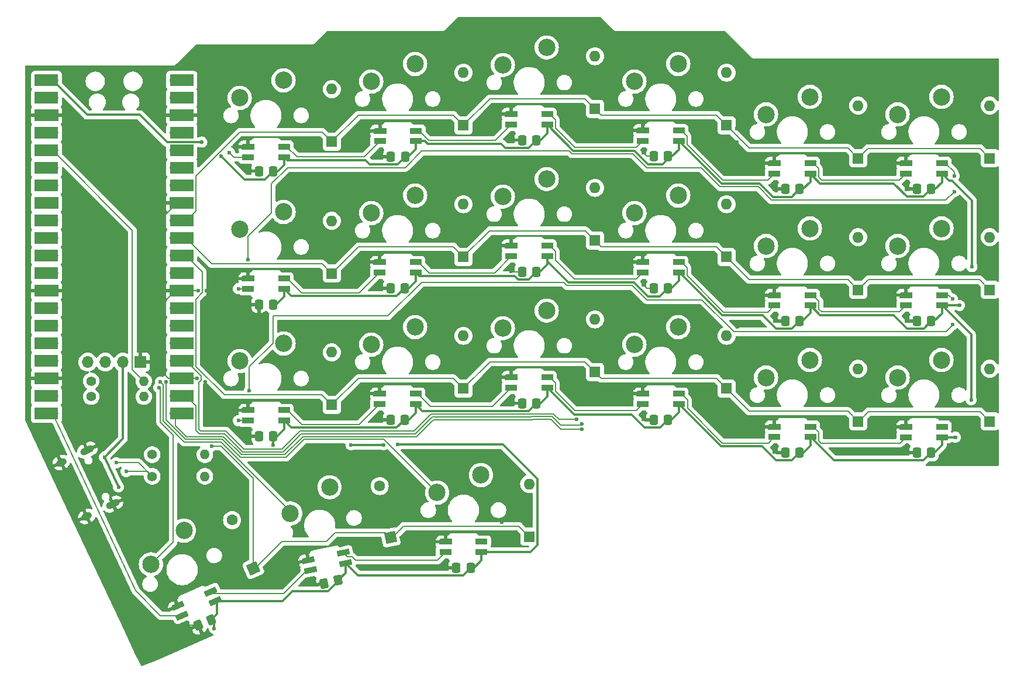
<source format=gbr>
%TF.GenerationSoftware,KiCad,Pcbnew,8.0.8*%
%TF.CreationDate,2025-03-11T20:04:36-04:00*%
%TF.ProjectId,Keyboard,4b657962-6f61-4726-942e-6b696361645f,rev?*%
%TF.SameCoordinates,Original*%
%TF.FileFunction,Copper,L2,Bot*%
%TF.FilePolarity,Positive*%
%FSLAX46Y46*%
G04 Gerber Fmt 4.6, Leading zero omitted, Abs format (unit mm)*
G04 Created by KiCad (PCBNEW 8.0.8) date 2025-03-11 20:04:36*
%MOMM*%
%LPD*%
G01*
G04 APERTURE LIST*
G04 Aperture macros list*
%AMRoundRect*
0 Rectangle with rounded corners*
0 $1 Rounding radius*
0 $2 $3 $4 $5 $6 $7 $8 $9 X,Y pos of 4 corners*
0 Add a 4 corners polygon primitive as box body*
4,1,4,$2,$3,$4,$5,$6,$7,$8,$9,$2,$3,0*
0 Add four circle primitives for the rounded corners*
1,1,$1+$1,$2,$3*
1,1,$1+$1,$4,$5*
1,1,$1+$1,$6,$7*
1,1,$1+$1,$8,$9*
0 Add four rect primitives between the rounded corners*
20,1,$1+$1,$2,$3,$4,$5,0*
20,1,$1+$1,$4,$5,$6,$7,0*
20,1,$1+$1,$6,$7,$8,$9,0*
20,1,$1+$1,$8,$9,$2,$3,0*%
%AMHorizOval*
0 Thick line with rounded ends*
0 $1 width*
0 $2 $3 position (X,Y) of the first rounded end (center of the circle)*
0 $4 $5 position (X,Y) of the second rounded end (center of the circle)*
0 Add line between two ends*
20,1,$1,$2,$3,$4,$5,0*
0 Add two circle primitives to create the rounded ends*
1,1,$1,$2,$3*
1,1,$1,$4,$5*%
%AMRotRect*
0 Rectangle, with rotation*
0 The origin of the aperture is its center*
0 $1 length*
0 $2 width*
0 $3 Rotation angle, in degrees counterclockwise*
0 Add horizontal line*
21,1,$1,$2,0,0,$3*%
%AMOutline5P*
0 Free polygon, 5 corners , with rotation*
0 The origin of the aperture is its center*
0 number of corners: always 5*
0 $1 to $10 corner X, Y*
0 $11 Rotation angle, in degrees counterclockwise*
0 create outline with 5 corners*
4,1,5,$1,$2,$3,$4,$5,$6,$7,$8,$9,$10,$1,$2,$11*%
%AMOutline6P*
0 Free polygon, 6 corners , with rotation*
0 The origin of the aperture is its center*
0 number of corners: always 6*
0 $1 to $12 corner X, Y*
0 $13 Rotation angle, in degrees counterclockwise*
0 create outline with 6 corners*
4,1,6,$1,$2,$3,$4,$5,$6,$7,$8,$9,$10,$11,$12,$1,$2,$13*%
%AMOutline7P*
0 Free polygon, 7 corners , with rotation*
0 The origin of the aperture is its center*
0 number of corners: always 7*
0 $1 to $14 corner X, Y*
0 $15 Rotation angle, in degrees counterclockwise*
0 create outline with 7 corners*
4,1,7,$1,$2,$3,$4,$5,$6,$7,$8,$9,$10,$11,$12,$13,$14,$1,$2,$15*%
%AMOutline8P*
0 Free polygon, 8 corners , with rotation*
0 The origin of the aperture is its center*
0 number of corners: always 8*
0 $1 to $16 corner X, Y*
0 $17 Rotation angle, in degrees counterclockwise*
0 create outline with 8 corners*
4,1,8,$1,$2,$3,$4,$5,$6,$7,$8,$9,$10,$11,$12,$13,$14,$15,$16,$1,$2,$17*%
G04 Aperture macros list end*
%TA.AperFunction,ComponentPad*%
%ADD10O,1.600000X1.600000*%
%TD*%
%TA.AperFunction,ComponentPad*%
%ADD11R,1.600000X1.600000*%
%TD*%
%TA.AperFunction,SMDPad,CuDef*%
%ADD12RotRect,1.800000X0.820000X191.938000*%
%TD*%
%TA.AperFunction,SMDPad,CuDef*%
%ADD13Outline5P,-0.900000X0.410000X0.900000X0.410000X0.900000X-0.246000X0.736000X-0.410000X-0.900000X-0.410000X191.938000*%
%TD*%
%TA.AperFunction,ComponentPad*%
%ADD14C,2.500000*%
%TD*%
%TA.AperFunction,SMDPad,CuDef*%
%ADD15R,1.800000X0.820000*%
%TD*%
%TA.AperFunction,SMDPad,CuDef*%
%ADD16Outline5P,-0.900000X0.410000X0.900000X0.410000X0.900000X-0.246000X0.736000X-0.410000X-0.900000X-0.410000X180.000000*%
%TD*%
%TA.AperFunction,SMDPad,CuDef*%
%ADD17RotRect,1.800000X0.820000X203.879000*%
%TD*%
%TA.AperFunction,SMDPad,CuDef*%
%ADD18Outline5P,-0.900000X0.410000X0.900000X0.410000X0.900000X-0.246000X0.736000X-0.410000X-0.900000X-0.410000X203.879000*%
%TD*%
%TA.AperFunction,SMDPad,CuDef*%
%ADD19RoundRect,0.250000X0.337500X0.475000X-0.337500X0.475000X-0.337500X-0.475000X0.337500X-0.475000X0*%
%TD*%
%TA.AperFunction,SMDPad,CuDef*%
%ADD20RoundRect,0.250000X0.116328X0.570963X-0.500894X0.297719X-0.116328X-0.570963X0.500894X-0.297719X0*%
%TD*%
%TA.AperFunction,ComponentPad*%
%ADD21O,1.700000X1.700000*%
%TD*%
%TA.AperFunction,ComponentPad*%
%ADD22R,1.700000X1.700000*%
%TD*%
%TA.AperFunction,SMDPad,CuDef*%
%ADD23R,3.500000X1.700000*%
%TD*%
%TA.AperFunction,ComponentPad*%
%ADD24O,1.400000X1.400000*%
%TD*%
%TA.AperFunction,ComponentPad*%
%ADD25C,1.400000*%
%TD*%
%TA.AperFunction,SMDPad,CuDef*%
%ADD26RoundRect,0.250000X0.231945X0.534540X-0.428456X0.394914X-0.231945X-0.534540X0.428456X-0.394914X0*%
%TD*%
%TA.AperFunction,HeatsinkPad*%
%ADD27HorizOval,1.000000X-0.271223X-0.128212X0.271223X0.128212X0*%
%TD*%
%TA.AperFunction,HeatsinkPad*%
%ADD28HorizOval,1.000000X-0.497241X-0.235056X0.497241X0.235056X0*%
%TD*%
%TA.AperFunction,ComponentPad*%
%ADD29HorizOval,1.600000X0.000000X0.000000X0.000000X0.000000X0*%
%TD*%
%TA.AperFunction,ComponentPad*%
%ADD30RotRect,1.600000X1.600000X113.879000*%
%TD*%
%TA.AperFunction,ComponentPad*%
%ADD31RotRect,1.600000X1.600000X101.940000*%
%TD*%
%TA.AperFunction,ComponentPad*%
%ADD32HorizOval,1.600000X0.000000X0.000000X0.000000X0.000000X0*%
%TD*%
%TA.AperFunction,ViaPad*%
%ADD33C,0.600000*%
%TD*%
%TA.AperFunction,Conductor*%
%ADD34C,0.200000*%
%TD*%
%TA.AperFunction,Conductor*%
%ADD35C,0.350000*%
%TD*%
%TA.AperFunction,Conductor*%
%ADD36C,0.250000*%
%TD*%
G04 APERTURE END LIST*
D10*
%TO.P,D12,2,A*%
%TO.N,Net-(D12-A)*%
X399580000Y-185232000D03*
D11*
%TO.P,D12,1,K*%
%TO.N,Row1-1*%
X399580000Y-192852000D03*
%TD*%
D12*
%TO.P,D23,4,VDD*%
%TO.N,+5V*%
X306323907Y-232397274D03*
%TO.P,D23,3,DIN*%
%TO.N,Net-(D22-DOUT)*%
X301236373Y-233472910D03*
D13*
%TO.P,D23,2,VSS*%
%TO.N,GND*%
X300926093Y-232005352D03*
D12*
%TO.P,D23,1,DOUT*%
%TO.N,Net-(D23-DOUT)*%
X306013627Y-230929716D03*
%TD*%
D14*
%TO.P,SW5,2,2*%
%TO.N,Net-(D5-A)*%
X373545000Y-164912000D03*
%TO.P,SW5,1,1*%
%TO.N,Col1-4*%
X367195000Y-167452000D03*
%TD*%
D15*
%TO.P,D51,1,DOUT*%
%TO.N,Net-(D51-DOUT)*%
X335505000Y-186473000D03*
D16*
%TO.P,D51,2,VSS*%
%TO.N,GND*%
X330305000Y-186473000D03*
D15*
%TO.P,D51,3,DIN*%
%TO.N,Net-(D50-DOUT)*%
X330305000Y-187973000D03*
%TO.P,D51,4,VDD*%
%TO.N,+5V*%
X335505000Y-187973000D03*
%TD*%
D17*
%TO.P,D22,1,DOUT*%
%TO.N,Net-(D22-DOUT)*%
X286805511Y-236538396D03*
D18*
%TO.P,D22,2,VSS*%
%TO.N,GND*%
X282050619Y-238643390D03*
D17*
%TO.P,D22,3,DIN*%
%TO.N,rgb3*%
X282657829Y-240014994D03*
%TO.P,D22,4,VDD*%
%TO.N,+5V*%
X287412721Y-237910000D03*
%TD*%
D14*
%TO.P,SW18,2,2*%
%TO.N,Net-(D18-A)*%
X392595000Y-203012000D03*
%TO.P,SW18,1,1*%
%TO.N,Col1-5*%
X386245000Y-205552000D03*
%TD*%
%TO.P,SW11,2,2*%
%TO.N,Net-(D11-A)*%
X373545000Y-183962000D03*
%TO.P,SW11,1,1*%
%TO.N,Col1-4*%
X367195000Y-186502000D03*
%TD*%
%TO.P,SW13,2,2*%
%TO.N,Net-(D13-A)*%
X297345000Y-200630000D03*
%TO.P,SW13,1,1*%
%TO.N,Col1-0*%
X290995000Y-203170000D03*
%TD*%
D19*
%TO.P,C11,2*%
%TO.N,GND*%
X369967500Y-197367000D03*
%TO.P,C11,1*%
%TO.N,+5V*%
X372042500Y-197367000D03*
%TD*%
D20*
%TO.P,C19,2*%
%TO.N,GND*%
X284996978Y-241439682D03*
%TO.P,C19,1*%
%TO.N,+5V*%
X286894362Y-240599708D03*
%TD*%
D10*
%TO.P,D13,2,A*%
%TO.N,Net-(D13-A)*%
X304330000Y-201900000D03*
D11*
%TO.P,D13,1,K*%
%TO.N,Row1-2*%
X304330000Y-209520000D03*
%TD*%
D10*
%TO.P,D3,2,A*%
%TO.N,Net-(D3-A)*%
X342430000Y-159038000D03*
D11*
%TO.P,D3,1,K*%
%TO.N,Row1-0*%
X342430000Y-166658000D03*
%TD*%
D14*
%TO.P,SW10,2,2*%
%TO.N,Net-(D10-A)*%
X354495000Y-179199000D03*
%TO.P,SW10,1,1*%
%TO.N,Col1-3*%
X348145000Y-181739000D03*
%TD*%
D21*
%TO.P,Brd1,4,SDA*%
%TO.N,OLED1_sda*%
X268995000Y-203325000D03*
%TO.P,Brd1,3,SCL*%
%TO.N,OLED1_scl*%
X271535000Y-203325000D03*
%TO.P,Brd1,2,VCC*%
%TO.N,+5V*%
X274075000Y-203325000D03*
D22*
%TO.P,Brd1,1,GND*%
%TO.N,GND*%
X276615000Y-203325000D03*
%TD*%
D15*
%TO.P,D48,1,DOUT*%
%TO.N,rgb1*%
X392655000Y-174516000D03*
D16*
%TO.P,D48,2,VSS*%
%TO.N,GND*%
X387455000Y-174516000D03*
D15*
%TO.P,D48,3,DIN*%
%TO.N,Net-(D47-DOUT)*%
X387455000Y-176016000D03*
%TO.P,D48,4,VDD*%
%TO.N,+5V*%
X392655000Y-176016000D03*
%TD*%
D14*
%TO.P,SW2,2,2*%
%TO.N,Net-(D2-A)*%
X316395000Y-160149000D03*
%TO.P,SW2,1,1*%
%TO.N,Col1-1*%
X310045000Y-162689000D03*
%TD*%
D10*
%TO.P,D10,2,A*%
%TO.N,Net-(D10-A)*%
X361480000Y-180469000D03*
D11*
%TO.P,D10,1,K*%
%TO.N,Row1-1*%
X361480000Y-188089000D03*
%TD*%
D14*
%TO.P,SW20,2,2*%
%TO.N,Net-(D20-A)*%
X304009059Y-221444413D03*
%TO.P,SW20,1,1*%
%TO.N,Col1-1*%
X298321937Y-225243194D03*
%TD*%
D19*
%TO.P,C21,2*%
%TO.N,GND*%
X322342500Y-233085000D03*
%TO.P,C21,1*%
%TO.N,+5V*%
X324417500Y-233085000D03*
%TD*%
D15*
%TO.P,D24,1,DOUT*%
%TO.N,unconnected-(D24-DOUT-Pad1)*%
X325980000Y-229335000D03*
D16*
%TO.P,D24,2,VSS*%
%TO.N,GND*%
X320780000Y-229335000D03*
D15*
%TO.P,D24,3,DIN*%
%TO.N,Net-(D23-DOUT)*%
X320780000Y-230835000D03*
%TO.P,D24,4,VDD*%
%TO.N,+5V*%
X325980000Y-230835000D03*
%TD*%
D23*
%TO.P,U1,40,VBUS*%
%TO.N,+5V*%
X263015000Y-162530000D03*
D21*
X263915000Y-162530000D03*
D23*
%TO.P,U1,39,VSYS*%
%TO.N,unconnected-(U1-VSYS-Pad39)*%
X263015000Y-165070000D03*
D21*
X263915000Y-165070000D03*
D23*
%TO.P,U1,38,GND*%
%TO.N,GND*%
X263015000Y-167610000D03*
D22*
X263915000Y-167610000D03*
D23*
%TO.P,U1,37,3V3_EN*%
%TO.N,unconnected-(U1-3V3_EN-Pad37)*%
X263015000Y-170150000D03*
D21*
X263915000Y-170150000D03*
D23*
%TO.P,U1,36,3V3*%
%TO.N,+3.3V*%
X263015000Y-172690000D03*
D21*
X263915000Y-172690000D03*
D23*
%TO.P,U1,35,ADC_VREF*%
%TO.N,unconnected-(U1-ADC_VREF-Pad35)*%
X263015000Y-175230000D03*
D21*
X263915000Y-175230000D03*
D23*
%TO.P,U1,34,GPIO28_ADC2*%
%TO.N,unconnected-(U1-GPIO28_ADC2-Pad34)*%
X263015000Y-177770000D03*
D21*
X263915000Y-177770000D03*
D23*
%TO.P,U1,33,AGND*%
%TO.N,unconnected-(U1-AGND-Pad33)*%
X263015000Y-180310000D03*
D22*
X263915000Y-180310000D03*
D23*
%TO.P,U1,32,GPIO27_ADC1*%
%TO.N,unconnected-(U1-GPIO27_ADC1-Pad32)*%
X263015000Y-182850000D03*
D21*
X263915000Y-182850000D03*
D23*
%TO.P,U1,31,GPIO26_ADC0*%
%TO.N,unconnected-(U1-GPIO26_ADC0-Pad31)*%
X263015000Y-185390000D03*
D21*
X263915000Y-185390000D03*
D23*
%TO.P,U1,30,RUN*%
%TO.N,unconnected-(U1-RUN-Pad30)*%
X263015000Y-187930000D03*
D21*
X263915000Y-187930000D03*
D23*
%TO.P,U1,29,GPIO22*%
%TO.N,unconnected-(U1-GPIO22-Pad29)*%
X263015000Y-190470000D03*
D21*
X263915000Y-190470000D03*
D23*
%TO.P,U1,28,GND*%
%TO.N,GND*%
X263015000Y-193010000D03*
D22*
X263915000Y-193010000D03*
D23*
%TO.P,U1,27,GPIO21*%
%TO.N,unconnected-(U1-GPIO21-Pad27)*%
X263015000Y-195550000D03*
D21*
X263915000Y-195550000D03*
D23*
%TO.P,U1,26,GPIO20*%
%TO.N,unconnected-(U1-GPIO20-Pad26)*%
X263015000Y-198090000D03*
D21*
X263915000Y-198090000D03*
D23*
%TO.P,U1,25,GPIO19*%
%TO.N,Jack1_scl*%
X263015000Y-200630000D03*
D21*
X263915000Y-200630000D03*
D23*
%TO.P,U1,24,GPIO18*%
%TO.N,Jack1_sda*%
X263015000Y-203170000D03*
D21*
X263915000Y-203170000D03*
D23*
%TO.P,U1,23,GND*%
%TO.N,GND*%
X263015000Y-205710000D03*
D22*
X263915000Y-205710000D03*
D23*
%TO.P,U1,22,GPIO17*%
%TO.N,unconnected-(U1-GPIO17-Pad22)*%
X263015000Y-208250000D03*
D21*
X263915000Y-208250000D03*
D23*
%TO.P,U1,21,GPIO16*%
%TO.N,rgb3*%
X263015000Y-210790000D03*
D21*
X263915000Y-210790000D03*
D23*
%TO.P,U1,20,GPIO15*%
%TO.N,Col1-5*%
X282595000Y-210790000D03*
D21*
X281695000Y-210790000D03*
D23*
%TO.P,U1,19,GPIO14*%
%TO.N,Col1-4*%
X282595000Y-208250000D03*
D21*
X281695000Y-208250000D03*
D23*
%TO.P,U1,18,GND*%
%TO.N,GND*%
X282595000Y-205710000D03*
D22*
X281695000Y-205710000D03*
D23*
%TO.P,U1,17,GPIO13*%
%TO.N,Col1-3*%
X282595000Y-203170000D03*
D21*
X281695000Y-203170000D03*
D23*
%TO.P,U1,16,GPIO12*%
%TO.N,Col1-2*%
X282595000Y-200630000D03*
D21*
X281695000Y-200630000D03*
D23*
%TO.P,U1,15,GPIO11*%
%TO.N,Col1-1*%
X282595000Y-198090000D03*
D21*
X281695000Y-198090000D03*
D23*
%TO.P,U1,14,GPIO10*%
%TO.N,Col1-0*%
X282595000Y-195550000D03*
D21*
X281695000Y-195550000D03*
D23*
%TO.P,U1,13,GND*%
%TO.N,GND*%
X282595000Y-193010000D03*
D22*
X281695000Y-193010000D03*
D23*
%TO.P,U1,12,GPIO9*%
%TO.N,Row1-3*%
X282595000Y-190470000D03*
D21*
X281695000Y-190470000D03*
D23*
%TO.P,U1,11,GPIO8*%
%TO.N,Row1-2*%
X282595000Y-187930000D03*
D21*
X281695000Y-187930000D03*
D23*
%TO.P,U1,10,GPIO7*%
%TO.N,Row1-1*%
X282595000Y-185390000D03*
D21*
X281695000Y-185390000D03*
D23*
%TO.P,U1,9,GPIO6*%
%TO.N,Row1-0*%
X282595000Y-182850000D03*
D21*
X281695000Y-182850000D03*
D23*
%TO.P,U1,8,GND*%
%TO.N,GND*%
X282595000Y-180310000D03*
D22*
X281695000Y-180310000D03*
D23*
%TO.P,U1,7,GPIO5*%
%TO.N,OLED1_scl*%
X282595000Y-177770000D03*
D21*
X281695000Y-177770000D03*
D23*
%TO.P,U1,6,GPIO4*%
%TO.N,OLED1_sda*%
X282595000Y-175230000D03*
D21*
X281695000Y-175230000D03*
D23*
%TO.P,U1,5,GPIO3*%
%TO.N,unconnected-(U1-GPIO3-Pad5)*%
X282595000Y-172690000D03*
D21*
X281695000Y-172690000D03*
D23*
%TO.P,U1,4,GPIO2*%
%TO.N,unconnected-(U1-GPIO2-Pad4)*%
X282595000Y-170150000D03*
D21*
X281695000Y-170150000D03*
D23*
%TO.P,U1,3,GND*%
%TO.N,GND*%
X282595000Y-167610000D03*
D22*
X281695000Y-167610000D03*
D23*
%TO.P,U1,2,GPIO1*%
%TO.N,unconnected-(U1-GPIO1-Pad2)*%
X282595000Y-165070000D03*
D21*
X281695000Y-165070000D03*
D23*
%TO.P,U1,1,GPIO0*%
%TO.N,rgb0*%
X282595000Y-162530000D03*
D21*
X281695000Y-162530000D03*
%TD*%
D19*
%TO.P,C6,2*%
%TO.N,GND*%
X389017500Y-178266000D03*
%TO.P,C6,1*%
%TO.N,+5V*%
X391092500Y-178266000D03*
%TD*%
D15*
%TO.P,D47,1,DOUT*%
%TO.N,Net-(D47-DOUT)*%
X373605000Y-174529000D03*
D16*
%TO.P,D47,2,VSS*%
%TO.N,GND*%
X368405000Y-174529000D03*
D15*
%TO.P,D47,3,DIN*%
%TO.N,Net-(D46-DOUT)*%
X368405000Y-176029000D03*
%TO.P,D47,4,VDD*%
%TO.N,+5V*%
X373605000Y-176029000D03*
%TD*%
D19*
%TO.P,C7,2*%
%TO.N,GND*%
X293767500Y-194985000D03*
%TO.P,C7,1*%
%TO.N,+5V*%
X295842500Y-194985000D03*
%TD*%
D24*
%TO.P,R2,2*%
%TO.N,+3.3V*%
X277105000Y-206060000D03*
D25*
%TO.P,R2,1*%
%TO.N,OLED1_sda*%
X269485000Y-206060000D03*
%TD*%
D10*
%TO.P,D6,2,A*%
%TO.N,Net-(D6-A)*%
X399580000Y-166182000D03*
D11*
%TO.P,D6,1,K*%
%TO.N,Row1-0*%
X399580000Y-173802000D03*
%TD*%
D24*
%TO.P,R1,2*%
%TO.N,+3.3V*%
X277105000Y-208310000D03*
D25*
%TO.P,R1,1*%
%TO.N,OLED1_scl*%
X269485000Y-208310000D03*
%TD*%
D14*
%TO.P,SW19,2,2*%
%TO.N,Net-(D19-A)*%
X282925938Y-227714290D03*
%TO.P,SW19,1,1*%
%TO.N,Col1-0*%
X278147777Y-232607476D03*
%TD*%
D19*
%TO.P,C9,2*%
%TO.N,GND*%
X331867500Y-190223000D03*
%TO.P,C9,1*%
%TO.N,+5V*%
X333942500Y-190223000D03*
%TD*%
D14*
%TO.P,SW7,2,2*%
%TO.N,Net-(D7-A)*%
X297345000Y-181580000D03*
%TO.P,SW7,1,1*%
%TO.N,Col1-0*%
X290995000Y-184120000D03*
%TD*%
%TO.P,SW4,2,2*%
%TO.N,Net-(D4-A)*%
X354495000Y-160149000D03*
%TO.P,SW4,1,1*%
%TO.N,Col1-3*%
X348145000Y-162689000D03*
%TD*%
D19*
%TO.P,C13,2*%
%TO.N,GND*%
X293767500Y-214035000D03*
%TO.P,C13,1*%
%TO.N,+5V*%
X295842500Y-214035000D03*
%TD*%
D15*
%TO.P,D54,1,DOUT*%
%TO.N,rgb2*%
X392655000Y-193611000D03*
D16*
%TO.P,D54,2,VSS*%
%TO.N,GND*%
X387455000Y-193611000D03*
D15*
%TO.P,D54,3,DIN*%
%TO.N,Net-(D53-DOUT)*%
X387455000Y-195111000D03*
%TO.P,D54,4,VDD*%
%TO.N,+5V*%
X392655000Y-195111000D03*
%TD*%
%TO.P,D57,1,DOUT*%
%TO.N,Net-(D57-DOUT)*%
X335505000Y-205523000D03*
D16*
%TO.P,D57,2,VSS*%
%TO.N,GND*%
X330305000Y-205523000D03*
D15*
%TO.P,D57,3,DIN*%
%TO.N,Net-(D56-DOUT)*%
X330305000Y-207023000D03*
%TO.P,D57,4,VDD*%
%TO.N,+5V*%
X335505000Y-207023000D03*
%TD*%
%TO.P,D46,1,DOUT*%
%TO.N,Net-(D46-DOUT)*%
X354555000Y-169792000D03*
D16*
%TO.P,D46,2,VSS*%
%TO.N,GND*%
X349355000Y-169792000D03*
D15*
%TO.P,D46,3,DIN*%
%TO.N,Net-(D45-DOUT)*%
X349355000Y-171292000D03*
%TO.P,D46,4,VDD*%
%TO.N,+5V*%
X354555000Y-171292000D03*
%TD*%
D14*
%TO.P,SW16,2,2*%
%TO.N,Net-(D16-A)*%
X354495000Y-198249000D03*
%TO.P,SW16,1,1*%
%TO.N,Col1-3*%
X348145000Y-200789000D03*
%TD*%
D15*
%TO.P,D49,1,DOUT*%
%TO.N,Net-(D49-DOUT)*%
X297405000Y-191235000D03*
D16*
%TO.P,D49,2,VSS*%
%TO.N,GND*%
X292205000Y-191235000D03*
D15*
%TO.P,D49,3,DIN*%
%TO.N,rgb1*%
X292205000Y-192735000D03*
%TO.P,D49,4,VDD*%
%TO.N,+5V*%
X297405000Y-192735000D03*
%TD*%
%TO.P,D52,1,DOUT*%
%TO.N,Net-(D52-DOUT)*%
X354555000Y-188854000D03*
D16*
%TO.P,D52,2,VSS*%
%TO.N,GND*%
X349355000Y-188854000D03*
D15*
%TO.P,D52,3,DIN*%
%TO.N,Net-(D51-DOUT)*%
X349355000Y-190354000D03*
%TO.P,D52,4,VDD*%
%TO.N,+5V*%
X354555000Y-190354000D03*
%TD*%
D19*
%TO.P,C8,2*%
%TO.N,GND*%
X312817500Y-192604000D03*
%TO.P,C8,1*%
%TO.N,+5V*%
X314892500Y-192604000D03*
%TD*%
D10*
%TO.P,D11,2,A*%
%TO.N,Net-(D11-A)*%
X380530000Y-185232000D03*
D11*
%TO.P,D11,1,K*%
%TO.N,Row1-1*%
X380530000Y-192852000D03*
%TD*%
D14*
%TO.P,SW3,2,2*%
%TO.N,Net-(D3-A)*%
X335445000Y-157768000D03*
%TO.P,SW3,1,1*%
%TO.N,Col1-2*%
X329095000Y-160308000D03*
%TD*%
%TO.P,SW21,1,1*%
%TO.N,Col1-2*%
X319570000Y-222220000D03*
%TO.P,SW21,2,2*%
%TO.N,Net-(D21-A)*%
X325920000Y-219680000D03*
%TD*%
D15*
%TO.P,D60,1,DOUT*%
%TO.N,unconnected-(D60-DOUT-Pad1)*%
X392655000Y-212691000D03*
D16*
%TO.P,D60,2,VSS*%
%TO.N,GND*%
X387455000Y-212691000D03*
D15*
%TO.P,D60,3,DIN*%
%TO.N,Net-(D59-DOUT)*%
X387455000Y-214191000D03*
%TO.P,D60,4,VDD*%
%TO.N,+5V*%
X392655000Y-214191000D03*
%TD*%
D10*
%TO.P,D2,2,A*%
%TO.N,Net-(D2-A)*%
X323380000Y-161419000D03*
D11*
%TO.P,D2,1,K*%
%TO.N,Row1-0*%
X323380000Y-169039000D03*
%TD*%
D19*
%TO.P,C17,2*%
%TO.N,GND*%
X369967500Y-216417000D03*
%TO.P,C17,1*%
%TO.N,+5V*%
X372042500Y-216417000D03*
%TD*%
D10*
%TO.P,D7,2,A*%
%TO.N,Net-(D7-A)*%
X304330000Y-182865000D03*
D11*
%TO.P,D7,1,K*%
%TO.N,Row1-1*%
X304330000Y-190485000D03*
%TD*%
D26*
%TO.P,C20,1*%
%TO.N,+5V*%
X305261061Y-234921703D03*
%TO.P,C20,2*%
%TO.N,GND*%
X303230939Y-235350923D03*
%TD*%
D19*
%TO.P,C16,2*%
%TO.N,GND*%
X350917500Y-211654000D03*
%TO.P,C16,1*%
%TO.N,+5V*%
X352992500Y-211654000D03*
%TD*%
D10*
%TO.P,D4,2,A*%
%TO.N,Net-(D4-A)*%
X361480000Y-161419000D03*
D11*
%TO.P,D4,1,K*%
%TO.N,Row1-0*%
X361480000Y-169039000D03*
%TD*%
D19*
%TO.P,C3,2*%
%TO.N,GND*%
X331867500Y-171173000D03*
%TO.P,C3,1*%
%TO.N,+5V*%
X333942500Y-171173000D03*
%TD*%
D15*
%TO.P,D55,1,DOUT*%
%TO.N,Net-(D55-DOUT)*%
X297405000Y-210285000D03*
D16*
%TO.P,D55,2,VSS*%
%TO.N,GND*%
X292205000Y-210285000D03*
D15*
%TO.P,D55,3,DIN*%
%TO.N,rgb2*%
X292205000Y-211785000D03*
%TO.P,D55,4,VDD*%
%TO.N,+5V*%
X297405000Y-211785000D03*
%TD*%
%TO.P,D59,1,DOUT*%
%TO.N,Net-(D59-DOUT)*%
X373605000Y-212667000D03*
D16*
%TO.P,D59,2,VSS*%
%TO.N,GND*%
X368405000Y-212667000D03*
D15*
%TO.P,D59,3,DIN*%
%TO.N,Net-(D58-DOUT)*%
X368405000Y-214167000D03*
%TO.P,D59,4,VDD*%
%TO.N,+5V*%
X373605000Y-214167000D03*
%TD*%
%TO.P,D58,1,DOUT*%
%TO.N,Net-(D58-DOUT)*%
X354555000Y-207904000D03*
D16*
%TO.P,D58,2,VSS*%
%TO.N,GND*%
X349355000Y-207904000D03*
D15*
%TO.P,D58,3,DIN*%
%TO.N,Net-(D57-DOUT)*%
X349355000Y-209404000D03*
%TO.P,D58,4,VDD*%
%TO.N,+5V*%
X354555000Y-209404000D03*
%TD*%
D19*
%TO.P,C1,2*%
%TO.N,GND*%
X293767500Y-175660000D03*
%TO.P,C1,1*%
%TO.N,+5V*%
X295842500Y-175660000D03*
%TD*%
D24*
%TO.P,R3,2*%
%TO.N,+3.3V*%
X285945000Y-219860000D03*
D25*
%TO.P,R3,1*%
%TO.N,Jack1_scl*%
X278325000Y-219860000D03*
%TD*%
D10*
%TO.P,D1,2,A*%
%TO.N,Net-(D1-A)*%
X304330000Y-163800000D03*
D11*
%TO.P,D1,1,K*%
%TO.N,Row1-0*%
X304330000Y-171420000D03*
%TD*%
D14*
%TO.P,SW8,2,2*%
%TO.N,Net-(D8-A)*%
X316395000Y-179199000D03*
%TO.P,SW8,1,1*%
%TO.N,Col1-1*%
X310045000Y-181739000D03*
%TD*%
D19*
%TO.P,C5,2*%
%TO.N,GND*%
X369967500Y-178279000D03*
%TO.P,C5,1*%
%TO.N,+5V*%
X372042500Y-178279000D03*
%TD*%
D27*
%TO.P,J1,S1,SHIELD*%
%TO.N,GND*%
X268844373Y-225670000D03*
D28*
X272623407Y-223883578D03*
D27*
X265151865Y-217858791D03*
D28*
X268930899Y-216072369D03*
%TD*%
D15*
%TO.P,D44,1,DOUT*%
%TO.N,Net-(D44-DOUT)*%
X316505000Y-169830000D03*
D16*
%TO.P,D44,2,VSS*%
%TO.N,GND*%
X311305000Y-169830000D03*
D15*
%TO.P,D44,3,DIN*%
%TO.N,Net-(D43-DOUT)*%
X311305000Y-171330000D03*
%TO.P,D44,4,VDD*%
%TO.N,+5V*%
X316505000Y-171330000D03*
%TD*%
%TO.P,D56,1,DOUT*%
%TO.N,Net-(D56-DOUT)*%
X316455000Y-207904000D03*
D16*
%TO.P,D56,2,VSS*%
%TO.N,GND*%
X311255000Y-207904000D03*
D15*
%TO.P,D56,3,DIN*%
%TO.N,Net-(D55-DOUT)*%
X311255000Y-209404000D03*
%TO.P,D56,4,VDD*%
%TO.N,+5V*%
X316455000Y-209404000D03*
%TD*%
D10*
%TO.P,D14,2,A*%
%TO.N,Net-(D14-A)*%
X323380000Y-199519000D03*
D11*
%TO.P,D14,1,K*%
%TO.N,Row1-2*%
X323380000Y-207139000D03*
%TD*%
D14*
%TO.P,SW9,2,2*%
%TO.N,Net-(D9-A)*%
X335445000Y-176818000D03*
%TO.P,SW9,1,1*%
%TO.N,Col1-2*%
X329095000Y-179358000D03*
%TD*%
D15*
%TO.P,D53,1,DOUT*%
%TO.N,Net-(D53-DOUT)*%
X373605000Y-193617000D03*
D16*
%TO.P,D53,2,VSS*%
%TO.N,GND*%
X368405000Y-193617000D03*
D15*
%TO.P,D53,3,DIN*%
%TO.N,Net-(D52-DOUT)*%
X368405000Y-195117000D03*
%TO.P,D53,4,VDD*%
%TO.N,+5V*%
X373605000Y-195117000D03*
%TD*%
D19*
%TO.P,C15,2*%
%TO.N,GND*%
X331867500Y-209273000D03*
%TO.P,C15,1*%
%TO.N,+5V*%
X333942500Y-209273000D03*
%TD*%
D14*
%TO.P,SW17,2,2*%
%TO.N,Net-(D17-A)*%
X373545000Y-203012000D03*
%TO.P,SW17,1,1*%
%TO.N,Col1-4*%
X367195000Y-205552000D03*
%TD*%
D29*
%TO.P,D19,2,A*%
%TO.N,Net-(D19-A)*%
X289889358Y-226192823D03*
D30*
%TO.P,D19,1,K*%
%TO.N,Row1-3*%
X292973983Y-233160569D03*
%TD*%
D10*
%TO.P,D16,2,A*%
%TO.N,Net-(D16-A)*%
X361480000Y-199519000D03*
D11*
%TO.P,D16,1,K*%
%TO.N,Row1-2*%
X361480000Y-207139000D03*
%TD*%
D14*
%TO.P,SW15,2,2*%
%TO.N,Net-(D15-A)*%
X335445000Y-195868000D03*
%TO.P,SW15,1,1*%
%TO.N,Col1-2*%
X329095000Y-198408000D03*
%TD*%
D19*
%TO.P,C2,2*%
%TO.N,GND*%
X312867500Y-173580000D03*
%TO.P,C2,1*%
%TO.N,+5V*%
X314942500Y-173580000D03*
%TD*%
%TO.P,C10,2*%
%TO.N,GND*%
X350917500Y-192604000D03*
%TO.P,C10,1*%
%TO.N,+5V*%
X352992500Y-192604000D03*
%TD*%
%TO.P,C14,2*%
%TO.N,GND*%
X312817500Y-211654000D03*
%TO.P,C14,1*%
%TO.N,+5V*%
X314892500Y-211654000D03*
%TD*%
D31*
%TO.P,D20,1,K*%
%TO.N,Row1-3*%
X312839721Y-228723755D03*
D32*
%TO.P,D20,2,A*%
%TO.N,Net-(D20-A)*%
X311263240Y-221268615D03*
%TD*%
D19*
%TO.P,C18,2*%
%TO.N,GND*%
X389017500Y-216441000D03*
%TO.P,C18,1*%
%TO.N,+5V*%
X391092500Y-216441000D03*
%TD*%
D15*
%TO.P,D50,1,DOUT*%
%TO.N,Net-(D50-DOUT)*%
X316455000Y-188854000D03*
D16*
%TO.P,D50,2,VSS*%
%TO.N,GND*%
X311255000Y-188854000D03*
D15*
%TO.P,D50,3,DIN*%
%TO.N,Net-(D49-DOUT)*%
X311255000Y-190354000D03*
%TO.P,D50,4,VDD*%
%TO.N,+5V*%
X316455000Y-190354000D03*
%TD*%
D10*
%TO.P,D21,2,A*%
%TO.N,Net-(D21-A)*%
X332905000Y-220965000D03*
D11*
%TO.P,D21,1,K*%
%TO.N,Row1-3*%
X332905000Y-228585000D03*
%TD*%
D19*
%TO.P,C12,2*%
%TO.N,GND*%
X389017500Y-197361000D03*
%TO.P,C12,1*%
%TO.N,+5V*%
X391092500Y-197361000D03*
%TD*%
D14*
%TO.P,SW6,2,2*%
%TO.N,Net-(D6-A)*%
X392595000Y-164912000D03*
%TO.P,SW6,1,1*%
%TO.N,Col1-5*%
X386245000Y-167452000D03*
%TD*%
%TO.P,SW14,2,2*%
%TO.N,Net-(D14-A)*%
X316395000Y-198249000D03*
%TO.P,SW14,1,1*%
%TO.N,Col1-1*%
X310045000Y-200789000D03*
%TD*%
D10*
%TO.P,D15,2,A*%
%TO.N,Net-(D15-A)*%
X342430000Y-197138000D03*
D11*
%TO.P,D15,1,K*%
%TO.N,Row1-2*%
X342430000Y-204758000D03*
%TD*%
D10*
%TO.P,D8,2,A*%
%TO.N,Net-(D8-A)*%
X323380000Y-180469000D03*
D11*
%TO.P,D8,1,K*%
%TO.N,Row1-1*%
X323380000Y-188089000D03*
%TD*%
D24*
%TO.P,R4,2*%
%TO.N,+3.3V*%
X285945000Y-216710000D03*
D25*
%TO.P,R4,1*%
%TO.N,Jack1_sda*%
X278325000Y-216710000D03*
%TD*%
D10*
%TO.P,D18,2,A*%
%TO.N,Net-(D18-A)*%
X399580000Y-204282000D03*
D11*
%TO.P,D18,1,K*%
%TO.N,Row1-2*%
X399580000Y-211902000D03*
%TD*%
D10*
%TO.P,D5,2,A*%
%TO.N,Net-(D5-A)*%
X380530000Y-166182000D03*
D11*
%TO.P,D5,1,K*%
%TO.N,Row1-0*%
X380530000Y-173802000D03*
%TD*%
D14*
%TO.P,SW12,2,2*%
%TO.N,Net-(D12-A)*%
X392595000Y-183962000D03*
%TO.P,SW12,1,1*%
%TO.N,Col1-5*%
X386245000Y-186502000D03*
%TD*%
%TO.P,SW1,2,2*%
%TO.N,Net-(D1-A)*%
X297345000Y-162530000D03*
%TO.P,SW1,1,1*%
%TO.N,Col1-0*%
X290995000Y-165070000D03*
%TD*%
D19*
%TO.P,C4,2*%
%TO.N,GND*%
X350917500Y-173542000D03*
%TO.P,C4,1*%
%TO.N,+5V*%
X352992500Y-173542000D03*
%TD*%
D15*
%TO.P,D43,1,DOUT*%
%TO.N,Net-(D43-DOUT)*%
X297405000Y-172160000D03*
D16*
%TO.P,D43,2,VSS*%
%TO.N,GND*%
X292205000Y-172160000D03*
D15*
%TO.P,D43,3,DIN*%
%TO.N,rgb0*%
X292205000Y-173660000D03*
%TO.P,D43,4,VDD*%
%TO.N,+5V*%
X297405000Y-173660000D03*
%TD*%
D10*
%TO.P,D17,2,A*%
%TO.N,Net-(D17-A)*%
X380530000Y-204282000D03*
D11*
%TO.P,D17,1,K*%
%TO.N,Row1-2*%
X380530000Y-211902000D03*
%TD*%
D15*
%TO.P,D45,1,DOUT*%
%TO.N,Net-(D45-DOUT)*%
X335505000Y-167423000D03*
D16*
%TO.P,D45,2,VSS*%
%TO.N,GND*%
X330305000Y-167423000D03*
D15*
%TO.P,D45,3,DIN*%
%TO.N,Net-(D44-DOUT)*%
X330305000Y-168923000D03*
%TO.P,D45,4,VDD*%
%TO.N,+5V*%
X335505000Y-168923000D03*
%TD*%
D10*
%TO.P,D9,2,A*%
%TO.N,Net-(D9-A)*%
X342430000Y-178088000D03*
D11*
%TO.P,D9,1,K*%
%TO.N,Row1-1*%
X342430000Y-185708000D03*
%TD*%
D33*
%TO.N,GND*%
X363010000Y-194930000D03*
%TO.N,Col1-0*%
X279300008Y-207016298D03*
%TO.N,GND*%
X292300000Y-195000000D03*
X285000000Y-193000000D03*
%TO.N,rgb1*%
X290800000Y-192700000D03*
%TO.N,GND*%
X349400000Y-187700000D03*
X300700000Y-230700000D03*
%TO.N,rgb1*%
X394445235Y-178654765D03*
%TO.N,GND*%
X292205000Y-171200000D03*
%TO.N,+5V*%
X311800000Y-215300000D03*
%TO.N,Col1-4*%
X340500000Y-212239997D03*
%TO.N,+5V*%
X288324265Y-173524265D03*
%TO.N,Col1-5*%
X340500000Y-213040000D03*
%TO.N,+5V*%
X271410000Y-217080000D03*
%TO.N,GND*%
X387500000Y-211500000D03*
%TO.N,+5V*%
X287320000Y-241900000D03*
X307100000Y-215300000D03*
%TO.N,GND*%
X349400000Y-192100000D03*
X363000000Y-169500000D03*
%TO.N,+5V*%
X313849265Y-215250735D03*
%TO.N,GND*%
X311300000Y-206800000D03*
X311700000Y-173600000D03*
%TO.N,+5V*%
X397000000Y-189500000D03*
%TO.N,GND*%
X320800000Y-233100000D03*
X330300000Y-185300000D03*
X362910000Y-179700000D03*
X368400000Y-211500000D03*
X387500000Y-173300000D03*
X387500000Y-192400000D03*
X368500000Y-197400000D03*
X349400000Y-173000000D03*
X311300000Y-211700000D03*
X328920000Y-228010000D03*
X330300000Y-209300000D03*
X330400000Y-171200000D03*
X281600000Y-237500000D03*
X368500000Y-192500000D03*
X330400000Y-204300000D03*
%TO.N,Row1-3*%
X286900000Y-215500000D03*
%TO.N,rgb0*%
X289506079Y-172993921D03*
%TO.N,Jack1_scl*%
X274542892Y-219157108D03*
%TO.N,GND*%
X292200000Y-214100000D03*
%TO.N,rgb1*%
X292200000Y-188500000D03*
X394443765Y-176390000D03*
%TO.N,rgb2*%
X394190000Y-197890000D03*
%TO.N,GND*%
X292200000Y-209100000D03*
X349400000Y-168900000D03*
%TO.N,rgb2*%
X290800000Y-211800000D03*
%TO.N,GND*%
X311300000Y-187700000D03*
X301600000Y-235300000D03*
X368400000Y-178300000D03*
X328950000Y-226500000D03*
X362910000Y-175580000D03*
%TO.N,Jack1_scl*%
X273100000Y-217900000D03*
%TO.N,GND*%
X363020000Y-198190000D03*
%TO.N,+5V*%
X395200000Y-195111000D03*
%TO.N,Col1-2*%
X280300008Y-206148072D03*
%TO.N,GND*%
X286000000Y-206148528D03*
%TO.N,rgb2*%
X292400000Y-207460000D03*
%TO.N,GND*%
X286200000Y-193000000D03*
%TO.N,Col1-3*%
X339781174Y-211600000D03*
%TO.N,GND*%
X311300000Y-192600000D03*
X330400000Y-166400000D03*
%TO.N,Col1-1*%
X279502984Y-206217050D03*
%TO.N,GND*%
X387500000Y-178300000D03*
X292300000Y-190100000D03*
X292600000Y-175600000D03*
X330300000Y-190200000D03*
X349400000Y-206700000D03*
%TO.N,+5V*%
X295800000Y-215300000D03*
%TO.N,GND*%
X311200000Y-168800000D03*
%TO.N,+5V*%
X285500000Y-171465000D03*
%TO.N,GND*%
X283200000Y-241600000D03*
X387500000Y-197400000D03*
X284800000Y-205700000D03*
X363000000Y-171500000D03*
X349400000Y-211639997D03*
%TO.N,+5V*%
X394600000Y-214200000D03*
%TO.N,GND*%
X368400000Y-216300000D03*
X368400000Y-173400000D03*
%TO.N,+5V*%
X396900000Y-208800000D03*
X273450000Y-221380000D03*
%TO.N,GND*%
X320800000Y-228100000D03*
X387500000Y-216400000D03*
%TO.N,rgb2*%
X394170000Y-194190000D03*
%TD*%
D34*
%TO.N,Col1-5*%
X288641487Y-214100000D02*
X283270686Y-214100000D01*
D35*
%TO.N,+5V*%
X268915000Y-167530000D02*
X263915000Y-162530000D01*
D34*
%TO.N,Row1-1*%
X341022000Y-184300000D02*
X342430000Y-185708000D01*
%TO.N,Row1-3*%
X324363402Y-227100000D02*
X331420000Y-227100000D01*
D35*
%TO.N,+5V*%
X373625248Y-214167000D02*
X376999248Y-217541000D01*
D34*
%TO.N,Col1-3*%
X285100000Y-213063628D02*
X285100000Y-206248529D01*
D35*
%TO.N,+5V*%
X274075000Y-214415000D02*
X271410000Y-217080000D01*
X370921500Y-179400000D02*
X372042500Y-178279000D01*
X350125000Y-193825000D02*
X351775000Y-193825000D01*
X391092500Y-216441000D02*
X391559000Y-216441000D01*
D34*
%TO.N,GND*%
X368400000Y-212662000D02*
X368405000Y-212667000D01*
%TO.N,Row1-1*%
X304330000Y-190485000D02*
X308186000Y-186629000D01*
%TO.N,Col1-5*%
X337448579Y-213040000D02*
X336008579Y-211600000D01*
%TO.N,GND*%
X292660000Y-175660000D02*
X293767500Y-175660000D01*
%TO.N,Row1-0*%
X343351000Y-167579000D02*
X360020000Y-167579000D01*
X291000000Y-170000000D02*
X284645000Y-176355000D01*
%TO.N,Row1-3*%
X297110000Y-229290000D02*
X303548402Y-229290000D01*
D35*
%TO.N,+5V*%
X375017000Y-177441000D02*
X385686405Y-177441000D01*
D34*
%TO.N,GND*%
X292315000Y-194985000D02*
X292300000Y-195000000D01*
%TO.N,Net-(D47-DOUT)*%
X373605000Y-174529000D02*
X374015000Y-174529000D01*
D35*
%TO.N,+5V*%
X297405000Y-174795000D02*
X296540000Y-175660000D01*
X325980000Y-232020000D02*
X325980000Y-230835000D01*
X317823248Y-171330000D02*
X318193248Y-171700000D01*
D34*
%TO.N,Row1-0*%
X379070000Y-172342000D02*
X380530000Y-173802000D01*
D35*
%TO.N,+5V*%
X375024000Y-196536000D02*
X385681405Y-196536000D01*
D34*
%TO.N,Col1-3*%
X333039252Y-210848000D02*
X318652000Y-210848000D01*
%TO.N,Net-(D22-DOUT)*%
X297379231Y-236870769D02*
X300777090Y-233472910D01*
D35*
%TO.N,+5V*%
X392655000Y-177291000D02*
X392655000Y-176016000D01*
X335505000Y-189195000D02*
X335505000Y-187973000D01*
D34*
%TO.N,Row1-1*%
X308186000Y-186629000D02*
X321920000Y-186629000D01*
%TO.N,rgb1*%
X357791248Y-175200000D02*
X349900000Y-175200000D01*
%TO.N,Row1-2*%
X288760000Y-208060000D02*
X284645000Y-203945000D01*
%TO.N,GND*%
X284996978Y-241439682D02*
X283360318Y-241439682D01*
X368500000Y-192500000D02*
X368500000Y-193522000D01*
D35*
%TO.N,+5V*%
X333942500Y-190223000D02*
X334477000Y-190223000D01*
D34*
%TO.N,GND*%
X389017500Y-197361000D02*
X387539000Y-197361000D01*
%TO.N,Net-(D44-DOUT)*%
X318390000Y-171225000D02*
X328003000Y-171225000D01*
D35*
%TO.N,+5V*%
X329095735Y-215250735D02*
X334080000Y-220235000D01*
D34*
%TO.N,Net-(D58-DOUT)*%
X355830000Y-209990000D02*
X360870000Y-215030000D01*
D35*
%TO.N,+5V*%
X315480000Y-192604000D02*
X316455000Y-191629000D01*
D34*
%TO.N,Row1-3*%
X314747510Y-227100000D02*
X322396598Y-227100000D01*
%TO.N,GND*%
X330400000Y-166400000D02*
X330400000Y-167328000D01*
X369967500Y-216417000D02*
X368517000Y-216417000D01*
%TO.N,rgb2*%
X290800000Y-211800000D02*
X291700000Y-211800000D01*
D35*
%TO.N,+5V*%
X332842500Y-191323000D02*
X333942500Y-190223000D01*
D34*
%TO.N,rgb2*%
X292400000Y-203957032D02*
X292400000Y-207460000D01*
D35*
%TO.N,+5V*%
X370933000Y-198467000D02*
X372033000Y-197367000D01*
D34*
%TO.N,Net-(D58-DOUT)*%
X354965000Y-207904000D02*
X355830000Y-208769000D01*
D35*
%TO.N,+5V*%
X324915000Y-233085000D02*
X325980000Y-232020000D01*
D34*
%TO.N,rgb1*%
X292205000Y-192735000D02*
X290835000Y-192735000D01*
D35*
%TO.N,+5V*%
X296540000Y-175660000D02*
X295842500Y-175660000D01*
D34*
%TO.N,Col1-2*%
X311850000Y-214500000D02*
X300300000Y-214500000D01*
%TO.N,GND*%
X330427000Y-171173000D02*
X331867500Y-171173000D01*
%TO.N,Col1-1*%
X279900008Y-211860694D02*
X279900008Y-206614074D01*
D35*
%TO.N,+5V*%
X309796752Y-174680000D02*
X313842500Y-174680000D01*
D34*
%TO.N,Net-(D57-DOUT)*%
X335505000Y-205523000D02*
X335915000Y-205523000D01*
%TO.N,Net-(D46-DOUT)*%
X354965000Y-169792000D02*
X355755000Y-170582000D01*
%TO.N,rgb1*%
X360536248Y-177945000D02*
X357791248Y-175200000D01*
%TO.N,Net-(D44-DOUT)*%
X328003000Y-171225000D02*
X330305000Y-168923000D01*
%TO.N,Col1-0*%
X279500008Y-207216298D02*
X279500008Y-212026380D01*
D35*
%TO.N,+5V*%
X368617000Y-217517000D02*
X370942500Y-217517000D01*
X392655000Y-215345000D02*
X392655000Y-214191000D01*
D34*
%TO.N,Row1-3*%
X322406598Y-227110000D02*
X324353402Y-227110000D01*
%TO.N,GND*%
X281600000Y-238192771D02*
X282050619Y-238643390D01*
X276615000Y-185630000D02*
X276615000Y-203325000D01*
D35*
%TO.N,+5V*%
X335505000Y-187973000D02*
X335505000Y-188733000D01*
D34*
%TO.N,Col1-3*%
X299734314Y-213300000D02*
X297134314Y-215900000D01*
%TO.N,Net-(D47-DOUT)*%
X374015000Y-174529000D02*
X374805000Y-175319000D01*
D35*
%TO.N,+5V*%
X291700000Y-176900000D02*
X294602500Y-176900000D01*
X315480000Y-211654000D02*
X316455000Y-210679000D01*
X334080000Y-229820000D02*
X333065000Y-230835000D01*
D34*
%TO.N,Col1-4*%
X318823752Y-211248000D02*
X316371752Y-213700000D01*
%TO.N,Row1-2*%
X284645000Y-194203529D02*
X285600000Y-193248529D01*
X382025000Y-210500000D02*
X398178000Y-210500000D01*
D35*
%TO.N,+5V*%
X373605000Y-177195000D02*
X373605000Y-176029000D01*
D34*
%TO.N,GND*%
X312817500Y-192604000D02*
X311304000Y-192604000D01*
X280710000Y-205710000D02*
X278325000Y-203325000D01*
%TO.N,Col1-3*%
X317300000Y-212200000D02*
X317300000Y-212206066D01*
%TO.N,rgb1*%
X295600000Y-177499744D02*
X295600000Y-181707032D01*
D35*
%TO.N,+5V*%
X316455000Y-210679000D02*
X316455000Y-209404000D01*
D34*
%TO.N,Row1-0*%
X327219000Y-165200000D02*
X340972000Y-165200000D01*
D35*
%TO.N,+5V*%
X396900000Y-199356000D02*
X396900000Y-208800000D01*
D34*
%TO.N,Col1-5*%
X333418624Y-211600000D02*
X333370624Y-211648000D01*
%TO.N,Row1-2*%
X321941000Y-205700000D02*
X323380000Y-207139000D01*
%TO.N,Row1-3*%
X292973983Y-220139669D02*
X288334314Y-215500000D01*
%TO.N,GND*%
X330300000Y-186468000D02*
X330305000Y-186473000D01*
%TO.N,Row1-0*%
X380530000Y-173802000D02*
X381932000Y-172400000D01*
%TO.N,Row1-1*%
X381982000Y-191400000D02*
X380530000Y-192852000D01*
%TO.N,Net-(D23-DOUT)*%
X306013627Y-230929716D02*
X306593885Y-231509974D01*
%TO.N,GND*%
X320800000Y-229315000D02*
X320780000Y-229335000D01*
D35*
%TO.N,+5V*%
X316455000Y-190354000D02*
X316976000Y-190875000D01*
D34*
%TO.N,GND*%
X320815000Y-233085000D02*
X320800000Y-233100000D01*
X281600000Y-237500000D02*
X281600000Y-238192771D01*
D35*
%TO.N,+5V*%
X306323907Y-232397274D02*
X308111633Y-234185000D01*
X316505000Y-172495000D02*
X316505000Y-171330000D01*
X373605000Y-176029000D02*
X375017000Y-177441000D01*
X360827934Y-196542000D02*
X366687405Y-196542000D01*
D34*
%TO.N,Row1-2*%
X360020000Y-205679000D02*
X361480000Y-207139000D01*
%TO.N,Net-(D56-DOUT)*%
X327558000Y-209770000D02*
X330305000Y-207023000D01*
%TO.N,Net-(D57-DOUT)*%
X336705000Y-207505000D02*
X339554000Y-210354000D01*
%TO.N,rgb1*%
X394443765Y-176390000D02*
X394443765Y-175814765D01*
%TO.N,Net-(D52-DOUT)*%
X361024686Y-196067000D02*
X367455000Y-196067000D01*
D35*
%TO.N,+5V*%
X385686405Y-177441000D02*
X387611405Y-179366000D01*
X314942500Y-173580000D02*
X315420000Y-173580000D01*
D34*
%TO.N,Net-(D59-DOUT)*%
X386596000Y-215050000D02*
X387455000Y-214191000D01*
%TO.N,Row1-3*%
X293239431Y-233160569D02*
X297110000Y-229290000D01*
%TO.N,GND*%
X293767500Y-214035000D02*
X292265000Y-214035000D01*
%TO.N,Col1-4*%
X291407173Y-216300000D02*
X288807173Y-213700000D01*
%TO.N,Net-(D59-DOUT)*%
X373605000Y-212667000D02*
X374015000Y-212667000D01*
%TO.N,GND*%
X300700000Y-230700000D02*
X300700000Y-231779259D01*
D35*
%TO.N,+5V*%
X390039000Y-198461000D02*
X391092500Y-197407500D01*
D34*
%TO.N,Net-(D45-DOUT)*%
X348405000Y-172242000D02*
X349355000Y-171292000D01*
D35*
%TO.N,+5V*%
X276530000Y-167530000D02*
X268915000Y-167530000D01*
D34*
%TO.N,Net-(D51-DOUT)*%
X335915000Y-186473000D02*
X336705000Y-187263000D01*
D35*
%TO.N,+5V*%
X274075000Y-203325000D02*
X274075000Y-214415000D01*
D34*
%TO.N,Net-(D53-DOUT)*%
X374860000Y-194462000D02*
X374860000Y-195660000D01*
%TO.N,Net-(D43-DOUT)*%
X297815000Y-172160000D02*
X299275000Y-173620000D01*
D35*
%TO.N,+5V*%
X308111633Y-234185000D02*
X323317500Y-234185000D01*
D34*
%TO.N,GND*%
X330400000Y-205428000D02*
X330305000Y-205523000D01*
%TO.N,Row1-2*%
X343351000Y-205679000D02*
X360020000Y-205679000D01*
%TO.N,GND*%
X369967500Y-197367000D02*
X368533000Y-197367000D01*
%TO.N,Col1-4*%
X285170686Y-213700000D02*
X284645000Y-213174314D01*
%TO.N,Net-(D46-DOUT)*%
X367439000Y-176995000D02*
X368405000Y-176029000D01*
D35*
%TO.N,+5V*%
X329471752Y-172300000D02*
X332837500Y-172300000D01*
X331264190Y-191323000D02*
X332842500Y-191323000D01*
D34*
%TO.N,rgb2*%
X394170000Y-194190000D02*
X393591000Y-193611000D01*
D35*
%TO.N,+5V*%
X332837500Y-172278000D02*
X333942500Y-171173000D01*
D34*
%TO.N,Col1-1*%
X282939314Y-214900000D02*
X279900008Y-211860694D01*
D35*
%TO.N,+5V*%
X352992500Y-173542000D02*
X353580000Y-173542000D01*
D34*
%TO.N,GND*%
X281695000Y-180310000D02*
X281695000Y-180550000D01*
%TO.N,Net-(D46-DOUT)*%
X355755000Y-170582000D02*
X355755000Y-171820248D01*
D35*
%TO.N,+5V*%
X391092500Y-197407500D02*
X391092500Y-197361000D01*
X287320000Y-241025346D02*
X286894362Y-240599708D01*
D34*
%TO.N,Net-(D59-DOUT)*%
X374850000Y-214720000D02*
X375180000Y-215050000D01*
%TO.N,Net-(D45-DOUT)*%
X335505000Y-167423000D02*
X335915000Y-167423000D01*
%TO.N,Net-(D50-DOUT)*%
X316455000Y-188854000D02*
X316865000Y-188854000D01*
D35*
%TO.N,+5V*%
X298445000Y-212825000D02*
X313721500Y-212825000D01*
X333942500Y-171173000D02*
X334530000Y-171173000D01*
X360733000Y-177470000D02*
X366270000Y-177470000D01*
X295842500Y-194985000D02*
X296215000Y-194985000D01*
D34*
%TO.N,Net-(D50-DOUT)*%
X316865000Y-188854000D02*
X318411000Y-190400000D01*
D35*
%TO.N,+5V*%
X395200000Y-195111000D02*
X392655000Y-195111000D01*
X385681405Y-196536000D02*
X387606405Y-198461000D01*
D34*
%TO.N,Row1-2*%
X304330000Y-209520000D02*
X308150000Y-205700000D01*
%TO.N,Row1-0*%
X308171000Y-167579000D02*
X321920000Y-167579000D01*
D35*
%TO.N,+5V*%
X366270000Y-177470000D02*
X368200000Y-179400000D01*
D34*
%TO.N,rgb0*%
X289506079Y-172993921D02*
X290172158Y-173660000D01*
D35*
%TO.N,+5V*%
X394600000Y-214200000D02*
X392664000Y-214200000D01*
X297190000Y-237910000D02*
X298588958Y-236511042D01*
D34*
%TO.N,Col1-3*%
X318652000Y-210848000D02*
X317300000Y-212200000D01*
D35*
%TO.N,+5V*%
X335505000Y-207023000D02*
X339407000Y-210925000D01*
X286894362Y-240599708D02*
X287723513Y-239770557D01*
X324417500Y-233085000D02*
X324915000Y-233085000D01*
D34*
%TO.N,Row1-2*%
X284645000Y-203945000D02*
X284645000Y-194203529D01*
D35*
%TO.N,+5V*%
X332842500Y-210373000D02*
X333942500Y-209273000D01*
X335505000Y-188733000D02*
X338551000Y-191779000D01*
D34*
%TO.N,GND*%
X330400000Y-204300000D02*
X330400000Y-205428000D01*
D35*
%TO.N,+5V*%
X297840000Y-174095000D02*
X309211752Y-174095000D01*
X372042500Y-216417000D02*
X372630000Y-216417000D01*
X328871752Y-171700000D02*
X329471752Y-172300000D01*
X288324265Y-173524265D02*
X291700000Y-176900000D01*
X393704000Y-177065000D02*
X392655000Y-176016000D01*
D34*
%TO.N,Row1-3*%
X288334314Y-215500000D02*
X286900000Y-215500000D01*
D35*
%TO.N,+5V*%
X387611405Y-179366000D02*
X389992500Y-179366000D01*
X334080000Y-220235000D02*
X334080000Y-229820000D01*
X368612405Y-198467000D02*
X370933000Y-198467000D01*
X305261061Y-235028875D02*
X305261061Y-234921703D01*
X316505000Y-171330000D02*
X317823248Y-171330000D01*
D34*
%TO.N,Net-(D51-DOUT)*%
X336705000Y-188607314D02*
X339401686Y-191304000D01*
D35*
%TO.N,+5V*%
X313842500Y-174680000D02*
X314942500Y-173580000D01*
X334477000Y-190223000D02*
X335505000Y-189195000D01*
X330816190Y-190875000D02*
X331264190Y-191323000D01*
X354555000Y-172567000D02*
X354555000Y-171292000D01*
X285500000Y-171465000D02*
X280465000Y-171465000D01*
D34*
%TO.N,GND*%
X292200000Y-210280000D02*
X292205000Y-210285000D01*
%TO.N,Net-(D53-DOUT)*%
X375261000Y-196061000D02*
X386505000Y-196061000D01*
D35*
%TO.N,+5V*%
X287412721Y-237910000D02*
X297190000Y-237910000D01*
X352992500Y-192604000D02*
X353496000Y-192604000D01*
X287723513Y-238220792D02*
X287412721Y-237910000D01*
D34*
%TO.N,rgb3*%
X275950000Y-236450000D02*
X263915000Y-210790000D01*
D35*
%TO.N,+5V*%
X392664000Y-214200000D02*
X392655000Y-214191000D01*
D34*
%TO.N,GND*%
X349414003Y-211654000D02*
X349400000Y-211639997D01*
D35*
%TO.N,+5V*%
X373605000Y-196195000D02*
X373605000Y-195117000D01*
X305261061Y-234921703D02*
X306323907Y-233858857D01*
D34*
%TO.N,Col1-2*%
X280300008Y-211695008D02*
X280300008Y-206148072D01*
%TO.N,Col1-1*%
X288300000Y-214900000D02*
X282939314Y-214900000D01*
D35*
%TO.N,+5V*%
X351775000Y-193825000D02*
X352992500Y-192607500D01*
X391092500Y-178266000D02*
X391680000Y-178266000D01*
X318193248Y-171700000D02*
X328871752Y-171700000D01*
D34*
%TO.N,GND*%
X311300000Y-207859000D02*
X311255000Y-207904000D01*
D35*
%TO.N,+5V*%
X297405000Y-173660000D02*
X297840000Y-174095000D01*
D34*
%TO.N,GND*%
X387500000Y-173300000D02*
X387500000Y-174471000D01*
D35*
%TO.N,+5V*%
X333942500Y-209273000D02*
X334530000Y-209273000D01*
X354555000Y-171292000D02*
X360733000Y-177470000D01*
X397000000Y-189500000D02*
X397000000Y-179900000D01*
X297405000Y-193795000D02*
X297405000Y-192735000D01*
X360656000Y-215505000D02*
X366605000Y-215505000D01*
X352992500Y-192607500D02*
X352992500Y-192604000D01*
D34*
%TO.N,GND*%
X281695000Y-205710000D02*
X284790000Y-205710000D01*
D35*
%TO.N,+5V*%
X389992500Y-179366000D02*
X391092500Y-178266000D01*
D34*
%TO.N,GND*%
X292200000Y-209100000D02*
X292200000Y-210280000D01*
D35*
%TO.N,+5V*%
X349600000Y-212800000D02*
X351846500Y-212800000D01*
X339299000Y-172717000D02*
X348117000Y-172717000D01*
D34*
%TO.N,GND*%
X387541000Y-216441000D02*
X387500000Y-216400000D01*
D35*
%TO.N,+5V*%
X373605000Y-195117000D02*
X375024000Y-196536000D01*
X372521000Y-178279000D02*
X373605000Y-177195000D01*
D34*
%TO.N,rgb2*%
X362556183Y-198942000D02*
X357914183Y-194300000D01*
D35*
%TO.N,+5V*%
X392655000Y-195111000D02*
X396900000Y-199356000D01*
D34*
%TO.N,rgb2*%
X393264000Y-198936000D02*
X371135752Y-198936000D01*
D35*
%TO.N,+5V*%
X348117000Y-172717000D02*
X350100000Y-174700000D01*
D34*
%TO.N,Col1-3*%
X283255000Y-203170000D02*
X281695000Y-203170000D01*
%TO.N,GND*%
X369967500Y-178279000D02*
X368421000Y-178279000D01*
%TO.N,Col1-5*%
X336008579Y-211600000D02*
X333418624Y-211600000D01*
%TO.N,Jack1_scl*%
X274542892Y-219157108D02*
X277622108Y-219157108D01*
%TO.N,GND*%
X292300000Y-190100000D02*
X292300000Y-191140000D01*
X311300000Y-187700000D02*
X311300000Y-188809000D01*
X312817500Y-211654000D02*
X311346000Y-211654000D01*
X350917500Y-211654000D02*
X349414003Y-211654000D01*
D35*
%TO.N,+5V*%
X313721500Y-212825000D02*
X314892500Y-211654000D01*
D34*
%TO.N,GND*%
X286200000Y-193000000D02*
X287965000Y-191235000D01*
%TO.N,Row1-3*%
X292973983Y-233160569D02*
X292973983Y-220139669D01*
%TO.N,GND*%
X330323000Y-190223000D02*
X330300000Y-190200000D01*
D35*
%TO.N,+5V*%
X287723513Y-239770557D02*
X287723513Y-238220792D01*
D34*
%TO.N,GND*%
X368421000Y-178279000D02*
X368400000Y-178300000D01*
X349400000Y-206700000D02*
X349400000Y-207859000D01*
X281695000Y-205710000D02*
X280710000Y-205710000D01*
D35*
%TO.N,+5V*%
X372042500Y-178279000D02*
X372521000Y-178279000D01*
D34*
%TO.N,rgb1*%
X394445235Y-178654765D02*
X393225000Y-179875000D01*
%TO.N,GND*%
X349400000Y-192100000D02*
X349904000Y-192604000D01*
X387539000Y-197361000D02*
X387500000Y-197400000D01*
%TO.N,Col1-4*%
X340299997Y-212440000D02*
X337482893Y-212440000D01*
%TO.N,Col1-5*%
X281695000Y-212524314D02*
X281695000Y-210790000D01*
%TO.N,GND*%
X368500000Y-193522000D02*
X368405000Y-193617000D01*
X311300000Y-206800000D02*
X311300000Y-207859000D01*
X330327000Y-209273000D02*
X330300000Y-209300000D01*
X387534000Y-178266000D02*
X387500000Y-178300000D01*
%TO.N,Row1-2*%
X361480000Y-207139000D02*
X364783000Y-210442000D01*
%TO.N,GND*%
X349942000Y-173542000D02*
X350917500Y-173542000D01*
X278325000Y-203325000D02*
X276615000Y-203325000D01*
X331867500Y-190223000D02*
X330323000Y-190223000D01*
D35*
%TO.N,+5V*%
X354555000Y-209404000D02*
X360656000Y-215505000D01*
D34*
%TO.N,GND*%
X387500000Y-174471000D02*
X387455000Y-174516000D01*
X292265000Y-214035000D02*
X292200000Y-214100000D01*
X283360318Y-241439682D02*
X283200000Y-241600000D01*
X300700000Y-231779259D02*
X300926093Y-232005352D01*
X311200000Y-168800000D02*
X311200000Y-169725000D01*
X387500000Y-212646000D02*
X387455000Y-212691000D01*
X349400000Y-187700000D02*
X349400000Y-188809000D01*
X284990000Y-193010000D02*
X285000000Y-193000000D01*
X281695000Y-193010000D02*
X284990000Y-193010000D01*
D35*
%TO.N,+5V*%
X296215000Y-194985000D02*
X297405000Y-193795000D01*
D34*
%TO.N,GND*%
X292205000Y-171200000D02*
X292205000Y-172160000D01*
X387500000Y-192400000D02*
X387500000Y-193566000D01*
D36*
X328870000Y-227960000D02*
X328920000Y-228010000D01*
D34*
X281695000Y-180550000D02*
X276615000Y-185630000D01*
%TO.N,Net-(D23-DOUT)*%
X306593885Y-231509974D02*
X307243896Y-231509974D01*
%TO.N,Col1-3*%
X285400000Y-205315000D02*
X283255000Y-203170000D01*
%TO.N,GND*%
X330300000Y-185300000D02*
X330300000Y-186468000D01*
X368400000Y-211500000D02*
X368400000Y-212662000D01*
X292300000Y-191140000D02*
X292205000Y-191235000D01*
D35*
%TO.N,+5V*%
X313721500Y-193775000D02*
X314892500Y-192604000D01*
D34*
%TO.N,GND*%
X389017500Y-216441000D02*
X387541000Y-216441000D01*
X311304000Y-192604000D02*
X311300000Y-192600000D01*
X331867500Y-209273000D02*
X330327000Y-209273000D01*
X311720000Y-173580000D02*
X311700000Y-173600000D01*
X349400000Y-169747000D02*
X349355000Y-169792000D01*
%TO.N,Row1-2*%
X340972000Y-203300000D02*
X342430000Y-204758000D01*
%TO.N,GND*%
X311700000Y-173600000D02*
X312847500Y-173600000D01*
X349400000Y-168900000D02*
X349400000Y-169747000D01*
%TO.N,Net-(D53-DOUT)*%
X374860000Y-195660000D02*
X375261000Y-196061000D01*
%TO.N,GND*%
X349400000Y-188809000D02*
X349355000Y-188854000D01*
X303230939Y-235350923D02*
X301650923Y-235350923D01*
D35*
%TO.N,+5V*%
X316455000Y-209404000D02*
X317424000Y-210373000D01*
D34*
%TO.N,GND*%
X311200000Y-169725000D02*
X311305000Y-169830000D01*
X387500000Y-211500000D02*
X387500000Y-212646000D01*
D35*
%TO.N,+5V*%
X297405000Y-192735000D02*
X298445000Y-193775000D01*
D34*
%TO.N,GND*%
X301650923Y-235350923D02*
X301600000Y-235300000D01*
%TO.N,Col1-0*%
X279500008Y-212026380D02*
X281375938Y-213902310D01*
%TO.N,GND*%
X292600000Y-175600000D02*
X292660000Y-175660000D01*
X287965000Y-191235000D02*
X292205000Y-191235000D01*
%TO.N,Net-(D47-DOUT)*%
X374805000Y-176557248D02*
X375213752Y-176966000D01*
D35*
%TO.N,+5V*%
X353496000Y-192604000D02*
X354555000Y-191545000D01*
D34*
%TO.N,GND*%
X389017500Y-178266000D02*
X387534000Y-178266000D01*
D35*
%TO.N,+5V*%
X397000000Y-179900000D02*
X394165000Y-177065000D01*
D34*
%TO.N,GND*%
X320800000Y-228100000D02*
X320800000Y-229315000D01*
X311346000Y-211654000D02*
X311300000Y-211700000D01*
X368400000Y-173400000D02*
X368400000Y-174524000D01*
%TO.N,Row1-1*%
X379070000Y-191392000D02*
X380530000Y-192852000D01*
%TO.N,GND*%
X387500000Y-193566000D02*
X387455000Y-193611000D01*
D35*
%TO.N,+5V*%
X391559000Y-216441000D02*
X392655000Y-215345000D01*
D34*
%TO.N,GND*%
X330400000Y-171200000D02*
X330427000Y-171173000D01*
X368517000Y-216417000D02*
X368400000Y-216300000D01*
X349400000Y-207859000D02*
X349355000Y-207904000D01*
D35*
%TO.N,+5V*%
X392655000Y-196245000D02*
X392655000Y-195111000D01*
D34*
%TO.N,Net-(D56-DOUT)*%
X318570000Y-209770000D02*
X327558000Y-209770000D01*
%TO.N,GND*%
X281695000Y-193010000D02*
X276615000Y-198090000D01*
D35*
%TO.N,+5V*%
X335505000Y-168923000D02*
X339299000Y-172717000D01*
D34*
%TO.N,GND*%
X368533000Y-197367000D02*
X368500000Y-197400000D01*
%TO.N,rgb1*%
X295600000Y-181707032D02*
X292200000Y-185107032D01*
%TO.N,GND*%
X311300000Y-188809000D02*
X311255000Y-188854000D01*
D35*
%TO.N,+5V*%
X296430000Y-214035000D02*
X297405000Y-213060000D01*
D34*
%TO.N,Net-(D46-DOUT)*%
X360929752Y-176995000D02*
X367439000Y-176995000D01*
X355755000Y-171820248D02*
X360929752Y-176995000D01*
%TO.N,Jack1_scl*%
X277622108Y-219157108D02*
X278325000Y-219860000D01*
D35*
%TO.N,+5V*%
X387606405Y-198461000D02*
X390039000Y-198461000D01*
X297405000Y-213060000D02*
X297405000Y-211785000D01*
D34*
%TO.N,Net-(D23-DOUT)*%
X307243896Y-231509974D02*
X307731196Y-231997274D01*
%TO.N,GND*%
X349400000Y-173000000D02*
X349942000Y-173542000D01*
%TO.N,Row1-2*%
X308150000Y-205700000D02*
X321941000Y-205700000D01*
%TO.N,Net-(D44-DOUT)*%
X316995000Y-169830000D02*
X318390000Y-171225000D01*
D35*
%TO.N,+5V*%
X391092500Y-197361000D02*
X391539000Y-197361000D01*
D34*
%TO.N,Net-(D49-DOUT)*%
X308309000Y-193300000D02*
X311255000Y-190354000D01*
X299960000Y-193300000D02*
X308309000Y-193300000D01*
%TO.N,Col1-5*%
X318989438Y-211648000D02*
X316537438Y-214100000D01*
D35*
%TO.N,+5V*%
X366687405Y-196542000D02*
X368612405Y-198467000D01*
X313849265Y-215250735D02*
X329095735Y-215250735D01*
X391539000Y-197361000D02*
X392655000Y-196245000D01*
X295842500Y-214035000D02*
X296430000Y-214035000D01*
X354555000Y-191545000D02*
X354555000Y-190354000D01*
D34*
%TO.N,rgb2*%
X295795000Y-200562032D02*
X292400000Y-203957032D01*
%TO.N,rgb1*%
X317344744Y-172775000D02*
X314964744Y-175155000D01*
D35*
%TO.N,+5V*%
X389992500Y-217541000D02*
X391092500Y-216441000D01*
D34*
%TO.N,rgb1*%
X394443765Y-175814765D02*
X393145000Y-174516000D01*
%TO.N,Net-(D53-DOUT)*%
X386505000Y-196061000D02*
X387455000Y-195111000D01*
D35*
%TO.N,+5V*%
X391680000Y-178266000D02*
X392655000Y-177291000D01*
D34*
%TO.N,rgb1*%
X339102248Y-173192000D02*
X338685248Y-172775000D01*
D35*
%TO.N,+5V*%
X354555000Y-190354000D02*
X354639934Y-190354000D01*
X394165000Y-177065000D02*
X393704000Y-177065000D01*
X373605000Y-215442000D02*
X373605000Y-214167000D01*
X332837500Y-172300000D02*
X332837500Y-172278000D01*
X334530000Y-209273000D02*
X335505000Y-208298000D01*
X303778894Y-236511042D02*
X305261061Y-235028875D01*
X368200000Y-179400000D02*
X370921500Y-179400000D01*
X298445000Y-193775000D02*
X313721500Y-193775000D01*
X370942500Y-217517000D02*
X372042500Y-216417000D01*
X348079000Y-191779000D02*
X350125000Y-193825000D01*
D34*
%TO.N,Net-(D45-DOUT)*%
X339522000Y-172242000D02*
X348405000Y-172242000D01*
D35*
%TO.N,+5V*%
X334530000Y-171173000D02*
X335505000Y-170198000D01*
X347725000Y-210925000D02*
X349600000Y-212800000D01*
D34*
%TO.N,Net-(D59-DOUT)*%
X374850000Y-213502000D02*
X374850000Y-214720000D01*
%TO.N,rgb2*%
X393591000Y-193611000D02*
X392655000Y-193611000D01*
%TO.N,Row1-1*%
X360020000Y-186629000D02*
X361480000Y-188089000D01*
D35*
%TO.N,+5V*%
X366605000Y-215505000D02*
X368617000Y-217517000D01*
D34*
%TO.N,GND*%
X349904000Y-192604000D02*
X350917500Y-192604000D01*
%TO.N,Net-(D52-DOUT)*%
X354965000Y-188854000D02*
X355755000Y-189644000D01*
D35*
%TO.N,+5V*%
X376999248Y-217541000D02*
X389992500Y-217541000D01*
D34*
%TO.N,rgb1*%
X347892000Y-173192000D02*
X339102248Y-173192000D01*
D35*
%TO.N,+5V*%
X354555000Y-210545000D02*
X354555000Y-209404000D01*
D34*
%TO.N,Col1-2*%
X291075801Y-217100000D02*
X288475801Y-214500000D01*
%TO.N,GND*%
X276615000Y-198090000D02*
X276615000Y-203325000D01*
%TO.N,+3.3V*%
X277105000Y-206060000D02*
X275465000Y-204420000D01*
%TO.N,Net-(D57-DOUT)*%
X336705000Y-206313000D02*
X336705000Y-207505000D01*
%TO.N,Net-(D45-DOUT)*%
X336705000Y-168213000D02*
X336705000Y-169425000D01*
D35*
%TO.N,+5V*%
X314892500Y-192604000D02*
X315480000Y-192604000D01*
X317424000Y-210373000D02*
X332842500Y-210373000D01*
D34*
%TO.N,Net-(D58-DOUT)*%
X354555000Y-207904000D02*
X354965000Y-207904000D01*
D35*
%TO.N,+5V*%
X316455000Y-191629000D02*
X316455000Y-190354000D01*
D34*
%TO.N,Col1-0*%
X281375938Y-229379315D02*
X278147777Y-232607476D01*
%TO.N,Net-(D45-DOUT)*%
X335915000Y-167423000D02*
X336705000Y-168213000D01*
%TO.N,rgb3*%
X275950000Y-236450000D02*
X279514995Y-240014995D01*
D35*
%TO.N,+5V*%
X315420000Y-173580000D02*
X316505000Y-172495000D01*
D34*
%TO.N,Net-(D51-DOUT)*%
X336705000Y-187263000D02*
X336705000Y-188607314D01*
%TO.N,rgb2*%
X371135752Y-198936000D02*
X371129752Y-198942000D01*
%TO.N,Net-(D46-DOUT)*%
X354555000Y-169792000D02*
X354965000Y-169792000D01*
%TO.N,Net-(D52-DOUT)*%
X355755000Y-190797314D02*
X361024686Y-196067000D01*
%TO.N,Col1-1*%
X298321937Y-224921937D02*
X288300000Y-214900000D01*
X279900008Y-206614074D02*
X279502984Y-206217050D01*
X298321937Y-225243194D02*
X298321937Y-224921937D01*
D35*
%TO.N,+5V*%
X372630000Y-216417000D02*
X373605000Y-215442000D01*
D34*
%TO.N,Col1-0*%
X281375938Y-213902310D02*
X281375938Y-229379315D01*
D35*
%TO.N,+5V*%
X372433000Y-197367000D02*
X373605000Y-196195000D01*
D34*
%TO.N,Net-(D56-DOUT)*%
X316704000Y-207904000D02*
X318570000Y-209770000D01*
%TO.N,Jack1_scl*%
X276365000Y-217900000D02*
X278325000Y-219860000D01*
%TO.N,GND*%
X322342500Y-233085000D02*
X320815000Y-233085000D01*
%TO.N,Col1-2*%
X288475801Y-214500000D02*
X283105000Y-214500000D01*
%TO.N,rgb2*%
X291715000Y-211785000D02*
X292205000Y-211785000D01*
%TO.N,Jack1_scl*%
X273100000Y-217900000D02*
X276365000Y-217900000D01*
D35*
%TO.N,+5V*%
X294602500Y-176900000D02*
X295842500Y-175660000D01*
D34*
%TO.N,rgb2*%
X337900248Y-191800000D02*
X317293744Y-191800000D01*
%TO.N,Net-(D51-DOUT)*%
X335505000Y-186473000D02*
X335915000Y-186473000D01*
%TO.N,rgb2*%
X347854000Y-192254000D02*
X338354248Y-192254000D01*
X394190000Y-198010000D02*
X393264000Y-198936000D01*
X371129752Y-198942000D02*
X362556183Y-198942000D01*
X394190000Y-197890000D02*
X394190000Y-198010000D01*
X295795000Y-196629744D02*
X295795000Y-200562032D01*
X338354248Y-192254000D02*
X337900248Y-191800000D01*
X291700000Y-211800000D02*
X291715000Y-211785000D01*
X357914183Y-194300000D02*
X349900000Y-194300000D01*
D35*
%TO.N,+5V*%
X280465000Y-171465000D02*
X276530000Y-167530000D01*
D34*
%TO.N,rgb2*%
X349900000Y-194300000D02*
X347854000Y-192254000D01*
X317293744Y-191800000D02*
X312464000Y-196629744D01*
X312464000Y-196629744D02*
X295795000Y-196629744D01*
%TO.N,Net-(D55-DOUT)*%
X297895000Y-210285000D02*
X299960000Y-212350000D01*
%TO.N,Net-(D43-DOUT)*%
X309015000Y-173620000D02*
X311305000Y-171330000D01*
%TO.N,Net-(D55-DOUT)*%
X297405000Y-210285000D02*
X297895000Y-210285000D01*
X299960000Y-212350000D02*
X308309000Y-212350000D01*
%TO.N,Col1-0*%
X279300008Y-207016298D02*
X279500008Y-207216298D01*
%TO.N,Net-(D55-DOUT)*%
X308309000Y-212350000D02*
X311255000Y-209404000D01*
%TO.N,Net-(D56-DOUT)*%
X316455000Y-207904000D02*
X316704000Y-207904000D01*
D35*
%TO.N,+5V*%
X335505000Y-208298000D02*
X335505000Y-207023000D01*
D34*
%TO.N,Net-(D57-DOUT)*%
X335915000Y-205523000D02*
X336705000Y-206313000D01*
%TO.N,GND*%
X284790000Y-205710000D02*
X284800000Y-205700000D01*
X293767500Y-194985000D02*
X292315000Y-194985000D01*
%TO.N,Net-(D57-DOUT)*%
X348405000Y-210354000D02*
X349355000Y-209404000D01*
X339554000Y-210354000D02*
X348405000Y-210354000D01*
%TO.N,Net-(D58-DOUT)*%
X367542000Y-215030000D02*
X368405000Y-214167000D01*
X360870000Y-215030000D02*
X367542000Y-215030000D01*
X355830000Y-208769000D02*
X355830000Y-209990000D01*
%TO.N,Net-(D50-DOUT)*%
X318411000Y-190400000D02*
X327878000Y-190400000D01*
%TO.N,Row1-1*%
X343351000Y-186629000D02*
X360020000Y-186629000D01*
%TO.N,Row1-2*%
X379070000Y-210442000D02*
X380530000Y-211902000D01*
%TO.N,Net-(D59-DOUT)*%
X374015000Y-212667000D02*
X374850000Y-213502000D01*
X375180000Y-215050000D02*
X386596000Y-215050000D01*
D35*
%TO.N,+5V*%
X295842500Y-214035000D02*
X295842500Y-215257500D01*
D34*
%TO.N,+3.3V*%
X275465000Y-184240000D02*
X263915000Y-172690000D01*
X275465000Y-204420000D02*
X275465000Y-184240000D01*
%TO.N,Net-(D22-DOUT)*%
X300777090Y-233472910D02*
X301236373Y-233472910D01*
X286805511Y-236538395D02*
X287137885Y-236870769D01*
X287137885Y-236870769D02*
X297379231Y-236870769D01*
%TO.N,rgb3*%
X279514995Y-240014995D02*
X282657829Y-240014995D01*
D35*
%TO.N,+5V*%
X353580000Y-173542000D02*
X354555000Y-172567000D01*
D34*
%TO.N,Net-(D23-DOUT)*%
X319617726Y-231997274D02*
X320780000Y-230835000D01*
X307731196Y-231997274D02*
X319617726Y-231997274D01*
%TO.N,Row1-1*%
X283255000Y-185390000D02*
X281695000Y-185390000D01*
%TO.N,rgb1*%
X314964744Y-175155000D02*
X297944744Y-175155000D01*
D35*
%TO.N,+5V*%
X298588958Y-236511042D02*
X303778894Y-236511042D01*
D34*
%TO.N,rgb0*%
X290172158Y-173660000D02*
X292205000Y-173660000D01*
%TO.N,Net-(D43-DOUT)*%
X299275000Y-173620000D02*
X309015000Y-173620000D01*
X297405000Y-172160000D02*
X297815000Y-172160000D01*
%TO.N,Net-(D44-DOUT)*%
X316505000Y-169830000D02*
X316995000Y-169830000D01*
%TO.N,Net-(D45-DOUT)*%
X336705000Y-169425000D02*
X339522000Y-172242000D01*
%TO.N,Net-(D47-DOUT)*%
X374805000Y-175319000D02*
X374805000Y-176557248D01*
D35*
%TO.N,+5V*%
X297405000Y-211785000D02*
X298445000Y-212825000D01*
D34*
%TO.N,Net-(D47-DOUT)*%
X375213752Y-176966000D02*
X386505000Y-176966000D01*
%TO.N,rgb1*%
X297944744Y-175155000D02*
X295600000Y-177499744D01*
D35*
%TO.N,+5V*%
X339407000Y-210925000D02*
X347725000Y-210925000D01*
D34*
%TO.N,Net-(D47-DOUT)*%
X386505000Y-176966000D02*
X387455000Y-176016000D01*
%TO.N,GND*%
X330400000Y-167328000D02*
X330305000Y-167423000D01*
%TO.N,Row1-0*%
X284645000Y-176355000D02*
X284645000Y-181455000D01*
%TO.N,rgb1*%
X368003248Y-179875000D02*
X366073248Y-177945000D01*
X290835000Y-192735000D02*
X290800000Y-192700000D01*
D35*
%TO.N,+5V*%
X309211752Y-174095000D02*
X309796752Y-174680000D01*
D34*
%TO.N,rgb1*%
X393145000Y-174516000D02*
X392655000Y-174516000D01*
X292200000Y-185107032D02*
X292200000Y-188500000D01*
X393225000Y-179875000D02*
X368003248Y-179875000D01*
D35*
%TO.N,+5V*%
X354639934Y-190354000D02*
X360827934Y-196542000D01*
D34*
%TO.N,rgb1*%
X349900000Y-175200000D02*
X347892000Y-173192000D01*
X366073248Y-177945000D02*
X360536248Y-177945000D01*
%TO.N,Col1-4*%
X299900000Y-213700000D02*
X297300000Y-216300000D01*
%TO.N,rgb1*%
X338685248Y-172775000D02*
X317344744Y-172775000D01*
D35*
%TO.N,+5V*%
X297405000Y-173660000D02*
X297405000Y-174795000D01*
D34*
%TO.N,Net-(D49-DOUT)*%
X297895000Y-191235000D02*
X299960000Y-193300000D01*
X297405000Y-191235000D02*
X297895000Y-191235000D01*
%TO.N,Net-(D50-DOUT)*%
X327878000Y-190400000D02*
X330305000Y-187973000D01*
%TO.N,Net-(D51-DOUT)*%
X339401686Y-191304000D02*
X348405000Y-191304000D01*
X348405000Y-191304000D02*
X349355000Y-190354000D01*
%TO.N,Net-(D52-DOUT)*%
X354555000Y-188854000D02*
X354965000Y-188854000D01*
X355755000Y-189644000D02*
X355755000Y-190797314D01*
X367455000Y-196067000D02*
X368405000Y-195117000D01*
%TO.N,Net-(D53-DOUT)*%
X373605000Y-193617000D02*
X374015000Y-193617000D01*
X374015000Y-193617000D02*
X374860000Y-194462000D01*
%TO.N,GND*%
X368400000Y-174524000D02*
X368405000Y-174529000D01*
X312847500Y-173600000D02*
X312867500Y-173580000D01*
%TO.N,Row1-0*%
X323380000Y-169039000D02*
X327219000Y-165200000D01*
%TO.N,Col1-3*%
X289000000Y-213300000D02*
X285336372Y-213300000D01*
%TO.N,Row1-0*%
X364783000Y-172342000D02*
X379070000Y-172342000D01*
X342430000Y-166658000D02*
X343351000Y-167579000D01*
X361480000Y-169039000D02*
X364783000Y-172342000D01*
X302910000Y-170000000D02*
X291000000Y-170000000D01*
X398178000Y-172400000D02*
X399580000Y-173802000D01*
X304330000Y-171420000D02*
X302910000Y-170000000D01*
X304330000Y-171420000D02*
X308171000Y-167579000D01*
X283250000Y-182850000D02*
X281695000Y-182850000D01*
X321920000Y-167579000D02*
X323380000Y-169039000D01*
X284645000Y-181455000D02*
X283250000Y-182850000D01*
X340972000Y-165200000D02*
X342430000Y-166658000D01*
X360020000Y-167579000D02*
X361480000Y-169039000D01*
X381932000Y-172400000D02*
X398178000Y-172400000D01*
%TO.N,Row1-1*%
X361480000Y-188089000D02*
X364783000Y-191392000D01*
X364783000Y-191392000D02*
X379070000Y-191392000D01*
X321920000Y-186629000D02*
X323380000Y-188089000D01*
X286965000Y-189100000D02*
X283255000Y-185390000D01*
X398128000Y-191400000D02*
X381982000Y-191400000D01*
X304330000Y-190485000D02*
X302945000Y-189100000D01*
X302945000Y-189100000D02*
X286965000Y-189100000D01*
X323380000Y-188089000D02*
X327169000Y-184300000D01*
X327169000Y-184300000D02*
X341022000Y-184300000D01*
X342430000Y-185708000D02*
X343351000Y-186629000D01*
X399580000Y-192852000D02*
X398128000Y-191400000D01*
%TO.N,Col1-4*%
X284645000Y-213174314D02*
X284645000Y-209640000D01*
%TO.N,Row1-2*%
X302870000Y-208060000D02*
X288760000Y-208060000D01*
X283255000Y-187930000D02*
X281695000Y-187930000D01*
X342430000Y-204758000D02*
X343351000Y-205679000D01*
X327219000Y-203300000D02*
X340972000Y-203300000D01*
X364783000Y-210442000D02*
X379070000Y-210442000D01*
X380623000Y-211902000D02*
X382025000Y-210500000D01*
X304330000Y-209520000D02*
X302870000Y-208060000D01*
X398178000Y-210500000D02*
X399580000Y-211902000D01*
X285600000Y-193248529D02*
X285600000Y-190275000D01*
X380530000Y-211902000D02*
X380623000Y-211902000D01*
X323380000Y-207139000D02*
X327219000Y-203300000D01*
X285600000Y-190275000D02*
X283255000Y-187930000D01*
%TO.N,Row1-3*%
X331420000Y-227100000D02*
X332905000Y-228585000D01*
X312115966Y-228000000D02*
X312839721Y-228723755D01*
X313123755Y-228723755D02*
X314747510Y-227100000D01*
X324353402Y-227110000D02*
X324363402Y-227100000D01*
X292973983Y-233160569D02*
X293239431Y-233160569D01*
X303548402Y-229290000D02*
X304838402Y-228000000D01*
X322396598Y-227100000D02*
X322406598Y-227110000D01*
X312839721Y-228723755D02*
X313123755Y-228723755D01*
X304838402Y-228000000D02*
X312115966Y-228000000D01*
D35*
%TO.N,+5V*%
X338551000Y-191779000D02*
X348079000Y-191779000D01*
D34*
%TO.N,Col1-2*%
X319570000Y-222220000D02*
X311850000Y-214500000D01*
D35*
%TO.N,+5V*%
X373605000Y-214167000D02*
X373625248Y-214167000D01*
X335505000Y-170198000D02*
X335505000Y-168923000D01*
X372033000Y-197367000D02*
X372042500Y-197367000D01*
X273450000Y-221380000D02*
X271410000Y-217080000D01*
X333937500Y-171200000D02*
X334525000Y-171200000D01*
X351846500Y-212800000D02*
X352992500Y-211654000D01*
X352200000Y-174700000D02*
X352992500Y-173907500D01*
X350100000Y-174700000D02*
X352200000Y-174700000D01*
X316976000Y-190875000D02*
X330816190Y-190875000D01*
X287320000Y-241900000D02*
X287320000Y-241025346D01*
X314892500Y-211654000D02*
X315480000Y-211654000D01*
X353446000Y-211654000D02*
X354555000Y-210545000D01*
X372042500Y-197367000D02*
X372433000Y-197367000D01*
X323317500Y-234185000D02*
X324417500Y-233085000D01*
X306323907Y-233858857D02*
X306323907Y-232397274D01*
X352992500Y-173907500D02*
X352992500Y-173542000D01*
X352992500Y-211654000D02*
X353446000Y-211654000D01*
D34*
%TO.N,Col1-2*%
X283105000Y-214500000D02*
X280300008Y-211695008D01*
D35*
%TO.N,+5V*%
X295842500Y-215257500D02*
X295800000Y-215300000D01*
D34*
%TO.N,Col1-2*%
X297700000Y-217100000D02*
X291075801Y-217100000D01*
D35*
%TO.N,+5V*%
X333065000Y-230835000D02*
X325980000Y-230835000D01*
X307100000Y-215300000D02*
X311800000Y-215300000D01*
D34*
%TO.N,Col1-2*%
X300300000Y-214500000D02*
X297700000Y-217100000D01*
%TO.N,Col1-3*%
X297134314Y-215900000D02*
X291600000Y-215900000D01*
%TO.N,Col1-4*%
X333204938Y-211248000D02*
X318823752Y-211248000D01*
X297300000Y-216300000D02*
X291407173Y-216300000D01*
X340500000Y-212239997D02*
X340299997Y-212440000D01*
X333252938Y-211200000D02*
X333204938Y-211248000D01*
X336242893Y-211200000D02*
X333252938Y-211200000D01*
X337482893Y-212440000D02*
X336242893Y-211200000D01*
X283255000Y-208250000D02*
X281695000Y-208250000D01*
X284645000Y-209640000D02*
X283255000Y-208250000D01*
X316371752Y-213700000D02*
X299900000Y-213700000D01*
X288807173Y-213700000D02*
X285170686Y-213700000D01*
%TO.N,Col1-3*%
X316206066Y-213300000D02*
X299734314Y-213300000D01*
X333087252Y-210800000D02*
X333039252Y-210848000D01*
X337208579Y-211600000D02*
X336408579Y-210800000D01*
X339781174Y-211600000D02*
X337208579Y-211600000D01*
X317300000Y-212206066D02*
X316206066Y-213300000D01*
X285100000Y-206248529D02*
X285400000Y-205948529D01*
X285336372Y-213300000D02*
X285100000Y-213063628D01*
X336408579Y-210800000D02*
X333087252Y-210800000D01*
%TO.N,Col1-5*%
X340500000Y-213040000D02*
X337448579Y-213040000D01*
%TO.N,Col1-3*%
X285400000Y-205948529D02*
X285400000Y-205315000D01*
X291600000Y-215900000D02*
X289000000Y-213300000D01*
%TO.N,Col1-5*%
X333370624Y-211648000D02*
X318989438Y-211648000D01*
X300134314Y-214100000D02*
X297534314Y-216700000D01*
X283270686Y-214100000D02*
X281695000Y-212524314D01*
X316537438Y-214100000D02*
X300134314Y-214100000D01*
X297534314Y-216700000D02*
X291241487Y-216700000D01*
X291241487Y-216700000D02*
X288641487Y-214100000D01*
%TD*%
%TA.AperFunction,Conductor*%
%TO.N,GND*%
G36*
X343228363Y-153360185D02*
G01*
X343249005Y-153376819D01*
X345112686Y-155240500D01*
X345226814Y-155306392D01*
X345354107Y-155340500D01*
X345354108Y-155340500D01*
X361161324Y-155340500D01*
X361228363Y-155360185D01*
X361249005Y-155376819D01*
X365015159Y-159142972D01*
X365015169Y-159142983D01*
X365019499Y-159147313D01*
X365019500Y-159147314D01*
X365112686Y-159240500D01*
X365216896Y-159300666D01*
X365226814Y-159306392D01*
X365354107Y-159340500D01*
X365354108Y-159340500D01*
X400795500Y-159340500D01*
X400862539Y-159360185D01*
X400908294Y-159412989D01*
X400919500Y-159464500D01*
X400919500Y-165434374D01*
X400899815Y-165501413D01*
X400847011Y-165547168D01*
X400777853Y-165557112D01*
X400714297Y-165528087D01*
X400693925Y-165505497D01*
X400580045Y-165342858D01*
X400419141Y-165181954D01*
X400232734Y-165051432D01*
X400232732Y-165051431D01*
X400026497Y-164955261D01*
X400026488Y-164955258D01*
X399806697Y-164896366D01*
X399806693Y-164896365D01*
X399806692Y-164896365D01*
X399806691Y-164896364D01*
X399806686Y-164896364D01*
X399580002Y-164876532D01*
X399579998Y-164876532D01*
X399353313Y-164896364D01*
X399353302Y-164896366D01*
X399133511Y-164955258D01*
X399133502Y-164955261D01*
X398927267Y-165051431D01*
X398927265Y-165051432D01*
X398740858Y-165181954D01*
X398579954Y-165342858D01*
X398449432Y-165529265D01*
X398449431Y-165529267D01*
X398353261Y-165735502D01*
X398353258Y-165735511D01*
X398294366Y-165955302D01*
X398294364Y-165955313D01*
X398274532Y-166181998D01*
X398274532Y-166182001D01*
X398294364Y-166408686D01*
X398294366Y-166408697D01*
X398353258Y-166628488D01*
X398353261Y-166628497D01*
X398449431Y-166834732D01*
X398449432Y-166834734D01*
X398579954Y-167021141D01*
X398740858Y-167182045D01*
X398752753Y-167190374D01*
X398927266Y-167312568D01*
X399133504Y-167408739D01*
X399353308Y-167467635D01*
X399515230Y-167481801D01*
X399579998Y-167487468D01*
X399580000Y-167487468D01*
X399580002Y-167487468D01*
X399636673Y-167482509D01*
X399806692Y-167467635D01*
X400026496Y-167408739D01*
X400232734Y-167312568D01*
X400419139Y-167182047D01*
X400580047Y-167021139D01*
X400693926Y-166858500D01*
X400748501Y-166814877D01*
X400817999Y-166807683D01*
X400880354Y-166839205D01*
X400915769Y-166899435D01*
X400919500Y-166929625D01*
X400919500Y-172532942D01*
X400899815Y-172599981D01*
X400847011Y-172645736D01*
X400777853Y-172655680D01*
X400721189Y-172632209D01*
X400689918Y-172608800D01*
X400622331Y-172558204D01*
X400622329Y-172558203D01*
X400622328Y-172558202D01*
X400487482Y-172507908D01*
X400487483Y-172507908D01*
X400427883Y-172501501D01*
X400427881Y-172501500D01*
X400427873Y-172501500D01*
X400427865Y-172501500D01*
X399180097Y-172501500D01*
X399113058Y-172481815D01*
X399092416Y-172465181D01*
X398665590Y-172038355D01*
X398665588Y-172038352D01*
X398546717Y-171919481D01*
X398546716Y-171919480D01*
X398446256Y-171861480D01*
X398446255Y-171861479D01*
X398409783Y-171840422D01*
X398353881Y-171825443D01*
X398257057Y-171799499D01*
X398098943Y-171799499D01*
X398091347Y-171799499D01*
X398091331Y-171799500D01*
X391729551Y-171799500D01*
X391662512Y-171779815D01*
X391616757Y-171727011D01*
X391606813Y-171657853D01*
X391635838Y-171594297D01*
X391641870Y-171587819D01*
X391750641Y-171479047D01*
X391750646Y-171479042D01*
X391930238Y-171244994D01*
X392077743Y-170989507D01*
X392190639Y-170716952D01*
X392266993Y-170431993D01*
X392305500Y-170139506D01*
X392305500Y-169903421D01*
X394009500Y-169903421D01*
X394009500Y-170080578D01*
X394037214Y-170255556D01*
X394091956Y-170424039D01*
X394091957Y-170424042D01*
X394153693Y-170545203D01*
X394172386Y-170581890D01*
X394276517Y-170725214D01*
X394401786Y-170850483D01*
X394545110Y-170954614D01*
X394613577Y-170989500D01*
X394702957Y-171035042D01*
X394702960Y-171035043D01*
X394750407Y-171050459D01*
X394871445Y-171089786D01*
X395046421Y-171117500D01*
X395046422Y-171117500D01*
X395223578Y-171117500D01*
X395223579Y-171117500D01*
X395398555Y-171089786D01*
X395567042Y-171035042D01*
X395724890Y-170954614D01*
X395868214Y-170850483D01*
X395993483Y-170725214D01*
X396097614Y-170581890D01*
X396178042Y-170424042D01*
X396232786Y-170255555D01*
X396260500Y-170080579D01*
X396260500Y-169903421D01*
X396232786Y-169728445D01*
X396201217Y-169631284D01*
X396178043Y-169559960D01*
X396178042Y-169559957D01*
X396117166Y-169440483D01*
X396097614Y-169402110D01*
X395993483Y-169258786D01*
X395868214Y-169133517D01*
X395724890Y-169029386D01*
X395567042Y-168948957D01*
X395567039Y-168948956D01*
X395398556Y-168894214D01*
X395311067Y-168880357D01*
X395223579Y-168866500D01*
X395046421Y-168866500D01*
X394988095Y-168875738D01*
X394871443Y-168894214D01*
X394702960Y-168948956D01*
X394702957Y-168948957D01*
X394545109Y-169029386D01*
X394499594Y-169062455D01*
X394401786Y-169133517D01*
X394401784Y-169133519D01*
X394401783Y-169133519D01*
X394276519Y-169258783D01*
X394276519Y-169258784D01*
X394276517Y-169258786D01*
X394265088Y-169274517D01*
X394172386Y-169402109D01*
X394091957Y-169559957D01*
X394091956Y-169559960D01*
X394037214Y-169728443D01*
X394009500Y-169903421D01*
X392305500Y-169903421D01*
X392305500Y-169844494D01*
X392266993Y-169552007D01*
X392190639Y-169267048D01*
X392077743Y-168994493D01*
X392072591Y-168985570D01*
X391930238Y-168739006D01*
X391750647Y-168504959D01*
X391750641Y-168504952D01*
X391542047Y-168296358D01*
X391542040Y-168296352D01*
X391307993Y-168116761D01*
X391052510Y-167969258D01*
X391052500Y-167969254D01*
X390779961Y-167856364D01*
X390779954Y-167856362D01*
X390779952Y-167856361D01*
X390494993Y-167780007D01*
X390446113Y-167773571D01*
X390202513Y-167741500D01*
X390202506Y-167741500D01*
X389907494Y-167741500D01*
X389907486Y-167741500D01*
X389629085Y-167778153D01*
X389615007Y-167780007D01*
X389482373Y-167815546D01*
X389330048Y-167856361D01*
X389330038Y-167856364D01*
X389057499Y-167969254D01*
X389057489Y-167969258D01*
X388802006Y-168116761D01*
X388567959Y-168296352D01*
X388567952Y-168296358D01*
X388359358Y-168504952D01*
X388359352Y-168504959D01*
X388179761Y-168739006D01*
X388032258Y-168994489D01*
X388032254Y-168994499D01*
X387919364Y-169267038D01*
X387919361Y-169267048D01*
X387845555Y-169542500D01*
X387843008Y-169552004D01*
X387843006Y-169552015D01*
X387804500Y-169844486D01*
X387804500Y-170139513D01*
X387824029Y-170287844D01*
X387843007Y-170431993D01*
X387908836Y-170677671D01*
X387919361Y-170716951D01*
X387919364Y-170716961D01*
X388032254Y-170989500D01*
X388032258Y-170989510D01*
X388179761Y-171244993D01*
X388359352Y-171479040D01*
X388359358Y-171479047D01*
X388468130Y-171587819D01*
X388501615Y-171649142D01*
X388496631Y-171718834D01*
X388454759Y-171774767D01*
X388389295Y-171799184D01*
X388380449Y-171799500D01*
X381852941Y-171799500D01*
X381815685Y-171809482D01*
X381815686Y-171809483D01*
X381700214Y-171840423D01*
X381700209Y-171840426D01*
X381563290Y-171919475D01*
X381563282Y-171919481D01*
X381017583Y-172465181D01*
X380956260Y-172498666D01*
X380929902Y-172501500D01*
X380130098Y-172501500D01*
X380063059Y-172481815D01*
X380042417Y-172465181D01*
X379557590Y-171980355D01*
X379557588Y-171980352D01*
X379438717Y-171861481D01*
X379438709Y-171861475D01*
X379331363Y-171799499D01*
X379331363Y-171799500D01*
X379301783Y-171782422D01*
X379245881Y-171767443D01*
X379149057Y-171741499D01*
X378990943Y-171741499D01*
X378983347Y-171741499D01*
X378983331Y-171741500D01*
X372737551Y-171741500D01*
X372670512Y-171721815D01*
X372624757Y-171669011D01*
X372614813Y-171599853D01*
X372643838Y-171536297D01*
X372649870Y-171529819D01*
X372700641Y-171479047D01*
X372700646Y-171479042D01*
X372880238Y-171244994D01*
X373027743Y-170989507D01*
X373140639Y-170716952D01*
X373216993Y-170431993D01*
X373255500Y-170139506D01*
X373255500Y-169903421D01*
X374959500Y-169903421D01*
X374959500Y-170080578D01*
X374987214Y-170255556D01*
X375041956Y-170424039D01*
X375041957Y-170424042D01*
X375103693Y-170545203D01*
X375122386Y-170581890D01*
X375226517Y-170725214D01*
X375351786Y-170850483D01*
X375495110Y-170954614D01*
X375563577Y-170989500D01*
X375652957Y-171035042D01*
X375652960Y-171035043D01*
X375700407Y-171050459D01*
X375821445Y-171089786D01*
X375996421Y-171117500D01*
X375996422Y-171117500D01*
X376173578Y-171117500D01*
X376173579Y-171117500D01*
X376348555Y-171089786D01*
X376517042Y-171035042D01*
X376674890Y-170954614D01*
X376818214Y-170850483D01*
X376943483Y-170725214D01*
X377047614Y-170581890D01*
X377128042Y-170424042D01*
X377182786Y-170255555D01*
X377210500Y-170080579D01*
X377210500Y-169903421D01*
X383849500Y-169903421D01*
X383849500Y-170080578D01*
X383877214Y-170255556D01*
X383931956Y-170424039D01*
X383931957Y-170424042D01*
X383993693Y-170545203D01*
X384012386Y-170581890D01*
X384116517Y-170725214D01*
X384241786Y-170850483D01*
X384385110Y-170954614D01*
X384453577Y-170989500D01*
X384542957Y-171035042D01*
X384542960Y-171035043D01*
X384590407Y-171050459D01*
X384711445Y-171089786D01*
X384886421Y-171117500D01*
X384886422Y-171117500D01*
X385063578Y-171117500D01*
X385063579Y-171117500D01*
X385238555Y-171089786D01*
X385407042Y-171035042D01*
X385564890Y-170954614D01*
X385708214Y-170850483D01*
X385833483Y-170725214D01*
X385937614Y-170581890D01*
X386018042Y-170424042D01*
X386072786Y-170255555D01*
X386100500Y-170080579D01*
X386100500Y-169903421D01*
X386072786Y-169728445D01*
X386041217Y-169631284D01*
X386018043Y-169559960D01*
X386018042Y-169559957D01*
X385971880Y-169469361D01*
X385937614Y-169402110D01*
X385935488Y-169399184D01*
X385927202Y-169387778D01*
X385903722Y-169321972D01*
X385919548Y-169253918D01*
X385969654Y-169205223D01*
X386038132Y-169191348D01*
X386045992Y-169192276D01*
X386113818Y-169202500D01*
X386376182Y-169202500D01*
X386635615Y-169163396D01*
X386886323Y-169086063D01*
X387122704Y-168972228D01*
X387339479Y-168824433D01*
X387531805Y-168645981D01*
X387695386Y-168440857D01*
X387826568Y-168213643D01*
X387922420Y-167969416D01*
X387980802Y-167713630D01*
X387981660Y-167702181D01*
X388000408Y-167452004D01*
X388000408Y-167451995D01*
X387980803Y-167190379D01*
X387980802Y-167190374D01*
X387980802Y-167190370D01*
X387922420Y-166934584D01*
X387826568Y-166690357D01*
X387695386Y-166463143D01*
X387531805Y-166258019D01*
X387531804Y-166258018D01*
X387531801Y-166258014D01*
X387339479Y-166079567D01*
X387309103Y-166058857D01*
X387122704Y-165931772D01*
X387122700Y-165931770D01*
X387122697Y-165931768D01*
X387122696Y-165931767D01*
X386886325Y-165817938D01*
X386886327Y-165817938D01*
X386635623Y-165740606D01*
X386635619Y-165740605D01*
X386635615Y-165740604D01*
X386510823Y-165721794D01*
X386376187Y-165701500D01*
X386376182Y-165701500D01*
X386113818Y-165701500D01*
X386113812Y-165701500D01*
X385952247Y-165725853D01*
X385854385Y-165740604D01*
X385854382Y-165740605D01*
X385854376Y-165740606D01*
X385603673Y-165817938D01*
X385367303Y-165931767D01*
X385367302Y-165931768D01*
X385150520Y-166079567D01*
X384958198Y-166258014D01*
X384794614Y-166463143D01*
X384663432Y-166690356D01*
X384567582Y-166934578D01*
X384567576Y-166934597D01*
X384509197Y-167190374D01*
X384509196Y-167190379D01*
X384489592Y-167451995D01*
X384489592Y-167452004D01*
X384509196Y-167713620D01*
X384509197Y-167713625D01*
X384509197Y-167713629D01*
X384509198Y-167713630D01*
X384514875Y-167738501D01*
X384567576Y-167969402D01*
X384567578Y-167969411D01*
X384567580Y-167969416D01*
X384663432Y-168213643D01*
X384794614Y-168440857D01*
X384874874Y-168541500D01*
X384958197Y-168645984D01*
X384964377Y-168651717D01*
X385000133Y-168711744D01*
X384997760Y-168781574D01*
X384958011Y-168839035D01*
X384893506Y-168865884D01*
X384889788Y-168866234D01*
X384886428Y-168866498D01*
X384711443Y-168894214D01*
X384542960Y-168948956D01*
X384542957Y-168948957D01*
X384385109Y-169029386D01*
X384339594Y-169062455D01*
X384241786Y-169133517D01*
X384241784Y-169133519D01*
X384241783Y-169133519D01*
X384116519Y-169258783D01*
X384116519Y-169258784D01*
X384116517Y-169258786D01*
X384105088Y-169274517D01*
X384012386Y-169402109D01*
X383931957Y-169559957D01*
X383931956Y-169559960D01*
X383877214Y-169728443D01*
X383849500Y-169903421D01*
X377210500Y-169903421D01*
X377182786Y-169728445D01*
X377151217Y-169631284D01*
X377128043Y-169559960D01*
X377128042Y-169559957D01*
X377067166Y-169440483D01*
X377047614Y-169402110D01*
X376943483Y-169258786D01*
X376818214Y-169133517D01*
X376674890Y-169029386D01*
X376517042Y-168948957D01*
X376517039Y-168948956D01*
X376348556Y-168894214D01*
X376261067Y-168880357D01*
X376173579Y-168866500D01*
X375996421Y-168866500D01*
X375938095Y-168875738D01*
X375821443Y-168894214D01*
X375652960Y-168948956D01*
X375652957Y-168948957D01*
X375495109Y-169029386D01*
X375449594Y-169062455D01*
X375351786Y-169133517D01*
X375351784Y-169133519D01*
X375351783Y-169133519D01*
X375226519Y-169258783D01*
X375226519Y-169258784D01*
X375226517Y-169258786D01*
X375215088Y-169274517D01*
X375122386Y-169402109D01*
X375041957Y-169559957D01*
X375041956Y-169559960D01*
X374987214Y-169728443D01*
X374959500Y-169903421D01*
X373255500Y-169903421D01*
X373255500Y-169844494D01*
X373216993Y-169552007D01*
X373140639Y-169267048D01*
X373027743Y-168994493D01*
X373022591Y-168985570D01*
X372880238Y-168739006D01*
X372700647Y-168504959D01*
X372700641Y-168504952D01*
X372492047Y-168296358D01*
X372492040Y-168296352D01*
X372257993Y-168116761D01*
X372002510Y-167969258D01*
X372002500Y-167969254D01*
X371729961Y-167856364D01*
X371729954Y-167856362D01*
X371729952Y-167856361D01*
X371444993Y-167780007D01*
X371396113Y-167773571D01*
X371152513Y-167741500D01*
X371152506Y-167741500D01*
X370857494Y-167741500D01*
X370857486Y-167741500D01*
X370579085Y-167778153D01*
X370565007Y-167780007D01*
X370432373Y-167815546D01*
X370280048Y-167856361D01*
X370280038Y-167856364D01*
X370007499Y-167969254D01*
X370007489Y-167969258D01*
X369752006Y-168116761D01*
X369517959Y-168296352D01*
X369517952Y-168296358D01*
X369309358Y-168504952D01*
X369309352Y-168504959D01*
X369129761Y-168739006D01*
X368982258Y-168994489D01*
X368982254Y-168994499D01*
X368869364Y-169267038D01*
X368869361Y-169267048D01*
X368795555Y-169542500D01*
X368793008Y-169552004D01*
X368793006Y-169552015D01*
X368754500Y-169844486D01*
X368754500Y-170139513D01*
X368774029Y-170287844D01*
X368793007Y-170431993D01*
X368858836Y-170677671D01*
X368869361Y-170716951D01*
X368869364Y-170716961D01*
X368982254Y-170989500D01*
X368982258Y-170989510D01*
X369129761Y-171244993D01*
X369309352Y-171479040D01*
X369309358Y-171479047D01*
X369360130Y-171529819D01*
X369393615Y-171591142D01*
X369388631Y-171660834D01*
X369346759Y-171716767D01*
X369281295Y-171741184D01*
X369272449Y-171741500D01*
X365083097Y-171741500D01*
X365016058Y-171721815D01*
X364995416Y-171705181D01*
X363193656Y-169903421D01*
X364799500Y-169903421D01*
X364799500Y-170080578D01*
X364827214Y-170255556D01*
X364881956Y-170424039D01*
X364881957Y-170424042D01*
X364943693Y-170545203D01*
X364962386Y-170581890D01*
X365066517Y-170725214D01*
X365191786Y-170850483D01*
X365335110Y-170954614D01*
X365403577Y-170989500D01*
X365492957Y-171035042D01*
X365492960Y-171035043D01*
X365540407Y-171050459D01*
X365661445Y-171089786D01*
X365836421Y-171117500D01*
X365836422Y-171117500D01*
X366013578Y-171117500D01*
X366013579Y-171117500D01*
X366188555Y-171089786D01*
X366357042Y-171035042D01*
X366514890Y-170954614D01*
X366658214Y-170850483D01*
X366783483Y-170725214D01*
X366887614Y-170581890D01*
X366968042Y-170424042D01*
X367022786Y-170255555D01*
X367050500Y-170080579D01*
X367050500Y-169903421D01*
X367022786Y-169728445D01*
X366991217Y-169631284D01*
X366968043Y-169559960D01*
X366968042Y-169559957D01*
X366921880Y-169469361D01*
X366887614Y-169402110D01*
X366885488Y-169399184D01*
X366877202Y-169387778D01*
X366853722Y-169321972D01*
X366869548Y-169253918D01*
X366919654Y-169205223D01*
X366988132Y-169191348D01*
X366995992Y-169192276D01*
X367063818Y-169202500D01*
X367326182Y-169202500D01*
X367585615Y-169163396D01*
X367836323Y-169086063D01*
X368072704Y-168972228D01*
X368289479Y-168824433D01*
X368481805Y-168645981D01*
X368645386Y-168440857D01*
X368776568Y-168213643D01*
X368872420Y-167969416D01*
X368930802Y-167713630D01*
X368931660Y-167702181D01*
X368950408Y-167452004D01*
X368950408Y-167451995D01*
X368930803Y-167190379D01*
X368930802Y-167190374D01*
X368930802Y-167190370D01*
X368872420Y-166934584D01*
X368776568Y-166690357D01*
X368645386Y-166463143D01*
X368481805Y-166258019D01*
X368481804Y-166258018D01*
X368481801Y-166258014D01*
X368289479Y-166079567D01*
X368259103Y-166058857D01*
X368072704Y-165931772D01*
X368072700Y-165931770D01*
X368072697Y-165931768D01*
X368072696Y-165931767D01*
X367836325Y-165817938D01*
X367836327Y-165817938D01*
X367585623Y-165740606D01*
X367585619Y-165740605D01*
X367585615Y-165740604D01*
X367460823Y-165721794D01*
X367326187Y-165701500D01*
X367326182Y-165701500D01*
X367063818Y-165701500D01*
X367063812Y-165701500D01*
X366902247Y-165725853D01*
X366804385Y-165740604D01*
X366804382Y-165740605D01*
X366804376Y-165740606D01*
X366553673Y-165817938D01*
X366317303Y-165931767D01*
X366317302Y-165931768D01*
X366100520Y-166079567D01*
X365908198Y-166258014D01*
X365744614Y-166463143D01*
X365613432Y-166690356D01*
X365517582Y-166934578D01*
X365517576Y-166934597D01*
X365459197Y-167190374D01*
X365459196Y-167190379D01*
X365439592Y-167451995D01*
X365439592Y-167452004D01*
X365459196Y-167713620D01*
X365459197Y-167713625D01*
X365459197Y-167713629D01*
X365459198Y-167713630D01*
X365464875Y-167738501D01*
X365517576Y-167969402D01*
X365517578Y-167969411D01*
X365517580Y-167969416D01*
X365613432Y-168213643D01*
X365744614Y-168440857D01*
X365824874Y-168541500D01*
X365908197Y-168645984D01*
X365914377Y-168651717D01*
X365950133Y-168711744D01*
X365947760Y-168781574D01*
X365908011Y-168839035D01*
X365843506Y-168865884D01*
X365839788Y-168866234D01*
X365836428Y-168866498D01*
X365661443Y-168894214D01*
X365492960Y-168948956D01*
X365492957Y-168948957D01*
X365335109Y-169029386D01*
X365289594Y-169062455D01*
X365191786Y-169133517D01*
X365191784Y-169133519D01*
X365191783Y-169133519D01*
X365066519Y-169258783D01*
X365066519Y-169258784D01*
X365066517Y-169258786D01*
X365055088Y-169274517D01*
X364962386Y-169402109D01*
X364881957Y-169559957D01*
X364881956Y-169559960D01*
X364827214Y-169728443D01*
X364799500Y-169903421D01*
X363193656Y-169903421D01*
X362816818Y-169526583D01*
X362783333Y-169465260D01*
X362780499Y-169438902D01*
X362780499Y-168191129D01*
X362780498Y-168191123D01*
X362779553Y-168182334D01*
X362774850Y-168138576D01*
X362774091Y-168131516D01*
X362723797Y-167996671D01*
X362723793Y-167996664D01*
X362637547Y-167881455D01*
X362637544Y-167881452D01*
X362522335Y-167795206D01*
X362522328Y-167795202D01*
X362387482Y-167744908D01*
X362387483Y-167744908D01*
X362327883Y-167738501D01*
X362327881Y-167738500D01*
X362327873Y-167738500D01*
X362327865Y-167738500D01*
X361080098Y-167738500D01*
X361013059Y-167718815D01*
X360992417Y-167702181D01*
X360507590Y-167217355D01*
X360507588Y-167217352D01*
X360388717Y-167098481D01*
X360388709Y-167098475D01*
X360301099Y-167047894D01*
X360301098Y-167047894D01*
X360251785Y-167019423D01*
X360099057Y-166978499D01*
X359940943Y-166978499D01*
X359933347Y-166978499D01*
X359933331Y-166978500D01*
X353687551Y-166978500D01*
X353620512Y-166958815D01*
X353574757Y-166906011D01*
X353564813Y-166836853D01*
X353593838Y-166773297D01*
X353599870Y-166766819D01*
X353650641Y-166716047D01*
X353650646Y-166716042D01*
X353830238Y-166481994D01*
X353977743Y-166226507D01*
X354090639Y-165953952D01*
X354166993Y-165668993D01*
X354205500Y-165376506D01*
X354205500Y-165140421D01*
X355909500Y-165140421D01*
X355909500Y-165317578D01*
X355937214Y-165492556D01*
X355991956Y-165661039D01*
X355991957Y-165661042D01*
X356067922Y-165810129D01*
X356072386Y-165818890D01*
X356176517Y-165962214D01*
X356301786Y-166087483D01*
X356445110Y-166191614D01*
X356513577Y-166226500D01*
X356602957Y-166272042D01*
X356602960Y-166272043D01*
X356641094Y-166284433D01*
X356771445Y-166326786D01*
X356946421Y-166354500D01*
X356946422Y-166354500D01*
X357123578Y-166354500D01*
X357123579Y-166354500D01*
X357298555Y-166326786D01*
X357467042Y-166272042D01*
X357624890Y-166191614D01*
X357768214Y-166087483D01*
X357893483Y-165962214D01*
X357997614Y-165818890D01*
X358078042Y-165661042D01*
X358132786Y-165492555D01*
X358160500Y-165317579D01*
X358160500Y-165140421D01*
X358132786Y-164965445D01*
X358115419Y-164911995D01*
X371789592Y-164911995D01*
X371789592Y-164912004D01*
X371809196Y-165173620D01*
X371809197Y-165173625D01*
X371867576Y-165429402D01*
X371867578Y-165429411D01*
X371867580Y-165429416D01*
X371963432Y-165673643D01*
X372094614Y-165900857D01*
X372195594Y-166027482D01*
X372258198Y-166105985D01*
X372393730Y-166231739D01*
X372450521Y-166284433D01*
X372667296Y-166432228D01*
X372667301Y-166432230D01*
X372667302Y-166432231D01*
X372667303Y-166432232D01*
X372775836Y-166484498D01*
X372903673Y-166546061D01*
X372903674Y-166546061D01*
X372903677Y-166546063D01*
X373154385Y-166623396D01*
X373413818Y-166662500D01*
X373676182Y-166662500D01*
X373935615Y-166623396D01*
X374186323Y-166546063D01*
X374422704Y-166432228D01*
X374639479Y-166284433D01*
X374749878Y-166181998D01*
X379224532Y-166181998D01*
X379224532Y-166182001D01*
X379244364Y-166408686D01*
X379244366Y-166408697D01*
X379303258Y-166628488D01*
X379303261Y-166628497D01*
X379399431Y-166834732D01*
X379399432Y-166834734D01*
X379529954Y-167021141D01*
X379690858Y-167182045D01*
X379702753Y-167190374D01*
X379877266Y-167312568D01*
X380083504Y-167408739D01*
X380303308Y-167467635D01*
X380465230Y-167481801D01*
X380529998Y-167487468D01*
X380530000Y-167487468D01*
X380530002Y-167487468D01*
X380586673Y-167482509D01*
X380756692Y-167467635D01*
X380976496Y-167408739D01*
X381182734Y-167312568D01*
X381369139Y-167182047D01*
X381530047Y-167021139D01*
X381660568Y-166834734D01*
X381756739Y-166628496D01*
X381815635Y-166408692D01*
X381835468Y-166182000D01*
X381830302Y-166122958D01*
X381827199Y-166087483D01*
X381815635Y-165955308D01*
X381760762Y-165750517D01*
X381756741Y-165735511D01*
X381756738Y-165735502D01*
X381756393Y-165734762D01*
X381660568Y-165529266D01*
X381530047Y-165342861D01*
X381530045Y-165342858D01*
X381369141Y-165181954D01*
X381182734Y-165051432D01*
X381182732Y-165051431D01*
X380976497Y-164955261D01*
X380976488Y-164955258D01*
X380815026Y-164911995D01*
X390839592Y-164911995D01*
X390839592Y-164912004D01*
X390859196Y-165173620D01*
X390859197Y-165173625D01*
X390917576Y-165429402D01*
X390917578Y-165429411D01*
X390917580Y-165429416D01*
X391013432Y-165673643D01*
X391144614Y-165900857D01*
X391245594Y-166027482D01*
X391308198Y-166105985D01*
X391443730Y-166231739D01*
X391500521Y-166284433D01*
X391717296Y-166432228D01*
X391717301Y-166432230D01*
X391717302Y-166432231D01*
X391717303Y-166432232D01*
X391825836Y-166484498D01*
X391953673Y-166546061D01*
X391953674Y-166546061D01*
X391953677Y-166546063D01*
X392204385Y-166623396D01*
X392463818Y-166662500D01*
X392726182Y-166662500D01*
X392985615Y-166623396D01*
X393236323Y-166546063D01*
X393472704Y-166432228D01*
X393689479Y-166284433D01*
X393881805Y-166105981D01*
X394045386Y-165900857D01*
X394176568Y-165673643D01*
X394272420Y-165429416D01*
X394330802Y-165173630D01*
X394337396Y-165085635D01*
X394350408Y-164912004D01*
X394350408Y-164911995D01*
X394330803Y-164650379D01*
X394330802Y-164650374D01*
X394330802Y-164650370D01*
X394272420Y-164394584D01*
X394176568Y-164150357D01*
X394045386Y-163923143D01*
X393881805Y-163718019D01*
X393881804Y-163718018D01*
X393881801Y-163718014D01*
X393689479Y-163539567D01*
X393659103Y-163518857D01*
X393472704Y-163391772D01*
X393472700Y-163391770D01*
X393472697Y-163391768D01*
X393472696Y-163391767D01*
X393236325Y-163277938D01*
X393236327Y-163277938D01*
X392985623Y-163200606D01*
X392985619Y-163200605D01*
X392985615Y-163200604D01*
X392860823Y-163181794D01*
X392726187Y-163161500D01*
X392726182Y-163161500D01*
X392463818Y-163161500D01*
X392463812Y-163161500D01*
X392302247Y-163185853D01*
X392204385Y-163200604D01*
X392204382Y-163200605D01*
X392204376Y-163200606D01*
X391953673Y-163277938D01*
X391717303Y-163391767D01*
X391717302Y-163391768D01*
X391500520Y-163539567D01*
X391308198Y-163718014D01*
X391144614Y-163923143D01*
X391013432Y-164150356D01*
X390917582Y-164394578D01*
X390917576Y-164394597D01*
X390859197Y-164650374D01*
X390859196Y-164650379D01*
X390839592Y-164911995D01*
X380815026Y-164911995D01*
X380756697Y-164896366D01*
X380756693Y-164896365D01*
X380756692Y-164896365D01*
X380756691Y-164896364D01*
X380756686Y-164896364D01*
X380530002Y-164876532D01*
X380529998Y-164876532D01*
X380303313Y-164896364D01*
X380303302Y-164896366D01*
X380083511Y-164955258D01*
X380083502Y-164955261D01*
X379877267Y-165051431D01*
X379877265Y-165051432D01*
X379690858Y-165181954D01*
X379529954Y-165342858D01*
X379399432Y-165529265D01*
X379399431Y-165529267D01*
X379303261Y-165735502D01*
X379303258Y-165735511D01*
X379244366Y-165955302D01*
X379244364Y-165955313D01*
X379224532Y-166181998D01*
X374749878Y-166181998D01*
X374831805Y-166105981D01*
X374995386Y-165900857D01*
X375126568Y-165673643D01*
X375222420Y-165429416D01*
X375280802Y-165173630D01*
X375287396Y-165085635D01*
X375300408Y-164912004D01*
X375300408Y-164911995D01*
X375280803Y-164650379D01*
X375280802Y-164650374D01*
X375280802Y-164650370D01*
X375222420Y-164394584D01*
X375126568Y-164150357D01*
X374995386Y-163923143D01*
X374831805Y-163718019D01*
X374831804Y-163718018D01*
X374831801Y-163718014D01*
X374639479Y-163539567D01*
X374609103Y-163518857D01*
X374422704Y-163391772D01*
X374422700Y-163391770D01*
X374422697Y-163391768D01*
X374422696Y-163391767D01*
X374186325Y-163277938D01*
X374186327Y-163277938D01*
X373935623Y-163200606D01*
X373935619Y-163200605D01*
X373935615Y-163200604D01*
X373810823Y-163181794D01*
X373676187Y-163161500D01*
X373676182Y-163161500D01*
X373413818Y-163161500D01*
X373413812Y-163161500D01*
X373252247Y-163185853D01*
X373154385Y-163200604D01*
X373154382Y-163200605D01*
X373154376Y-163200606D01*
X372903673Y-163277938D01*
X372667303Y-163391767D01*
X372667302Y-163391768D01*
X372450520Y-163539567D01*
X372258198Y-163718014D01*
X372094614Y-163923143D01*
X371963432Y-164150356D01*
X371867582Y-164394578D01*
X371867576Y-164394597D01*
X371809197Y-164650374D01*
X371809196Y-164650379D01*
X371789592Y-164911995D01*
X358115419Y-164911995D01*
X358091492Y-164838352D01*
X358078043Y-164796960D01*
X358078042Y-164796957D01*
X358037061Y-164716529D01*
X357997614Y-164639110D01*
X357893483Y-164495786D01*
X357768214Y-164370517D01*
X357624890Y-164266386D01*
X357585854Y-164246496D01*
X357467042Y-164185957D01*
X357467039Y-164185956D01*
X357298556Y-164131214D01*
X357180509Y-164112517D01*
X357123579Y-164103500D01*
X356946421Y-164103500D01*
X356889497Y-164112516D01*
X356771443Y-164131214D01*
X356602960Y-164185956D01*
X356602957Y-164185957D01*
X356445109Y-164266386D01*
X356387343Y-164308356D01*
X356301786Y-164370517D01*
X356301784Y-164370519D01*
X356301783Y-164370519D01*
X356176519Y-164495783D01*
X356176519Y-164495784D01*
X356176517Y-164495786D01*
X356159772Y-164518834D01*
X356072386Y-164639109D01*
X355991957Y-164796957D01*
X355991956Y-164796960D01*
X355937214Y-164965443D01*
X355909500Y-165140421D01*
X354205500Y-165140421D01*
X354205500Y-165081494D01*
X354166993Y-164789007D01*
X354090639Y-164504048D01*
X353977743Y-164231493D01*
X353964888Y-164209228D01*
X353830238Y-163976006D01*
X353650647Y-163741959D01*
X353650641Y-163741952D01*
X353442047Y-163533358D01*
X353442040Y-163533352D01*
X353207993Y-163353761D01*
X352952510Y-163206258D01*
X352952500Y-163206254D01*
X352679961Y-163093364D01*
X352679954Y-163093362D01*
X352679952Y-163093361D01*
X352394993Y-163017007D01*
X352346113Y-163010571D01*
X352102513Y-162978500D01*
X352102506Y-162978500D01*
X351807494Y-162978500D01*
X351807486Y-162978500D01*
X351529085Y-163015153D01*
X351515007Y-163017007D01*
X351401500Y-163047421D01*
X351230048Y-163093361D01*
X351230038Y-163093364D01*
X350957499Y-163206254D01*
X350957489Y-163206258D01*
X350702006Y-163353761D01*
X350467959Y-163533352D01*
X350467952Y-163533358D01*
X350259358Y-163741952D01*
X350259352Y-163741959D01*
X350079761Y-163976006D01*
X349932258Y-164231489D01*
X349932254Y-164231499D01*
X349819364Y-164504038D01*
X349819361Y-164504048D01*
X349780155Y-164650370D01*
X349743008Y-164789004D01*
X349743006Y-164789015D01*
X349704500Y-165081486D01*
X349704500Y-165376513D01*
X349726968Y-165547168D01*
X349743007Y-165668993D01*
X349808751Y-165914354D01*
X349819361Y-165953951D01*
X349819364Y-165953961D01*
X349932254Y-166226500D01*
X349932258Y-166226510D01*
X350079761Y-166481993D01*
X350259352Y-166716040D01*
X350259358Y-166716047D01*
X350310130Y-166766819D01*
X350343615Y-166828142D01*
X350338631Y-166897834D01*
X350296759Y-166953767D01*
X350231295Y-166978184D01*
X350222449Y-166978500D01*
X343854500Y-166978500D01*
X343787461Y-166958815D01*
X343741706Y-166906011D01*
X343730500Y-166854500D01*
X343730499Y-165810129D01*
X343730498Y-165810123D01*
X343729768Y-165803334D01*
X343724091Y-165750517D01*
X343720394Y-165740606D01*
X343673797Y-165615671D01*
X343673793Y-165615664D01*
X343587547Y-165500455D01*
X343587544Y-165500452D01*
X343472335Y-165414206D01*
X343472328Y-165414202D01*
X343337482Y-165363908D01*
X343337483Y-165363908D01*
X343277883Y-165357501D01*
X343277881Y-165357500D01*
X343277873Y-165357500D01*
X343277865Y-165357500D01*
X342030097Y-165357500D01*
X341963058Y-165337815D01*
X341942416Y-165321181D01*
X341761656Y-165140421D01*
X345749500Y-165140421D01*
X345749500Y-165317578D01*
X345777214Y-165492556D01*
X345831956Y-165661039D01*
X345831957Y-165661042D01*
X345907922Y-165810129D01*
X345912386Y-165818890D01*
X346016517Y-165962214D01*
X346141786Y-166087483D01*
X346285110Y-166191614D01*
X346353577Y-166226500D01*
X346442957Y-166272042D01*
X346442960Y-166272043D01*
X346481094Y-166284433D01*
X346611445Y-166326786D01*
X346786421Y-166354500D01*
X346786422Y-166354500D01*
X346963578Y-166354500D01*
X346963579Y-166354500D01*
X347138555Y-166326786D01*
X347307042Y-166272042D01*
X347464890Y-166191614D01*
X347608214Y-166087483D01*
X347733483Y-165962214D01*
X347837614Y-165818890D01*
X347918042Y-165661042D01*
X347972786Y-165492555D01*
X348000500Y-165317579D01*
X348000500Y-165140421D01*
X347972786Y-164965445D01*
X347931492Y-164838352D01*
X347918043Y-164796960D01*
X347918042Y-164796957D01*
X347878564Y-164719479D01*
X347837614Y-164639110D01*
X347836529Y-164637617D01*
X347827202Y-164624778D01*
X347803722Y-164558972D01*
X347819548Y-164490918D01*
X347869654Y-164442223D01*
X347938132Y-164428348D01*
X347945992Y-164429276D01*
X348013818Y-164439500D01*
X348276182Y-164439500D01*
X348535615Y-164400396D01*
X348786323Y-164323063D01*
X349022704Y-164209228D01*
X349239479Y-164061433D01*
X349423116Y-163891043D01*
X349431801Y-163882985D01*
X349431801Y-163882983D01*
X349431805Y-163882981D01*
X349595386Y-163677857D01*
X349726568Y-163450643D01*
X349822420Y-163206416D01*
X349880802Y-162950630D01*
X349884582Y-162900194D01*
X349900408Y-162689004D01*
X349900408Y-162688995D01*
X349880803Y-162427379D01*
X349880802Y-162427374D01*
X349880802Y-162427370D01*
X349822420Y-162171584D01*
X349726568Y-161927357D01*
X349595386Y-161700143D01*
X349431805Y-161495019D01*
X349431804Y-161495018D01*
X349431801Y-161495014D01*
X349239479Y-161316567D01*
X349121605Y-161236202D01*
X349022704Y-161168772D01*
X349022700Y-161168770D01*
X349022697Y-161168768D01*
X349022696Y-161168767D01*
X348786325Y-161054938D01*
X348786327Y-161054938D01*
X348535623Y-160977606D01*
X348535619Y-160977605D01*
X348535615Y-160977604D01*
X348410823Y-160958794D01*
X348276187Y-160938500D01*
X348276182Y-160938500D01*
X348013818Y-160938500D01*
X348013812Y-160938500D01*
X347852247Y-160962853D01*
X347754385Y-160977604D01*
X347754382Y-160977605D01*
X347754376Y-160977606D01*
X347503673Y-161054938D01*
X347267303Y-161168767D01*
X347267302Y-161168768D01*
X347267296Y-161168771D01*
X347267296Y-161168772D01*
X347242162Y-161185908D01*
X347050520Y-161316567D01*
X346858198Y-161495014D01*
X346694614Y-161700143D01*
X346563432Y-161927356D01*
X346467582Y-162171578D01*
X346467576Y-162171597D01*
X346409197Y-162427374D01*
X346409196Y-162427379D01*
X346389592Y-162688995D01*
X346389592Y-162689004D01*
X346409196Y-162950620D01*
X346409197Y-162950625D01*
X346409197Y-162950629D01*
X346409198Y-162950630D01*
X346411533Y-162960861D01*
X346467576Y-163206402D01*
X346467578Y-163206411D01*
X346467580Y-163206416D01*
X346563432Y-163450643D01*
X346694614Y-163677857D01*
X346745733Y-163741958D01*
X346858197Y-163882984D01*
X346864377Y-163888717D01*
X346900133Y-163948744D01*
X346897760Y-164018574D01*
X346858011Y-164076035D01*
X346793506Y-164102884D01*
X346789788Y-164103234D01*
X346786428Y-164103498D01*
X346611443Y-164131214D01*
X346442960Y-164185956D01*
X346442957Y-164185957D01*
X346285109Y-164266386D01*
X346227343Y-164308356D01*
X346141786Y-164370517D01*
X346141784Y-164370519D01*
X346141783Y-164370519D01*
X346016519Y-164495783D01*
X346016519Y-164495784D01*
X346016517Y-164495786D01*
X345999772Y-164518834D01*
X345912386Y-164639109D01*
X345831957Y-164796957D01*
X345831956Y-164796960D01*
X345777214Y-164965443D01*
X345749500Y-165140421D01*
X341761656Y-165140421D01*
X341459590Y-164838355D01*
X341459588Y-164838352D01*
X341340717Y-164719481D01*
X341340716Y-164719480D01*
X341253904Y-164669360D01*
X341253904Y-164669359D01*
X341253900Y-164669358D01*
X341203785Y-164640423D01*
X341051057Y-164599499D01*
X340892943Y-164599499D01*
X340885347Y-164599499D01*
X340885331Y-164599500D01*
X334635551Y-164599500D01*
X334568512Y-164579815D01*
X334522757Y-164527011D01*
X334512813Y-164457853D01*
X334541838Y-164394297D01*
X334547870Y-164387819D01*
X334600641Y-164335047D01*
X334600646Y-164335042D01*
X334780238Y-164100994D01*
X334927743Y-163845507D01*
X335040639Y-163572952D01*
X335116993Y-163287993D01*
X335155500Y-162995506D01*
X335155500Y-162759421D01*
X336859500Y-162759421D01*
X336859500Y-162936579D01*
X336863346Y-162960861D01*
X336887214Y-163111556D01*
X336941956Y-163280039D01*
X336941957Y-163280042D01*
X337017282Y-163427873D01*
X337022386Y-163437890D01*
X337126517Y-163581214D01*
X337251786Y-163706483D01*
X337395110Y-163810614D01*
X337445851Y-163836468D01*
X337552957Y-163891042D01*
X337552960Y-163891043D01*
X337588013Y-163902432D01*
X337721445Y-163945786D01*
X337896421Y-163973500D01*
X337896422Y-163973500D01*
X338073578Y-163973500D01*
X338073579Y-163973500D01*
X338248555Y-163945786D01*
X338417042Y-163891042D01*
X338574890Y-163810614D01*
X338718214Y-163706483D01*
X338843483Y-163581214D01*
X338947614Y-163437890D01*
X339028042Y-163280042D01*
X339082786Y-163111555D01*
X339110500Y-162936579D01*
X339110500Y-162759421D01*
X339082786Y-162584445D01*
X339032183Y-162428702D01*
X339028043Y-162415960D01*
X339028042Y-162415957D01*
X338952846Y-162268379D01*
X338947614Y-162258110D01*
X338843483Y-162114786D01*
X338718214Y-161989517D01*
X338574890Y-161885386D01*
X338535854Y-161865496D01*
X338417042Y-161804957D01*
X338417039Y-161804956D01*
X338248556Y-161750214D01*
X338161067Y-161736357D01*
X338073579Y-161722500D01*
X337896421Y-161722500D01*
X337838095Y-161731738D01*
X337721443Y-161750214D01*
X337552960Y-161804956D01*
X337552957Y-161804957D01*
X337395109Y-161885386D01*
X337337343Y-161927356D01*
X337251786Y-161989517D01*
X337251784Y-161989519D01*
X337251783Y-161989519D01*
X337126519Y-162114783D01*
X337126519Y-162114784D01*
X337126517Y-162114786D01*
X337085255Y-162171578D01*
X337022386Y-162258109D01*
X336941957Y-162415957D01*
X336941956Y-162415960D01*
X336887214Y-162584443D01*
X336868833Y-162700494D01*
X336859500Y-162759421D01*
X335155500Y-162759421D01*
X335155500Y-162700494D01*
X335116993Y-162408007D01*
X335040639Y-162123048D01*
X334927743Y-161850493D01*
X334914888Y-161828228D01*
X334780238Y-161595006D01*
X334600647Y-161360959D01*
X334600641Y-161360952D01*
X334392047Y-161152358D01*
X334392040Y-161152352D01*
X334157993Y-160972761D01*
X333902510Y-160825258D01*
X333902500Y-160825254D01*
X333629961Y-160712364D01*
X333629954Y-160712362D01*
X333629952Y-160712361D01*
X333344993Y-160636007D01*
X333296113Y-160629571D01*
X333052513Y-160597500D01*
X333052506Y-160597500D01*
X332757494Y-160597500D01*
X332757486Y-160597500D01*
X332479085Y-160634153D01*
X332465007Y-160636007D01*
X332351500Y-160666421D01*
X332180048Y-160712361D01*
X332180038Y-160712364D01*
X331907499Y-160825254D01*
X331907489Y-160825258D01*
X331652006Y-160972761D01*
X331417959Y-161152352D01*
X331417952Y-161152358D01*
X331209358Y-161360952D01*
X331209352Y-161360959D01*
X331029761Y-161595006D01*
X330882258Y-161850489D01*
X330882254Y-161850499D01*
X330769364Y-162123038D01*
X330769361Y-162123048D01*
X330733172Y-162258110D01*
X330693008Y-162408004D01*
X330693006Y-162408015D01*
X330654500Y-162700486D01*
X330654500Y-162995513D01*
X330681502Y-163200604D01*
X330693007Y-163287993D01*
X330758751Y-163533354D01*
X330769361Y-163572951D01*
X330769364Y-163572961D01*
X330882254Y-163845500D01*
X330882258Y-163845510D01*
X331029761Y-164100993D01*
X331209352Y-164335040D01*
X331209358Y-164335047D01*
X331262130Y-164387819D01*
X331295615Y-164449142D01*
X331290631Y-164518834D01*
X331248759Y-164574767D01*
X331183295Y-164599184D01*
X331174449Y-164599500D01*
X327305669Y-164599500D01*
X327305653Y-164599499D01*
X327298057Y-164599499D01*
X327139943Y-164599499D01*
X327045602Y-164624778D01*
X326987210Y-164640424D01*
X326987209Y-164640425D01*
X326937096Y-164669359D01*
X326937095Y-164669360D01*
X326893689Y-164694420D01*
X326850285Y-164719479D01*
X326850282Y-164719481D01*
X323867583Y-167702181D01*
X323806260Y-167735666D01*
X323779902Y-167738500D01*
X322980098Y-167738500D01*
X322913059Y-167718815D01*
X322892417Y-167702181D01*
X322407590Y-167217355D01*
X322407588Y-167217352D01*
X322288717Y-167098481D01*
X322288709Y-167098475D01*
X322201099Y-167047894D01*
X322201098Y-167047894D01*
X322151785Y-167019423D01*
X321999057Y-166978499D01*
X321840943Y-166978499D01*
X321833347Y-166978499D01*
X321833331Y-166978500D01*
X315587551Y-166978500D01*
X315520512Y-166958815D01*
X315474757Y-166906011D01*
X315464813Y-166836853D01*
X315493838Y-166773297D01*
X315499870Y-166766819D01*
X315550641Y-166716047D01*
X315550646Y-166716042D01*
X315730238Y-166481994D01*
X315877743Y-166226507D01*
X315990639Y-165953952D01*
X316066993Y-165668993D01*
X316105500Y-165376506D01*
X316105500Y-165140421D01*
X317809500Y-165140421D01*
X317809500Y-165317578D01*
X317837214Y-165492556D01*
X317891956Y-165661039D01*
X317891957Y-165661042D01*
X317967922Y-165810129D01*
X317972386Y-165818890D01*
X318076517Y-165962214D01*
X318201786Y-166087483D01*
X318345110Y-166191614D01*
X318413577Y-166226500D01*
X318502957Y-166272042D01*
X318502960Y-166272043D01*
X318541094Y-166284433D01*
X318671445Y-166326786D01*
X318846421Y-166354500D01*
X318846422Y-166354500D01*
X319023578Y-166354500D01*
X319023579Y-166354500D01*
X319198555Y-166326786D01*
X319367042Y-166272042D01*
X319524890Y-166191614D01*
X319668214Y-166087483D01*
X319793483Y-165962214D01*
X319897614Y-165818890D01*
X319978042Y-165661042D01*
X320032786Y-165492555D01*
X320060500Y-165317579D01*
X320060500Y-165140421D01*
X320032786Y-164965445D01*
X319991492Y-164838352D01*
X319978043Y-164796960D01*
X319978042Y-164796957D01*
X319937061Y-164716529D01*
X319897614Y-164639110D01*
X319793483Y-164495786D01*
X319668214Y-164370517D01*
X319524890Y-164266386D01*
X319485854Y-164246496D01*
X319367042Y-164185957D01*
X319367039Y-164185956D01*
X319198556Y-164131214D01*
X319080509Y-164112517D01*
X319023579Y-164103500D01*
X318846421Y-164103500D01*
X318789497Y-164112516D01*
X318671443Y-164131214D01*
X318502960Y-164185956D01*
X318502957Y-164185957D01*
X318345109Y-164266386D01*
X318287343Y-164308356D01*
X318201786Y-164370517D01*
X318201784Y-164370519D01*
X318201783Y-164370519D01*
X318076519Y-164495783D01*
X318076519Y-164495784D01*
X318076517Y-164495786D01*
X318059772Y-164518834D01*
X317972386Y-164639109D01*
X317891957Y-164796957D01*
X317891956Y-164796960D01*
X317837214Y-164965443D01*
X317809500Y-165140421D01*
X316105500Y-165140421D01*
X316105500Y-165081494D01*
X316066993Y-164789007D01*
X315990639Y-164504048D01*
X315877743Y-164231493D01*
X315864888Y-164209228D01*
X315730238Y-163976006D01*
X315550647Y-163741959D01*
X315550641Y-163741952D01*
X315342047Y-163533358D01*
X315342040Y-163533352D01*
X315107993Y-163353761D01*
X314852510Y-163206258D01*
X314852500Y-163206254D01*
X314579961Y-163093364D01*
X314579954Y-163093362D01*
X314579952Y-163093361D01*
X314294993Y-163017007D01*
X314246113Y-163010571D01*
X314002513Y-162978500D01*
X314002506Y-162978500D01*
X313707494Y-162978500D01*
X313707486Y-162978500D01*
X313429085Y-163015153D01*
X313415007Y-163017007D01*
X313301500Y-163047421D01*
X313130048Y-163093361D01*
X313130038Y-163093364D01*
X312857499Y-163206254D01*
X312857489Y-163206258D01*
X312602006Y-163353761D01*
X312367959Y-163533352D01*
X312367952Y-163533358D01*
X312159358Y-163741952D01*
X312159352Y-163741959D01*
X311979761Y-163976006D01*
X311832258Y-164231489D01*
X311832254Y-164231499D01*
X311719364Y-164504038D01*
X311719361Y-164504048D01*
X311680155Y-164650370D01*
X311643008Y-164789004D01*
X311643006Y-164789015D01*
X311604500Y-165081486D01*
X311604500Y-165376513D01*
X311626968Y-165547168D01*
X311643007Y-165668993D01*
X311708751Y-165914354D01*
X311719361Y-165953951D01*
X311719364Y-165953961D01*
X311832254Y-166226500D01*
X311832258Y-166226510D01*
X311979761Y-166481993D01*
X312159352Y-166716040D01*
X312159358Y-166716047D01*
X312210130Y-166766819D01*
X312243615Y-166828142D01*
X312238631Y-166897834D01*
X312196759Y-166953767D01*
X312131295Y-166978184D01*
X312122449Y-166978500D01*
X308091942Y-166978500D01*
X307939214Y-167019423D01*
X307914558Y-167033658D01*
X307889902Y-167047894D01*
X307889901Y-167047894D01*
X307802290Y-167098475D01*
X307802282Y-167098481D01*
X304817583Y-170083181D01*
X304756260Y-170116666D01*
X304729902Y-170119500D01*
X303930097Y-170119500D01*
X303863058Y-170099815D01*
X303842416Y-170083181D01*
X303397590Y-169638355D01*
X303397588Y-169638352D01*
X303278717Y-169519481D01*
X303278716Y-169519480D01*
X303191904Y-169469360D01*
X303191904Y-169469359D01*
X303191900Y-169469358D01*
X303141785Y-169440423D01*
X302989057Y-169399499D01*
X302830943Y-169399499D01*
X302823347Y-169399499D01*
X302823331Y-169399500D01*
X296497551Y-169399500D01*
X296430512Y-169379815D01*
X296384757Y-169327011D01*
X296374813Y-169257853D01*
X296403838Y-169194297D01*
X296409870Y-169187819D01*
X296500641Y-169097047D01*
X296500646Y-169097042D01*
X296680238Y-168862994D01*
X296827743Y-168607507D01*
X296940639Y-168334952D01*
X297016993Y-168049993D01*
X297055500Y-167757506D01*
X297055500Y-167521421D01*
X298759500Y-167521421D01*
X298759500Y-167698579D01*
X298759778Y-167700335D01*
X298787214Y-167873556D01*
X298841956Y-168042039D01*
X298841957Y-168042042D01*
X298917922Y-168191129D01*
X298922386Y-168199890D01*
X299026517Y-168343214D01*
X299151786Y-168468483D01*
X299295110Y-168572614D01*
X299363577Y-168607500D01*
X299452957Y-168653042D01*
X299452960Y-168653043D01*
X299534388Y-168679500D01*
X299621445Y-168707786D01*
X299796421Y-168735500D01*
X299796422Y-168735500D01*
X299973578Y-168735500D01*
X299973579Y-168735500D01*
X300148555Y-168707786D01*
X300317042Y-168653042D01*
X300474890Y-168572614D01*
X300618214Y-168468483D01*
X300743483Y-168343214D01*
X300847614Y-168199890D01*
X300928042Y-168042042D01*
X300982786Y-167873555D01*
X301010500Y-167698579D01*
X301010500Y-167521421D01*
X300982786Y-167346445D01*
X300938545Y-167210284D01*
X300928043Y-167177960D01*
X300928042Y-167177957D01*
X300863901Y-167052075D01*
X300847614Y-167020110D01*
X300743483Y-166876786D01*
X300618214Y-166751517D01*
X300474890Y-166647386D01*
X300465927Y-166642819D01*
X300317042Y-166566957D01*
X300317039Y-166566956D01*
X300148556Y-166512214D01*
X300051723Y-166496877D01*
X299973579Y-166484500D01*
X299796421Y-166484500D01*
X299743923Y-166492815D01*
X299621443Y-166512214D01*
X299452960Y-166566956D01*
X299452957Y-166566957D01*
X299295109Y-166647386D01*
X299217104Y-166704061D01*
X299151786Y-166751517D01*
X299151784Y-166751519D01*
X299151783Y-166751519D01*
X299026519Y-166876783D01*
X299026519Y-166876784D01*
X299026517Y-166876786D01*
X299005643Y-166905517D01*
X298922386Y-167020109D01*
X298841957Y-167177957D01*
X298841956Y-167177960D01*
X298787214Y-167346443D01*
X298768833Y-167462494D01*
X298759500Y-167521421D01*
X297055500Y-167521421D01*
X297055500Y-167462494D01*
X297016993Y-167170007D01*
X296940639Y-166885048D01*
X296827743Y-166612493D01*
X296814888Y-166590228D01*
X296680238Y-166357006D01*
X296500647Y-166122959D01*
X296500641Y-166122952D01*
X296292047Y-165914358D01*
X296292040Y-165914352D01*
X296057993Y-165734761D01*
X295802510Y-165587258D01*
X295802500Y-165587254D01*
X295529961Y-165474364D01*
X295529954Y-165474362D01*
X295529952Y-165474361D01*
X295244993Y-165398007D01*
X295196113Y-165391571D01*
X294952513Y-165359500D01*
X294952506Y-165359500D01*
X294657494Y-165359500D01*
X294657486Y-165359500D01*
X294379085Y-165396153D01*
X294365007Y-165398007D01*
X294247768Y-165429421D01*
X294080048Y-165474361D01*
X294080038Y-165474364D01*
X293807499Y-165587254D01*
X293807489Y-165587258D01*
X293552006Y-165734761D01*
X293317959Y-165914352D01*
X293317952Y-165914358D01*
X293109358Y-166122952D01*
X293109352Y-166122959D01*
X292929761Y-166357006D01*
X292782258Y-166612489D01*
X292782254Y-166612499D01*
X292669364Y-166885038D01*
X292669361Y-166885048D01*
X292612173Y-167098480D01*
X292593008Y-167170004D01*
X292593006Y-167170015D01*
X292554500Y-167462486D01*
X292554500Y-167757513D01*
X292582377Y-167969254D01*
X292593007Y-168049993D01*
X292659019Y-168296354D01*
X292669361Y-168334951D01*
X292669364Y-168334961D01*
X292782254Y-168607500D01*
X292782258Y-168607510D01*
X292929761Y-168862993D01*
X293109352Y-169097040D01*
X293109358Y-169097047D01*
X293200130Y-169187819D01*
X293233615Y-169249142D01*
X293228631Y-169318834D01*
X293186759Y-169374767D01*
X293121295Y-169399184D01*
X293112449Y-169399500D01*
X291079057Y-169399500D01*
X290920942Y-169399500D01*
X290768215Y-169440423D01*
X290768214Y-169440423D01*
X290768212Y-169440424D01*
X290768209Y-169440425D01*
X290718096Y-169469359D01*
X290718095Y-169469360D01*
X290708368Y-169474976D01*
X290631285Y-169519479D01*
X290631282Y-169519481D01*
X285057180Y-175093584D01*
X284995857Y-175127069D01*
X284926165Y-175122085D01*
X284870232Y-175080213D01*
X284845815Y-175014749D01*
X284845499Y-175005903D01*
X284845499Y-174332129D01*
X284845498Y-174332123D01*
X284845497Y-174332116D01*
X284839091Y-174272517D01*
X284836660Y-174266000D01*
X284788797Y-174137671D01*
X284788795Y-174137668D01*
X284711421Y-174034309D01*
X284687004Y-173968848D01*
X284701855Y-173900575D01*
X284711416Y-173885696D01*
X284788796Y-173782331D01*
X284839091Y-173647483D01*
X284845500Y-173587873D01*
X284845499Y-172264499D01*
X284865184Y-172197461D01*
X284917987Y-172151706D01*
X284969499Y-172140500D01*
X285034720Y-172140500D01*
X285100693Y-172159507D01*
X285150475Y-172190788D01*
X285320745Y-172250368D01*
X285320750Y-172250369D01*
X285499996Y-172270565D01*
X285500000Y-172270565D01*
X285500004Y-172270565D01*
X285679249Y-172250369D01*
X285679252Y-172250368D01*
X285679255Y-172250368D01*
X285849522Y-172190789D01*
X286002262Y-172094816D01*
X286129816Y-171967262D01*
X286225789Y-171814522D01*
X286285368Y-171644255D01*
X286285564Y-171642516D01*
X286305565Y-171465003D01*
X286305565Y-171464996D01*
X286285369Y-171285750D01*
X286285368Y-171285745D01*
X286225789Y-171115478D01*
X286220765Y-171107483D01*
X286159200Y-171009502D01*
X286129816Y-170962738D01*
X286002262Y-170835184D01*
X285966188Y-170812517D01*
X285849523Y-170739211D01*
X285679254Y-170679631D01*
X285679249Y-170679630D01*
X285500004Y-170659435D01*
X285499996Y-170659435D01*
X285320750Y-170679630D01*
X285320745Y-170679631D01*
X285150475Y-170739211D01*
X285100693Y-170770493D01*
X285034720Y-170789500D01*
X284969500Y-170789500D01*
X284902461Y-170769815D01*
X284856706Y-170717011D01*
X284845500Y-170665500D01*
X284845499Y-169252129D01*
X284845498Y-169252123D01*
X284845497Y-169252116D01*
X284839091Y-169192517D01*
X284833551Y-169177664D01*
X284788797Y-169057671D01*
X284788795Y-169057668D01*
X284711109Y-168953893D01*
X284686692Y-168888430D01*
X284701543Y-168820157D01*
X284711110Y-168805271D01*
X284788352Y-168702089D01*
X284788354Y-168702086D01*
X284838596Y-168567379D01*
X284838598Y-168567372D01*
X284844999Y-168507844D01*
X284845000Y-168507827D01*
X284845000Y-167860000D01*
X282139560Y-167860000D01*
X282170245Y-167806853D01*
X282205000Y-167677143D01*
X282205000Y-167542857D01*
X282199256Y-167521421D01*
X288599500Y-167521421D01*
X288599500Y-167698579D01*
X288599778Y-167700335D01*
X288627214Y-167873556D01*
X288681956Y-168042039D01*
X288681957Y-168042042D01*
X288757922Y-168191129D01*
X288762386Y-168199890D01*
X288866517Y-168343214D01*
X288991786Y-168468483D01*
X289135110Y-168572614D01*
X289203577Y-168607500D01*
X289292957Y-168653042D01*
X289292960Y-168653043D01*
X289374388Y-168679500D01*
X289461445Y-168707786D01*
X289636421Y-168735500D01*
X289636422Y-168735500D01*
X289813578Y-168735500D01*
X289813579Y-168735500D01*
X289988555Y-168707786D01*
X290157042Y-168653042D01*
X290314890Y-168572614D01*
X290458214Y-168468483D01*
X290583483Y-168343214D01*
X290687614Y-168199890D01*
X290768042Y-168042042D01*
X290822786Y-167873555D01*
X290850500Y-167698579D01*
X290850500Y-167521421D01*
X290822786Y-167346445D01*
X290778545Y-167210284D01*
X290768043Y-167177960D01*
X290768042Y-167177957D01*
X290727546Y-167098481D01*
X290687614Y-167020110D01*
X290686529Y-167018617D01*
X290677202Y-167005778D01*
X290653722Y-166939972D01*
X290669548Y-166871918D01*
X290719654Y-166823223D01*
X290788132Y-166809348D01*
X290795992Y-166810276D01*
X290863818Y-166820500D01*
X291126182Y-166820500D01*
X291385615Y-166781396D01*
X291636323Y-166704063D01*
X291872704Y-166590228D01*
X292089479Y-166442433D01*
X292259764Y-166284432D01*
X292281801Y-166263985D01*
X292281801Y-166263983D01*
X292281805Y-166263981D01*
X292445386Y-166058857D01*
X292576568Y-165831643D01*
X292672420Y-165587416D01*
X292730802Y-165331630D01*
X292736120Y-165260668D01*
X292745131Y-165140421D01*
X307649500Y-165140421D01*
X307649500Y-165317578D01*
X307677214Y-165492556D01*
X307731956Y-165661039D01*
X307731957Y-165661042D01*
X307807922Y-165810129D01*
X307812386Y-165818890D01*
X307916517Y-165962214D01*
X308041786Y-166087483D01*
X308185110Y-166191614D01*
X308253577Y-166226500D01*
X308342957Y-166272042D01*
X308342960Y-166272043D01*
X308381094Y-166284433D01*
X308511445Y-166326786D01*
X308686421Y-166354500D01*
X308686422Y-166354500D01*
X308863578Y-166354500D01*
X308863579Y-166354500D01*
X309038555Y-166326786D01*
X309207042Y-166272042D01*
X309364890Y-166191614D01*
X309508214Y-166087483D01*
X309633483Y-165962214D01*
X309737614Y-165818890D01*
X309818042Y-165661042D01*
X309872786Y-165492555D01*
X309900500Y-165317579D01*
X309900500Y-165140421D01*
X309872786Y-164965445D01*
X309831492Y-164838352D01*
X309818043Y-164796960D01*
X309818042Y-164796957D01*
X309778564Y-164719479D01*
X309737614Y-164639110D01*
X309736529Y-164637617D01*
X309727202Y-164624778D01*
X309703722Y-164558972D01*
X309719548Y-164490918D01*
X309769654Y-164442223D01*
X309838132Y-164428348D01*
X309845992Y-164429276D01*
X309913818Y-164439500D01*
X310176182Y-164439500D01*
X310435615Y-164400396D01*
X310686323Y-164323063D01*
X310922704Y-164209228D01*
X311139479Y-164061433D01*
X311323116Y-163891043D01*
X311331801Y-163882985D01*
X311331801Y-163882983D01*
X311331805Y-163882981D01*
X311495386Y-163677857D01*
X311626568Y-163450643D01*
X311722420Y-163206416D01*
X311780802Y-162950630D01*
X311784582Y-162900194D01*
X311795131Y-162759421D01*
X326699500Y-162759421D01*
X326699500Y-162936579D01*
X326703346Y-162960861D01*
X326727214Y-163111556D01*
X326781956Y-163280039D01*
X326781957Y-163280042D01*
X326857282Y-163427873D01*
X326862386Y-163437890D01*
X326966517Y-163581214D01*
X327091786Y-163706483D01*
X327235110Y-163810614D01*
X327285851Y-163836468D01*
X327392957Y-163891042D01*
X327392960Y-163891043D01*
X327428013Y-163902432D01*
X327561445Y-163945786D01*
X327736421Y-163973500D01*
X327736422Y-163973500D01*
X327913578Y-163973500D01*
X327913579Y-163973500D01*
X328088555Y-163945786D01*
X328257042Y-163891042D01*
X328414890Y-163810614D01*
X328558214Y-163706483D01*
X328683483Y-163581214D01*
X328787614Y-163437890D01*
X328868042Y-163280042D01*
X328922786Y-163111555D01*
X328950500Y-162936579D01*
X328950500Y-162759421D01*
X328922786Y-162584445D01*
X328872183Y-162428702D01*
X328868043Y-162415960D01*
X328868042Y-162415957D01*
X328840190Y-162361295D01*
X328787614Y-162258110D01*
X328786529Y-162256617D01*
X328777202Y-162243778D01*
X328753722Y-162177972D01*
X328769548Y-162109918D01*
X328819654Y-162061223D01*
X328888132Y-162047348D01*
X328895992Y-162048276D01*
X328963818Y-162058500D01*
X329226182Y-162058500D01*
X329485615Y-162019396D01*
X329736323Y-161942063D01*
X329972704Y-161828228D01*
X330189479Y-161680433D01*
X330381805Y-161501981D01*
X330545386Y-161296857D01*
X330676568Y-161069643D01*
X330772420Y-160825416D01*
X330830802Y-160569630D01*
X330838680Y-160464500D01*
X330850408Y-160308004D01*
X330850408Y-160307995D01*
X330830803Y-160046379D01*
X330830802Y-160046374D01*
X330830802Y-160046370D01*
X330772420Y-159790584D01*
X330676568Y-159546357D01*
X330545386Y-159319143D01*
X330381805Y-159114019D01*
X330381804Y-159114018D01*
X330381801Y-159114014D01*
X330189479Y-158935567D01*
X329972704Y-158787772D01*
X329972700Y-158787770D01*
X329972697Y-158787768D01*
X329972696Y-158787767D01*
X329736325Y-158673938D01*
X329736327Y-158673938D01*
X329485623Y-158596606D01*
X329485619Y-158596605D01*
X329485615Y-158596604D01*
X329360823Y-158577794D01*
X329226187Y-158557500D01*
X329226182Y-158557500D01*
X328963818Y-158557500D01*
X328963812Y-158557500D01*
X328802247Y-158581853D01*
X328704385Y-158596604D01*
X328704382Y-158596605D01*
X328704376Y-158596606D01*
X328453673Y-158673938D01*
X328217303Y-158787767D01*
X328217302Y-158787768D01*
X328000520Y-158935567D01*
X327808198Y-159114014D01*
X327644614Y-159319143D01*
X327513432Y-159546356D01*
X327417582Y-159790578D01*
X327417576Y-159790597D01*
X327359197Y-160046374D01*
X327359196Y-160046379D01*
X327339592Y-160307995D01*
X327339592Y-160308004D01*
X327359196Y-160569620D01*
X327359197Y-160569625D01*
X327359197Y-160569629D01*
X327359198Y-160569630D01*
X327361533Y-160579861D01*
X327417576Y-160825402D01*
X327417578Y-160825411D01*
X327417580Y-160825416D01*
X327513432Y-161069643D01*
X327644614Y-161296857D01*
X327695733Y-161360958D01*
X327808197Y-161501984D01*
X327814377Y-161507717D01*
X327850133Y-161567744D01*
X327847760Y-161637574D01*
X327808011Y-161695035D01*
X327743506Y-161721884D01*
X327739788Y-161722234D01*
X327736428Y-161722498D01*
X327561443Y-161750214D01*
X327392960Y-161804956D01*
X327392957Y-161804957D01*
X327235109Y-161885386D01*
X327177343Y-161927356D01*
X327091786Y-161989517D01*
X327091784Y-161989519D01*
X327091783Y-161989519D01*
X326966519Y-162114783D01*
X326966519Y-162114784D01*
X326966517Y-162114786D01*
X326925255Y-162171578D01*
X326862386Y-162258109D01*
X326781957Y-162415957D01*
X326781956Y-162415960D01*
X326727214Y-162584443D01*
X326708833Y-162700494D01*
X326699500Y-162759421D01*
X311795131Y-162759421D01*
X311800408Y-162689004D01*
X311800408Y-162688995D01*
X311780803Y-162427379D01*
X311780802Y-162427374D01*
X311780802Y-162427370D01*
X311722420Y-162171584D01*
X311626568Y-161927357D01*
X311495386Y-161700143D01*
X311331805Y-161495019D01*
X311331804Y-161495018D01*
X311331801Y-161495014D01*
X311139479Y-161316567D01*
X311021605Y-161236202D01*
X310922704Y-161168772D01*
X310922700Y-161168770D01*
X310922697Y-161168768D01*
X310922696Y-161168767D01*
X310686325Y-161054938D01*
X310686327Y-161054938D01*
X310435623Y-160977606D01*
X310435619Y-160977605D01*
X310435615Y-160977604D01*
X310310823Y-160958794D01*
X310176187Y-160938500D01*
X310176182Y-160938500D01*
X309913818Y-160938500D01*
X309913812Y-160938500D01*
X309752247Y-160962853D01*
X309654385Y-160977604D01*
X309654382Y-160977605D01*
X309654376Y-160977606D01*
X309403673Y-161054938D01*
X309167303Y-161168767D01*
X309167302Y-161168768D01*
X309167296Y-161168771D01*
X309167296Y-161168772D01*
X309142162Y-161185908D01*
X308950520Y-161316567D01*
X308758198Y-161495014D01*
X308594614Y-161700143D01*
X308463432Y-161927356D01*
X308367582Y-162171578D01*
X308367576Y-162171597D01*
X308309197Y-162427374D01*
X308309196Y-162427379D01*
X308289592Y-162688995D01*
X308289592Y-162689004D01*
X308309196Y-162950620D01*
X308309197Y-162950625D01*
X308309197Y-162950629D01*
X308309198Y-162950630D01*
X308311533Y-162960861D01*
X308367576Y-163206402D01*
X308367578Y-163206411D01*
X308367580Y-163206416D01*
X308463432Y-163450643D01*
X308594614Y-163677857D01*
X308645733Y-163741958D01*
X308758197Y-163882984D01*
X308764377Y-163888717D01*
X308800133Y-163948744D01*
X308797760Y-164018574D01*
X308758011Y-164076035D01*
X308693506Y-164102884D01*
X308689788Y-164103234D01*
X308686428Y-164103498D01*
X308511443Y-164131214D01*
X308342960Y-164185956D01*
X308342957Y-164185957D01*
X308185109Y-164266386D01*
X308127343Y-164308356D01*
X308041786Y-164370517D01*
X308041784Y-164370519D01*
X308041783Y-164370519D01*
X307916519Y-164495783D01*
X307916519Y-164495784D01*
X307916517Y-164495786D01*
X307899772Y-164518834D01*
X307812386Y-164639109D01*
X307731957Y-164796957D01*
X307731956Y-164796960D01*
X307677214Y-164965443D01*
X307649500Y-165140421D01*
X292745131Y-165140421D01*
X292750408Y-165070004D01*
X292750408Y-165069995D01*
X292730803Y-164808379D01*
X292730802Y-164808374D01*
X292730802Y-164808370D01*
X292672420Y-164552584D01*
X292576568Y-164308357D01*
X292445386Y-164081143D01*
X292281805Y-163876019D01*
X292281804Y-163876018D01*
X292281801Y-163876014D01*
X292089479Y-163697567D01*
X292084127Y-163693918D01*
X291872704Y-163549772D01*
X291872700Y-163549770D01*
X291872697Y-163549768D01*
X291872696Y-163549767D01*
X291636325Y-163435938D01*
X291636327Y-163435938D01*
X291385623Y-163358606D01*
X291385619Y-163358605D01*
X291385615Y-163358604D01*
X291260823Y-163339794D01*
X291126187Y-163319500D01*
X291126182Y-163319500D01*
X290863818Y-163319500D01*
X290863812Y-163319500D01*
X290702247Y-163343853D01*
X290604385Y-163358604D01*
X290604382Y-163358605D01*
X290604376Y-163358606D01*
X290353673Y-163435938D01*
X290117303Y-163549767D01*
X290117302Y-163549768D01*
X289900520Y-163697567D01*
X289708198Y-163876014D01*
X289544614Y-164081143D01*
X289413432Y-164308356D01*
X289317582Y-164552578D01*
X289317576Y-164552597D01*
X289259197Y-164808374D01*
X289259196Y-164808379D01*
X289239592Y-165069995D01*
X289239592Y-165070004D01*
X289259196Y-165331620D01*
X289259197Y-165331625D01*
X289259197Y-165331629D01*
X289259198Y-165331630D01*
X289265103Y-165357500D01*
X289317576Y-165587402D01*
X289317578Y-165587411D01*
X289317580Y-165587416D01*
X289413432Y-165831643D01*
X289544614Y-166058857D01*
X289635241Y-166172500D01*
X289708197Y-166263984D01*
X289714377Y-166269717D01*
X289750133Y-166329744D01*
X289747760Y-166399574D01*
X289708011Y-166457035D01*
X289643506Y-166483884D01*
X289639788Y-166484234D01*
X289636428Y-166484498D01*
X289461443Y-166512214D01*
X289292960Y-166566956D01*
X289292957Y-166566957D01*
X289135109Y-166647386D01*
X289057104Y-166704061D01*
X288991786Y-166751517D01*
X288991784Y-166751519D01*
X288991783Y-166751519D01*
X288866519Y-166876783D01*
X288866519Y-166876784D01*
X288866517Y-166876786D01*
X288845643Y-166905517D01*
X288762386Y-167020109D01*
X288681957Y-167177957D01*
X288681956Y-167177960D01*
X288627214Y-167346443D01*
X288608833Y-167462494D01*
X288599500Y-167521421D01*
X282199256Y-167521421D01*
X282170245Y-167413147D01*
X282139560Y-167360000D01*
X284845000Y-167360000D01*
X284845000Y-166712172D01*
X284844999Y-166712155D01*
X284838598Y-166652627D01*
X284838596Y-166652620D01*
X284788354Y-166517913D01*
X284788352Y-166517910D01*
X284711110Y-166414729D01*
X284686692Y-166349265D01*
X284701543Y-166280992D01*
X284711105Y-166266111D01*
X284788796Y-166162331D01*
X284839091Y-166027483D01*
X284845500Y-165967873D01*
X284845499Y-164172128D01*
X284839091Y-164112517D01*
X284834793Y-164100994D01*
X284788797Y-163977671D01*
X284788795Y-163977668D01*
X284785675Y-163973500D01*
X284711421Y-163874309D01*
X284687004Y-163808848D01*
X284701855Y-163740575D01*
X284711416Y-163725696D01*
X284788796Y-163622331D01*
X284839091Y-163487483D01*
X284845500Y-163427873D01*
X284845499Y-162529995D01*
X295589592Y-162529995D01*
X295589592Y-162530004D01*
X295609196Y-162791620D01*
X295609197Y-162791625D01*
X295667576Y-163047402D01*
X295667578Y-163047411D01*
X295667580Y-163047416D01*
X295763432Y-163291643D01*
X295894614Y-163518857D01*
X295977131Y-163622330D01*
X296058198Y-163723985D01*
X296220214Y-163874312D01*
X296250521Y-163902433D01*
X296467296Y-164050228D01*
X296467301Y-164050230D01*
X296467302Y-164050231D01*
X296467303Y-164050232D01*
X296592843Y-164110688D01*
X296703673Y-164164061D01*
X296703674Y-164164061D01*
X296703677Y-164164063D01*
X296954385Y-164241396D01*
X297213818Y-164280500D01*
X297476182Y-164280500D01*
X297735615Y-164241396D01*
X297986323Y-164164063D01*
X298222704Y-164050228D01*
X298439479Y-163902433D01*
X298549878Y-163799998D01*
X303024532Y-163799998D01*
X303024532Y-163800001D01*
X303044364Y-164026686D01*
X303044366Y-164026697D01*
X303103258Y-164246488D01*
X303103261Y-164246497D01*
X303199431Y-164452732D01*
X303199432Y-164452734D01*
X303329954Y-164639141D01*
X303490858Y-164800045D01*
X303502753Y-164808374D01*
X303677266Y-164930568D01*
X303883504Y-165026739D01*
X304103308Y-165085635D01*
X304265230Y-165099801D01*
X304329998Y-165105468D01*
X304330000Y-165105468D01*
X304330002Y-165105468D01*
X304386673Y-165100509D01*
X304556692Y-165085635D01*
X304776496Y-165026739D01*
X304982734Y-164930568D01*
X305169139Y-164800047D01*
X305330047Y-164639139D01*
X305460568Y-164452734D01*
X305556739Y-164246496D01*
X305615635Y-164026692D01*
X305634539Y-163810614D01*
X305635468Y-163800001D01*
X305635468Y-163799998D01*
X305626187Y-163693915D01*
X305615635Y-163573308D01*
X305566992Y-163391768D01*
X305556741Y-163353511D01*
X305556738Y-163353502D01*
X305545242Y-163328848D01*
X305460568Y-163147266D01*
X305330047Y-162960861D01*
X305330045Y-162960858D01*
X305169141Y-162799954D01*
X304982734Y-162669432D01*
X304982732Y-162669431D01*
X304776497Y-162573261D01*
X304776488Y-162573258D01*
X304556697Y-162514366D01*
X304556693Y-162514365D01*
X304556692Y-162514365D01*
X304556691Y-162514364D01*
X304556686Y-162514364D01*
X304330002Y-162494532D01*
X304329998Y-162494532D01*
X304103313Y-162514364D01*
X304103302Y-162514366D01*
X303883511Y-162573258D01*
X303883502Y-162573261D01*
X303677267Y-162669431D01*
X303677265Y-162669432D01*
X303490858Y-162799954D01*
X303329954Y-162960858D01*
X303199432Y-163147265D01*
X303199431Y-163147267D01*
X303103261Y-163353502D01*
X303103258Y-163353511D01*
X303044366Y-163573302D01*
X303044364Y-163573313D01*
X303024532Y-163799998D01*
X298549878Y-163799998D01*
X298612429Y-163741959D01*
X298631801Y-163723985D01*
X298631801Y-163723983D01*
X298631805Y-163723981D01*
X298795386Y-163518857D01*
X298926568Y-163291643D01*
X299022420Y-163047416D01*
X299080802Y-162791630D01*
X299087321Y-162704635D01*
X299100408Y-162530004D01*
X299100408Y-162529995D01*
X299080803Y-162268379D01*
X299080802Y-162268374D01*
X299080802Y-162268370D01*
X299022420Y-162012584D01*
X298926568Y-161768357D01*
X298795386Y-161541143D01*
X298631805Y-161336019D01*
X298631804Y-161336018D01*
X298631801Y-161336014D01*
X298439479Y-161157567D01*
X298310518Y-161069643D01*
X298222704Y-161009772D01*
X298222700Y-161009770D01*
X298222697Y-161009768D01*
X298222696Y-161009767D01*
X297986325Y-160895938D01*
X297986327Y-160895938D01*
X297735623Y-160818606D01*
X297735619Y-160818605D01*
X297735615Y-160818604D01*
X297610823Y-160799794D01*
X297476187Y-160779500D01*
X297476182Y-160779500D01*
X297213818Y-160779500D01*
X297213812Y-160779500D01*
X297052247Y-160803853D01*
X296954385Y-160818604D01*
X296954382Y-160818605D01*
X296954376Y-160818606D01*
X296703673Y-160895938D01*
X296467303Y-161009767D01*
X296467302Y-161009768D01*
X296250520Y-161157567D01*
X296058198Y-161336014D01*
X295894614Y-161541143D01*
X295763432Y-161768356D01*
X295667582Y-162012578D01*
X295667576Y-162012597D01*
X295609197Y-162268374D01*
X295609196Y-162268379D01*
X295589592Y-162529995D01*
X284845499Y-162529995D01*
X284845499Y-161632128D01*
X284839091Y-161572517D01*
X284827389Y-161541143D01*
X284788797Y-161437671D01*
X284788793Y-161437664D01*
X284702547Y-161322455D01*
X284702544Y-161322452D01*
X284587335Y-161236206D01*
X284587328Y-161236202D01*
X284452482Y-161185908D01*
X284452483Y-161185908D01*
X284392883Y-161179501D01*
X284392881Y-161179500D01*
X284392873Y-161179500D01*
X284392865Y-161179500D01*
X281759385Y-161179500D01*
X281748578Y-161179028D01*
X281695001Y-161174341D01*
X281694997Y-161174341D01*
X281641419Y-161179028D01*
X281630613Y-161179500D01*
X280797129Y-161179500D01*
X280797123Y-161179501D01*
X280737516Y-161185908D01*
X280602671Y-161236202D01*
X280602664Y-161236206D01*
X280487455Y-161322452D01*
X280487452Y-161322455D01*
X280401206Y-161437664D01*
X280401202Y-161437671D01*
X280350908Y-161572517D01*
X280345149Y-161626087D01*
X280344501Y-161632123D01*
X280344500Y-161632135D01*
X280344500Y-162465616D01*
X280344028Y-162476423D01*
X280339341Y-162529997D01*
X280339341Y-162530002D01*
X280344028Y-162583576D01*
X280344500Y-162594383D01*
X280344500Y-163427870D01*
X280344501Y-163427876D01*
X280350908Y-163487483D01*
X280401202Y-163622328D01*
X280401203Y-163622330D01*
X280478578Y-163725689D01*
X280502995Y-163791153D01*
X280488144Y-163859426D01*
X280478578Y-163874309D01*
X280468168Y-163888216D01*
X280401203Y-163977669D01*
X280401202Y-163977671D01*
X280350908Y-164112517D01*
X280345367Y-164164061D01*
X280344501Y-164172123D01*
X280344500Y-164172135D01*
X280344500Y-165005616D01*
X280344028Y-165016423D01*
X280339341Y-165069997D01*
X280339341Y-165070002D01*
X280344028Y-165123576D01*
X280344500Y-165134383D01*
X280344500Y-165967870D01*
X280344501Y-165967876D01*
X280350908Y-166027483D01*
X280401202Y-166162328D01*
X280401206Y-166162335D01*
X280478889Y-166266105D01*
X280503307Y-166331569D01*
X280488456Y-166399842D01*
X280478890Y-166414727D01*
X280401647Y-166517910D01*
X280401645Y-166517913D01*
X280351403Y-166652620D01*
X280351401Y-166652627D01*
X280345000Y-166712155D01*
X280345000Y-167360000D01*
X281250440Y-167360000D01*
X281219755Y-167413147D01*
X281185000Y-167542857D01*
X281185000Y-167677143D01*
X281219755Y-167806853D01*
X281250440Y-167860000D01*
X280345000Y-167860000D01*
X280345000Y-168507844D01*
X280351401Y-168567372D01*
X280351403Y-168567379D01*
X280401645Y-168702086D01*
X280401646Y-168702088D01*
X280478890Y-168805272D01*
X280503307Y-168870736D01*
X280488456Y-168939009D01*
X280478890Y-168953894D01*
X280401204Y-169057669D01*
X280401202Y-169057671D01*
X280350908Y-169192517D01*
X280347803Y-169221403D01*
X280344501Y-169252123D01*
X280344500Y-169252135D01*
X280344500Y-170085616D01*
X280344027Y-170096438D01*
X280343687Y-170100319D01*
X280318227Y-170165384D01*
X280261631Y-170206357D01*
X280191869Y-170210226D01*
X280132479Y-170177178D01*
X276960609Y-167005307D01*
X276960605Y-167005304D01*
X276849975Y-166931383D01*
X276849965Y-166931378D01*
X276727036Y-166880459D01*
X276727028Y-166880457D01*
X276596535Y-166854500D01*
X276596531Y-166854500D01*
X276133337Y-166854500D01*
X276066298Y-166834815D01*
X276020543Y-166782011D01*
X276010599Y-166712853D01*
X276039624Y-166649297D01*
X276045656Y-166642819D01*
X276109905Y-166578570D01*
X276191598Y-166496877D01*
X276317102Y-166317639D01*
X276409575Y-166119330D01*
X276466207Y-165907977D01*
X276485277Y-165690000D01*
X276483438Y-165668984D01*
X276478774Y-165615669D01*
X276466207Y-165472023D01*
X276424824Y-165317579D01*
X276409577Y-165260677D01*
X276409576Y-165260676D01*
X276409575Y-165260670D01*
X276317102Y-165062362D01*
X276317100Y-165062359D01*
X276317099Y-165062357D01*
X276191599Y-164883124D01*
X276116845Y-164808370D01*
X276036877Y-164728402D01*
X275857639Y-164602898D01*
X275857640Y-164602898D01*
X275857638Y-164602897D01*
X275749727Y-164552578D01*
X275659330Y-164510425D01*
X275659326Y-164510424D01*
X275659322Y-164510422D01*
X275447977Y-164453793D01*
X275230002Y-164434723D01*
X275229998Y-164434723D01*
X275084682Y-164447436D01*
X275012023Y-164453793D01*
X275012020Y-164453793D01*
X274800677Y-164510422D01*
X274800668Y-164510426D01*
X274602361Y-164602898D01*
X274602357Y-164602900D01*
X274423121Y-164728402D01*
X274268402Y-164883121D01*
X274142900Y-165062357D01*
X274142898Y-165062361D01*
X274050426Y-165260668D01*
X274050422Y-165260677D01*
X273993793Y-165472020D01*
X273993793Y-165472023D01*
X273989025Y-165526517D01*
X273974723Y-165689997D01*
X273974723Y-165690002D01*
X273993793Y-165907975D01*
X273993793Y-165907979D01*
X274050422Y-166119322D01*
X274050424Y-166119326D01*
X274050425Y-166119330D01*
X274079649Y-166182001D01*
X274142897Y-166317638D01*
X274142898Y-166317639D01*
X274268402Y-166496877D01*
X274268406Y-166496881D01*
X274414344Y-166642819D01*
X274447829Y-166704142D01*
X274442845Y-166773834D01*
X274400973Y-166829767D01*
X274335509Y-166854184D01*
X274326663Y-166854500D01*
X271283337Y-166854500D01*
X271216298Y-166834815D01*
X271170543Y-166782011D01*
X271160599Y-166712853D01*
X271189624Y-166649297D01*
X271195656Y-166642819D01*
X271259905Y-166578570D01*
X271341598Y-166496877D01*
X271467102Y-166317639D01*
X271559575Y-166119330D01*
X271616207Y-165907977D01*
X271635277Y-165690000D01*
X271633438Y-165668984D01*
X271628774Y-165615669D01*
X271616207Y-165472023D01*
X271574824Y-165317579D01*
X271559577Y-165260677D01*
X271559576Y-165260676D01*
X271559575Y-165260670D01*
X271467102Y-165062362D01*
X271467100Y-165062359D01*
X271467099Y-165062357D01*
X271341599Y-164883124D01*
X271266845Y-164808370D01*
X271186877Y-164728402D01*
X271007639Y-164602898D01*
X271007640Y-164602898D01*
X271007638Y-164602897D01*
X270899727Y-164552578D01*
X270809330Y-164510425D01*
X270809326Y-164510424D01*
X270809322Y-164510422D01*
X270597977Y-164453793D01*
X270380002Y-164434723D01*
X270379998Y-164434723D01*
X270234682Y-164447436D01*
X270162023Y-164453793D01*
X270162020Y-164453793D01*
X269950677Y-164510422D01*
X269950668Y-164510426D01*
X269752361Y-164602898D01*
X269752357Y-164602900D01*
X269573121Y-164728402D01*
X269418402Y-164883121D01*
X269292900Y-165062357D01*
X269292898Y-165062361D01*
X269200426Y-165260668D01*
X269200422Y-165260677D01*
X269143793Y-165472020D01*
X269143793Y-165472023D01*
X269139025Y-165526517D01*
X269124723Y-165689997D01*
X269124723Y-165690002D01*
X269143793Y-165907975D01*
X269143793Y-165907979D01*
X269200422Y-166119322D01*
X269200424Y-166119326D01*
X269200425Y-166119330D01*
X269229649Y-166182001D01*
X269292897Y-166317638D01*
X269292898Y-166317639D01*
X269418402Y-166496877D01*
X269418406Y-166496881D01*
X269564344Y-166642819D01*
X269597829Y-166704142D01*
X269592845Y-166773834D01*
X269550973Y-166829767D01*
X269485509Y-166854184D01*
X269476663Y-166854500D01*
X269246163Y-166854500D01*
X269179124Y-166834815D01*
X269158482Y-166818181D01*
X265301818Y-162961517D01*
X265268333Y-162900194D01*
X265265499Y-162873836D01*
X265265499Y-162659993D01*
X268674700Y-162659993D01*
X268674700Y-162660006D01*
X268693864Y-162891297D01*
X268693866Y-162891308D01*
X268750842Y-163116298D01*
X268844075Y-163328848D01*
X268971016Y-163523147D01*
X268971019Y-163523151D01*
X268971021Y-163523153D01*
X269128216Y-163693913D01*
X269128219Y-163693915D01*
X269128222Y-163693918D01*
X269311365Y-163836464D01*
X269311371Y-163836468D01*
X269311374Y-163836470D01*
X269515497Y-163946936D01*
X269605019Y-163977669D01*
X269735015Y-164022297D01*
X269735017Y-164022297D01*
X269735019Y-164022298D01*
X269963951Y-164060500D01*
X269963952Y-164060500D01*
X270196048Y-164060500D01*
X270196049Y-164060500D01*
X270424981Y-164022298D01*
X270644503Y-163946936D01*
X270848626Y-163836470D01*
X271031784Y-163693913D01*
X271188979Y-163523153D01*
X271315924Y-163328849D01*
X271409157Y-163116300D01*
X271410359Y-163111556D01*
X271466133Y-162891308D01*
X271466135Y-162891297D01*
X271485300Y-162660006D01*
X271485300Y-162659993D01*
X274124700Y-162659993D01*
X274124700Y-162660006D01*
X274143864Y-162891297D01*
X274143866Y-162891308D01*
X274200842Y-163116298D01*
X274294075Y-163328848D01*
X274421016Y-163523147D01*
X274421019Y-163523151D01*
X274421021Y-163523153D01*
X274578216Y-163693913D01*
X274578219Y-163693915D01*
X274578222Y-163693918D01*
X274761365Y-163836464D01*
X274761371Y-163836468D01*
X274761374Y-163836470D01*
X274965497Y-163946936D01*
X275055019Y-163977669D01*
X275185015Y-164022297D01*
X275185017Y-164022297D01*
X275185019Y-164022298D01*
X275413951Y-164060500D01*
X275413952Y-164060500D01*
X275646048Y-164060500D01*
X275646049Y-164060500D01*
X275874981Y-164022298D01*
X276094503Y-163946936D01*
X276298626Y-163836470D01*
X276481784Y-163693913D01*
X276638979Y-163523153D01*
X276765924Y-163328849D01*
X276859157Y-163116300D01*
X276860359Y-163111556D01*
X276916133Y-162891308D01*
X276916135Y-162891297D01*
X276935300Y-162660006D01*
X276935300Y-162659993D01*
X276916135Y-162428702D01*
X276916133Y-162428691D01*
X276859157Y-162203699D01*
X276765924Y-161991151D01*
X276638983Y-161796852D01*
X276638980Y-161796849D01*
X276638979Y-161796847D01*
X276481784Y-161626087D01*
X276481779Y-161626083D01*
X276481777Y-161626081D01*
X276298634Y-161483535D01*
X276298628Y-161483531D01*
X276094504Y-161373064D01*
X276094495Y-161373061D01*
X275874984Y-161297702D01*
X275703282Y-161269050D01*
X275646049Y-161259500D01*
X275413951Y-161259500D01*
X275368164Y-161267140D01*
X275185015Y-161297702D01*
X274965504Y-161373061D01*
X274965495Y-161373064D01*
X274761371Y-161483531D01*
X274761365Y-161483535D01*
X274578222Y-161626081D01*
X274578219Y-161626084D01*
X274578216Y-161626086D01*
X274578216Y-161626087D01*
X274560164Y-161645697D01*
X274421016Y-161796852D01*
X274294075Y-161991151D01*
X274200842Y-162203699D01*
X274143866Y-162428691D01*
X274143864Y-162428702D01*
X274124700Y-162659993D01*
X271485300Y-162659993D01*
X271466135Y-162428702D01*
X271466133Y-162428691D01*
X271409157Y-162203699D01*
X271315924Y-161991151D01*
X271188983Y-161796852D01*
X271188980Y-161796849D01*
X271188979Y-161796847D01*
X271031784Y-161626087D01*
X271031779Y-161626083D01*
X271031777Y-161626081D01*
X270848634Y-161483535D01*
X270848628Y-161483531D01*
X270644504Y-161373064D01*
X270644495Y-161373061D01*
X270424984Y-161297702D01*
X270253282Y-161269050D01*
X270196049Y-161259500D01*
X269963951Y-161259500D01*
X269918164Y-161267140D01*
X269735015Y-161297702D01*
X269515504Y-161373061D01*
X269515495Y-161373064D01*
X269311371Y-161483531D01*
X269311365Y-161483535D01*
X269128222Y-161626081D01*
X269128219Y-161626084D01*
X269128216Y-161626086D01*
X269128216Y-161626087D01*
X269110164Y-161645697D01*
X268971016Y-161796852D01*
X268844075Y-161991151D01*
X268750842Y-162203699D01*
X268693866Y-162428691D01*
X268693864Y-162428702D01*
X268674700Y-162659993D01*
X265265499Y-162659993D01*
X265265499Y-162594385D01*
X265265971Y-162583576D01*
X265270659Y-162530000D01*
X265270659Y-162529999D01*
X265265971Y-162476421D01*
X265265499Y-162465613D01*
X265265499Y-161632129D01*
X265265498Y-161632123D01*
X265265497Y-161632116D01*
X265259091Y-161572517D01*
X265247389Y-161541143D01*
X265208797Y-161437671D01*
X265208793Y-161437664D01*
X265122547Y-161322455D01*
X265122544Y-161322452D01*
X265007335Y-161236206D01*
X265007328Y-161236202D01*
X264872482Y-161185908D01*
X264872483Y-161185908D01*
X264812883Y-161179501D01*
X264812881Y-161179500D01*
X264812873Y-161179500D01*
X264812865Y-161179500D01*
X263979380Y-161179500D01*
X263968573Y-161179028D01*
X263942024Y-161176705D01*
X263915001Y-161174341D01*
X263914998Y-161174341D01*
X263861424Y-161179028D01*
X263850617Y-161179500D01*
X261217129Y-161179500D01*
X261217123Y-161179501D01*
X261157516Y-161185908D01*
X261022671Y-161236202D01*
X261022664Y-161236206D01*
X260907455Y-161322452D01*
X260907452Y-161322455D01*
X260821206Y-161437664D01*
X260821202Y-161437671D01*
X260770908Y-161572517D01*
X260765149Y-161626087D01*
X260764501Y-161632123D01*
X260764500Y-161632135D01*
X260764500Y-163427870D01*
X260764501Y-163427876D01*
X260770908Y-163487483D01*
X260821202Y-163622328D01*
X260821203Y-163622330D01*
X260898578Y-163725689D01*
X260922995Y-163791153D01*
X260908144Y-163859426D01*
X260898578Y-163874309D01*
X260888168Y-163888216D01*
X260821203Y-163977669D01*
X260821202Y-163977671D01*
X260770908Y-164112517D01*
X260765367Y-164164061D01*
X260764501Y-164172123D01*
X260764500Y-164172135D01*
X260764500Y-165967870D01*
X260764501Y-165967876D01*
X260770908Y-166027483D01*
X260821202Y-166162328D01*
X260821206Y-166162335D01*
X260898889Y-166266105D01*
X260923307Y-166331569D01*
X260908456Y-166399842D01*
X260898890Y-166414727D01*
X260821647Y-166517910D01*
X260821645Y-166517913D01*
X260771403Y-166652620D01*
X260771401Y-166652627D01*
X260765000Y-166712155D01*
X260765000Y-167360000D01*
X263470440Y-167360000D01*
X263439755Y-167413147D01*
X263405000Y-167542857D01*
X263405000Y-167677143D01*
X263439755Y-167806853D01*
X263470440Y-167860000D01*
X260765000Y-167860000D01*
X260765000Y-168507844D01*
X260771401Y-168567372D01*
X260771403Y-168567379D01*
X260821645Y-168702086D01*
X260821646Y-168702088D01*
X260898890Y-168805272D01*
X260923307Y-168870736D01*
X260908456Y-168939009D01*
X260898890Y-168953894D01*
X260821204Y-169057669D01*
X260821202Y-169057671D01*
X260770908Y-169192517D01*
X260767803Y-169221403D01*
X260764501Y-169252123D01*
X260764500Y-169252135D01*
X260764500Y-171047870D01*
X260764501Y-171047876D01*
X260770908Y-171107483D01*
X260821202Y-171242328D01*
X260821203Y-171242330D01*
X260898578Y-171345689D01*
X260922995Y-171411153D01*
X260908144Y-171479426D01*
X260898578Y-171494311D01*
X260821203Y-171597669D01*
X260821202Y-171597671D01*
X260770908Y-171732517D01*
X260764957Y-171787872D01*
X260764501Y-171792123D01*
X260764500Y-171792135D01*
X260764500Y-173587870D01*
X260764501Y-173587876D01*
X260770908Y-173647483D01*
X260821202Y-173782328D01*
X260821203Y-173782330D01*
X260829768Y-173793771D01*
X260891825Y-173876669D01*
X260898578Y-173885689D01*
X260922995Y-173951153D01*
X260908144Y-174019426D01*
X260898578Y-174034311D01*
X260821203Y-174137669D01*
X260821202Y-174137671D01*
X260770908Y-174272517D01*
X260766791Y-174310816D01*
X260764501Y-174332123D01*
X260764500Y-174332135D01*
X260764500Y-176127870D01*
X260764501Y-176127876D01*
X260770908Y-176187483D01*
X260821202Y-176322328D01*
X260821203Y-176322330D01*
X260898578Y-176425689D01*
X260922995Y-176491153D01*
X260908144Y-176559426D01*
X260898578Y-176574311D01*
X260821203Y-176677669D01*
X260821202Y-176677671D01*
X260770908Y-176812517D01*
X260765668Y-176861261D01*
X260764501Y-176872123D01*
X260764500Y-176872135D01*
X260764500Y-178667870D01*
X260764501Y-178667876D01*
X260770908Y-178727483D01*
X260821202Y-178862328D01*
X260821203Y-178862330D01*
X260898578Y-178965689D01*
X260922995Y-179031153D01*
X260908144Y-179099426D01*
X260898578Y-179114309D01*
X260893946Y-179120499D01*
X260821203Y-179217669D01*
X260821202Y-179217671D01*
X260770908Y-179352517D01*
X260766506Y-179393468D01*
X260764501Y-179412123D01*
X260764500Y-179412135D01*
X260764500Y-181207870D01*
X260764501Y-181207876D01*
X260770908Y-181267483D01*
X260821202Y-181402328D01*
X260821203Y-181402330D01*
X260898578Y-181505689D01*
X260922995Y-181571153D01*
X260908144Y-181639426D01*
X260898578Y-181654311D01*
X260821203Y-181757669D01*
X260821202Y-181757671D01*
X260770908Y-181892517D01*
X260764501Y-181952116D01*
X260764501Y-181952123D01*
X260764500Y-181952135D01*
X260764500Y-183747870D01*
X260764501Y-183747876D01*
X260770908Y-183807483D01*
X260821202Y-183942328D01*
X260821203Y-183942330D01*
X260898578Y-184045689D01*
X260922995Y-184111153D01*
X260908144Y-184179426D01*
X260898578Y-184194311D01*
X260821203Y-184297669D01*
X260821202Y-184297671D01*
X260770908Y-184432517D01*
X260764501Y-184492116D01*
X260764501Y-184492123D01*
X260764500Y-184492135D01*
X260764500Y-186287870D01*
X260764501Y-186287876D01*
X260770908Y-186347483D01*
X260821202Y-186482328D01*
X260821203Y-186482330D01*
X260898578Y-186585689D01*
X260922995Y-186651153D01*
X260908144Y-186719426D01*
X260898578Y-186734311D01*
X260821203Y-186837669D01*
X260821202Y-186837671D01*
X260770908Y-186972517D01*
X260765866Y-187019421D01*
X260764501Y-187032123D01*
X260764500Y-187032135D01*
X260764500Y-188827870D01*
X260764501Y-188827876D01*
X260770908Y-188887483D01*
X260821202Y-189022328D01*
X260821203Y-189022330D01*
X260839700Y-189047039D01*
X260882341Y-189104000D01*
X260898578Y-189125689D01*
X260922995Y-189191153D01*
X260908144Y-189259426D01*
X260898578Y-189274309D01*
X260897845Y-189275290D01*
X260821203Y-189377669D01*
X260821202Y-189377671D01*
X260770908Y-189512517D01*
X260769107Y-189529274D01*
X260764501Y-189572123D01*
X260764500Y-189572135D01*
X260764500Y-191367870D01*
X260764501Y-191367876D01*
X260770908Y-191427483D01*
X260821202Y-191562328D01*
X260821206Y-191562335D01*
X260898889Y-191666105D01*
X260923307Y-191731569D01*
X260908456Y-191799842D01*
X260898890Y-191814727D01*
X260821647Y-191917910D01*
X260821645Y-191917913D01*
X260771403Y-192052620D01*
X260771401Y-192052627D01*
X260765000Y-192112155D01*
X260765000Y-192760000D01*
X263470440Y-192760000D01*
X263439755Y-192813147D01*
X263405000Y-192942857D01*
X263405000Y-193077143D01*
X263439755Y-193206853D01*
X263470440Y-193260000D01*
X260765000Y-193260000D01*
X260765000Y-193907844D01*
X260771401Y-193967372D01*
X260771403Y-193967379D01*
X260821645Y-194102086D01*
X260821646Y-194102088D01*
X260898890Y-194205272D01*
X260923307Y-194270736D01*
X260908456Y-194339009D01*
X260898890Y-194353894D01*
X260821204Y-194457669D01*
X260821202Y-194457671D01*
X260770908Y-194592517D01*
X260764501Y-194652116D01*
X260764501Y-194652123D01*
X260764500Y-194652135D01*
X260764500Y-196447870D01*
X260764501Y-196447876D01*
X260770908Y-196507483D01*
X260821202Y-196642328D01*
X260821203Y-196642330D01*
X260858013Y-196691502D01*
X260893722Y-196739203D01*
X260898578Y-196745689D01*
X260922995Y-196811153D01*
X260908144Y-196879426D01*
X260898578Y-196894311D01*
X260821203Y-196997669D01*
X260821202Y-196997671D01*
X260770908Y-197132517D01*
X260764501Y-197192116D01*
X260764501Y-197192123D01*
X260764500Y-197192135D01*
X260764500Y-198987870D01*
X260764501Y-198987876D01*
X260770908Y-199047483D01*
X260821202Y-199182328D01*
X260821203Y-199182330D01*
X260898578Y-199285689D01*
X260922995Y-199351153D01*
X260908144Y-199419426D01*
X260898578Y-199434309D01*
X260888168Y-199448216D01*
X260821203Y-199537669D01*
X260821202Y-199537671D01*
X260770908Y-199672517D01*
X260764501Y-199732116D01*
X260764501Y-199732123D01*
X260764500Y-199732135D01*
X260764500Y-201527870D01*
X260764501Y-201527876D01*
X260770908Y-201587483D01*
X260821202Y-201722328D01*
X260821203Y-201722330D01*
X260898578Y-201825689D01*
X260922995Y-201891153D01*
X260908144Y-201959426D01*
X260898578Y-201974309D01*
X260888168Y-201988216D01*
X260821203Y-202077669D01*
X260821202Y-202077671D01*
X260770908Y-202212517D01*
X260765367Y-202264061D01*
X260764501Y-202272123D01*
X260764500Y-202272135D01*
X260764500Y-204067870D01*
X260764501Y-204067876D01*
X260770908Y-204127483D01*
X260821202Y-204262328D01*
X260821206Y-204262335D01*
X260898889Y-204366105D01*
X260923307Y-204431569D01*
X260908456Y-204499842D01*
X260898890Y-204514727D01*
X260821647Y-204617910D01*
X260821645Y-204617913D01*
X260771403Y-204752620D01*
X260771401Y-204752627D01*
X260765000Y-204812155D01*
X260765000Y-205460000D01*
X263470440Y-205460000D01*
X263439755Y-205513147D01*
X263405000Y-205642857D01*
X263405000Y-205777143D01*
X263439755Y-205906853D01*
X263470440Y-205960000D01*
X260765000Y-205960000D01*
X260765000Y-206607844D01*
X260771401Y-206667372D01*
X260771403Y-206667379D01*
X260821645Y-206802086D01*
X260821646Y-206802088D01*
X260898890Y-206905272D01*
X260923307Y-206970736D01*
X260908456Y-207039009D01*
X260898890Y-207053894D01*
X260821204Y-207157669D01*
X260821202Y-207157671D01*
X260770908Y-207292517D01*
X260766513Y-207333403D01*
X260764501Y-207352123D01*
X260764500Y-207352135D01*
X260764500Y-209147870D01*
X260764501Y-209147876D01*
X260770908Y-209207483D01*
X260821202Y-209342328D01*
X260821203Y-209342330D01*
X260898578Y-209445689D01*
X260922995Y-209511153D01*
X260908144Y-209579426D01*
X260898578Y-209594311D01*
X260821203Y-209697669D01*
X260821202Y-209697671D01*
X260770908Y-209832517D01*
X260765543Y-209882422D01*
X260764501Y-209892123D01*
X260764500Y-209892135D01*
X260764500Y-211687870D01*
X260764501Y-211687876D01*
X260770908Y-211747483D01*
X260821202Y-211882328D01*
X260821206Y-211882335D01*
X260907452Y-211997544D01*
X260907455Y-211997547D01*
X261022664Y-212083793D01*
X261022671Y-212083797D01*
X261157517Y-212134091D01*
X261157516Y-212134091D01*
X261164444Y-212134835D01*
X261217127Y-212140500D01*
X263806337Y-212140499D01*
X263873376Y-212160184D01*
X263918602Y-212211845D01*
X266000445Y-216650572D01*
X266011091Y-216719625D01*
X265982713Y-216783473D01*
X265924321Y-216821842D01*
X265854455Y-216822552D01*
X265846383Y-216819969D01*
X265667441Y-216755903D01*
X265667439Y-216755902D01*
X265472594Y-216726959D01*
X265275847Y-216736586D01*
X265084761Y-216784410D01*
X264950510Y-216847872D01*
X265249671Y-217480725D01*
X264797634Y-217694411D01*
X264498472Y-217061558D01*
X264498471Y-217061558D01*
X264364229Y-217125017D01*
X264205982Y-217242332D01*
X264073667Y-217388258D01*
X263972364Y-217557198D01*
X263972362Y-217557200D01*
X263905965Y-217742652D01*
X263877022Y-217937497D01*
X263886649Y-218134243D01*
X263896969Y-218175477D01*
X263896969Y-218175478D01*
X264622829Y-217832349D01*
X264611512Y-217848695D01*
X264584885Y-217923063D01*
X264578414Y-218001789D01*
X264592540Y-218079507D01*
X264626299Y-218150922D01*
X264677390Y-218211166D01*
X264742334Y-218256133D01*
X264816702Y-218282760D01*
X264836512Y-218284388D01*
X264110656Y-218627515D01*
X264110656Y-218627516D01*
X264135968Y-218661660D01*
X264281897Y-218793977D01*
X264450837Y-218895280D01*
X264450839Y-218895282D01*
X264636291Y-218961679D01*
X264831135Y-218990621D01*
X265027882Y-218980995D01*
X265218972Y-218933170D01*
X265353219Y-218869708D01*
X265054058Y-218236856D01*
X265506095Y-218023170D01*
X265805256Y-218656021D01*
X265939506Y-218592560D01*
X266097747Y-218475249D01*
X266230062Y-218329323D01*
X266331365Y-218160383D01*
X266331368Y-218160378D01*
X266393317Y-217987349D01*
X266434446Y-217930868D01*
X266499583Y-217905589D01*
X266568046Y-217919539D01*
X266618099Y-217968288D01*
X266622325Y-217976492D01*
X268635193Y-222268157D01*
X269597547Y-224320007D01*
X269658208Y-224449342D01*
X269668854Y-224518395D01*
X269640476Y-224582243D01*
X269582084Y-224620612D01*
X269512218Y-224621322D01*
X269504145Y-224618739D01*
X269359946Y-224567111D01*
X269359947Y-224567111D01*
X269165102Y-224538168D01*
X268968355Y-224547795D01*
X268777269Y-224595619D01*
X268643018Y-224659081D01*
X268942179Y-225291934D01*
X268490142Y-225505620D01*
X268190980Y-224872767D01*
X268190979Y-224872767D01*
X268056737Y-224936226D01*
X267898490Y-225053541D01*
X267766175Y-225199467D01*
X267664872Y-225368407D01*
X267664870Y-225368409D01*
X267598473Y-225553861D01*
X267569530Y-225748706D01*
X267579157Y-225945452D01*
X267589477Y-225986686D01*
X267589477Y-225986687D01*
X268315337Y-225643558D01*
X268304020Y-225659904D01*
X268277393Y-225734272D01*
X268270922Y-225812998D01*
X268285048Y-225890716D01*
X268318807Y-225962131D01*
X268369898Y-226022375D01*
X268434842Y-226067342D01*
X268509210Y-226093969D01*
X268529020Y-226095597D01*
X267803164Y-226438724D01*
X267803164Y-226438725D01*
X267828476Y-226472869D01*
X267974405Y-226605186D01*
X268143345Y-226706489D01*
X268143347Y-226706491D01*
X268328799Y-226772888D01*
X268523643Y-226801830D01*
X268720390Y-226792204D01*
X268911480Y-226744379D01*
X269045727Y-226680917D01*
X268746566Y-226048065D01*
X269198603Y-225834379D01*
X269497764Y-226467230D01*
X269632014Y-226403769D01*
X269790255Y-226286458D01*
X269922570Y-226140532D01*
X270023873Y-225971592D01*
X270023876Y-225971587D01*
X270073310Y-225833515D01*
X270114440Y-225777034D01*
X270179576Y-225751755D01*
X270248039Y-225765705D01*
X270298092Y-225814455D01*
X270302313Y-225822649D01*
X275329858Y-236541951D01*
X275379066Y-236646868D01*
X275386573Y-236667418D01*
X275389087Y-236676801D01*
X275390423Y-236681786D01*
X275414537Y-236723553D01*
X275419414Y-236732896D01*
X275439897Y-236776568D01*
X275439898Y-236776569D01*
X275449477Y-236787934D01*
X275462048Y-236805844D01*
X275469476Y-236818709D01*
X275469483Y-236818718D01*
X275503577Y-236852812D01*
X275510708Y-236860576D01*
X275541801Y-236897464D01*
X275553994Y-236905961D01*
X275570778Y-236920013D01*
X279030134Y-240379369D01*
X279030144Y-240379380D01*
X279034474Y-240383710D01*
X279034475Y-240383711D01*
X279146279Y-240495515D01*
X279233090Y-240545634D01*
X279233092Y-240545636D01*
X279258089Y-240560068D01*
X279283210Y-240574572D01*
X279435937Y-240615495D01*
X279435938Y-240615495D01*
X281311358Y-240615495D01*
X281378397Y-240635180D01*
X281424152Y-240687984D01*
X281424744Y-240689299D01*
X281562556Y-241000599D01*
X281562559Y-241000604D01*
X281592549Y-241052519D01*
X281693127Y-241155464D01*
X281818634Y-241225903D01*
X281958901Y-241258130D01*
X282102566Y-241249533D01*
X282159668Y-241231262D01*
X283340179Y-240708647D01*
X283409445Y-240699510D01*
X283463468Y-240721869D01*
X283542581Y-240779604D01*
X283665512Y-240827091D01*
X283665513Y-240827091D01*
X283669591Y-240828079D01*
X283672671Y-240829855D01*
X283673093Y-240830019D01*
X283673067Y-240830084D01*
X283730110Y-240862995D01*
X283762145Y-240925088D01*
X283763249Y-240965393D01*
X283741122Y-241127187D01*
X283758067Y-241301699D01*
X283790049Y-241399860D01*
X283790058Y-241399883D01*
X283901363Y-241651306D01*
X283901364Y-241651307D01*
X284782390Y-241261276D01*
X284851659Y-241252138D01*
X284914873Y-241281900D01*
X284945972Y-241324466D01*
X284996978Y-241439681D01*
X285112192Y-241388676D01*
X285181461Y-241379538D01*
X285244675Y-241409300D01*
X285275774Y-241451866D01*
X285721465Y-242458622D01*
X285847180Y-242402967D01*
X285936857Y-242351792D01*
X286066707Y-242233998D01*
X286066709Y-242233995D01*
X286165899Y-242089429D01*
X286165900Y-242089426D01*
X286229076Y-241925881D01*
X286229554Y-241922392D01*
X286230548Y-241920172D01*
X286230881Y-241918885D01*
X286231101Y-241918941D01*
X286258140Y-241858637D01*
X286316656Y-241820458D01*
X286386524Y-241819976D01*
X286422562Y-241836942D01*
X286425772Y-241839145D01*
X286425775Y-241839146D01*
X286441180Y-241845097D01*
X286496622Y-241887617D01*
X286519716Y-241946882D01*
X286534630Y-242079250D01*
X286534631Y-242079254D01*
X286594211Y-242249523D01*
X286676465Y-242380429D01*
X286690184Y-242402262D01*
X286817738Y-242529816D01*
X286896789Y-242579487D01*
X286970478Y-242625789D01*
X287135701Y-242683603D01*
X287192477Y-242724325D01*
X287218225Y-242789278D01*
X287204769Y-242857839D01*
X287156382Y-242908242D01*
X287144449Y-242914249D01*
X279229194Y-246377173D01*
X279225272Y-246378809D01*
X276847979Y-247323213D01*
X276778408Y-247329669D01*
X276716391Y-247297488D01*
X276691290Y-247263428D01*
X276248162Y-246377173D01*
X275870972Y-245622793D01*
X275869717Y-245620207D01*
X274217153Y-242108509D01*
X284103767Y-242108509D01*
X284215082Y-242359952D01*
X284215085Y-242359958D01*
X284266255Y-242449625D01*
X284266259Y-242449630D01*
X284384057Y-242579486D01*
X284384057Y-242579487D01*
X284528617Y-242678671D01*
X284692171Y-242741850D01*
X284692175Y-242741851D01*
X284865874Y-242765606D01*
X285040386Y-242748662D01*
X285138547Y-242716680D01*
X285138579Y-242716668D01*
X285264263Y-242661026D01*
X285264263Y-242661025D01*
X284869577Y-241769483D01*
X284103767Y-242108509D01*
X274217153Y-242108509D01*
X262638146Y-217503118D01*
X259932302Y-211753198D01*
X259920500Y-211700399D01*
X259920500Y-160464500D01*
X259940185Y-160397461D01*
X259992989Y-160351706D01*
X260044500Y-160340500D01*
X281485890Y-160340500D01*
X281485892Y-160340500D01*
X281613186Y-160306392D01*
X281727314Y-160240500D01*
X281818819Y-160148995D01*
X314639592Y-160148995D01*
X314639592Y-160149004D01*
X314659196Y-160410620D01*
X314659197Y-160410625D01*
X314717576Y-160666402D01*
X314717578Y-160666411D01*
X314717580Y-160666416D01*
X314813432Y-160910643D01*
X314944614Y-161137857D01*
X315023042Y-161236202D01*
X315108198Y-161342985D01*
X315272048Y-161495014D01*
X315300521Y-161521433D01*
X315517296Y-161669228D01*
X315517301Y-161669230D01*
X315517302Y-161669231D01*
X315517303Y-161669232D01*
X315642843Y-161729688D01*
X315753673Y-161783061D01*
X315753674Y-161783061D01*
X315753677Y-161783063D01*
X316004385Y-161860396D01*
X316263818Y-161899500D01*
X316526182Y-161899500D01*
X316785615Y-161860396D01*
X317036323Y-161783063D01*
X317272704Y-161669228D01*
X317489479Y-161521433D01*
X317599878Y-161418998D01*
X322074532Y-161418998D01*
X322074532Y-161419001D01*
X322094364Y-161645686D01*
X322094366Y-161645697D01*
X322153258Y-161865488D01*
X322153261Y-161865497D01*
X322249431Y-162071732D01*
X322249432Y-162071734D01*
X322379954Y-162258141D01*
X322540858Y-162419045D01*
X322552753Y-162427374D01*
X322727266Y-162549568D01*
X322933504Y-162645739D01*
X323153308Y-162704635D01*
X323315230Y-162718801D01*
X323379998Y-162724468D01*
X323380000Y-162724468D01*
X323380002Y-162724468D01*
X323436673Y-162719509D01*
X323606692Y-162704635D01*
X323826496Y-162645739D01*
X324032734Y-162549568D01*
X324219139Y-162419047D01*
X324380047Y-162258139D01*
X324510568Y-162071734D01*
X324606739Y-161865496D01*
X324665635Y-161645692D01*
X324682634Y-161451384D01*
X324685468Y-161419001D01*
X324685468Y-161418998D01*
X324674782Y-161296856D01*
X324665635Y-161192308D01*
X324606739Y-160972504D01*
X324510568Y-160766266D01*
X324380047Y-160579861D01*
X324380045Y-160579858D01*
X324219141Y-160418954D01*
X324032734Y-160288432D01*
X324032732Y-160288431D01*
X323826497Y-160192261D01*
X323826488Y-160192258D01*
X323606697Y-160133366D01*
X323606693Y-160133365D01*
X323606692Y-160133365D01*
X323606691Y-160133364D01*
X323606686Y-160133364D01*
X323380002Y-160113532D01*
X323379998Y-160113532D01*
X323153313Y-160133364D01*
X323153302Y-160133366D01*
X322933511Y-160192258D01*
X322933502Y-160192261D01*
X322727267Y-160288431D01*
X322727265Y-160288432D01*
X322540858Y-160418954D01*
X322379954Y-160579858D01*
X322249432Y-160766265D01*
X322249431Y-160766267D01*
X322153261Y-160972502D01*
X322153258Y-160972511D01*
X322094366Y-161192302D01*
X322094364Y-161192313D01*
X322074532Y-161418998D01*
X317599878Y-161418998D01*
X317662429Y-161360959D01*
X317681801Y-161342985D01*
X317681801Y-161342983D01*
X317681805Y-161342981D01*
X317845386Y-161137857D01*
X317976568Y-160910643D01*
X318072420Y-160666416D01*
X318130802Y-160410630D01*
X318135835Y-160343468D01*
X318150408Y-160149004D01*
X318150408Y-160148995D01*
X318130803Y-159887379D01*
X318130802Y-159887374D01*
X318130802Y-159887370D01*
X318072420Y-159631584D01*
X317976568Y-159387357D01*
X317845386Y-159160143D01*
X317681805Y-158955019D01*
X317681804Y-158955018D01*
X317681801Y-158955014D01*
X317489479Y-158776567D01*
X317460568Y-158756856D01*
X317272704Y-158628772D01*
X317272700Y-158628770D01*
X317272697Y-158628768D01*
X317272696Y-158628767D01*
X317036325Y-158514938D01*
X317036327Y-158514938D01*
X316785623Y-158437606D01*
X316785619Y-158437605D01*
X316785615Y-158437604D01*
X316660823Y-158418794D01*
X316526187Y-158398500D01*
X316526182Y-158398500D01*
X316263818Y-158398500D01*
X316263812Y-158398500D01*
X316102247Y-158422853D01*
X316004385Y-158437604D01*
X316004382Y-158437605D01*
X316004376Y-158437606D01*
X315753673Y-158514938D01*
X315517303Y-158628767D01*
X315517302Y-158628768D01*
X315300520Y-158776567D01*
X315108198Y-158955014D01*
X314944614Y-159160143D01*
X314813432Y-159387356D01*
X314717582Y-159631578D01*
X314717576Y-159631597D01*
X314659197Y-159887374D01*
X314659196Y-159887379D01*
X314639592Y-160148995D01*
X281818819Y-160148995D01*
X284199819Y-157767995D01*
X333689592Y-157767995D01*
X333689592Y-157768004D01*
X333709196Y-158029620D01*
X333709197Y-158029625D01*
X333767576Y-158285402D01*
X333767578Y-158285411D01*
X333767580Y-158285416D01*
X333863432Y-158529643D01*
X333994614Y-158756857D01*
X334126736Y-158922533D01*
X334158198Y-158961985D01*
X334240125Y-159038001D01*
X334350521Y-159140433D01*
X334567296Y-159288228D01*
X334567301Y-159288230D01*
X334567302Y-159288231D01*
X334567303Y-159288232D01*
X334673763Y-159339500D01*
X334803673Y-159402061D01*
X334803674Y-159402061D01*
X334803677Y-159402063D01*
X335054385Y-159479396D01*
X335313818Y-159518500D01*
X335576182Y-159518500D01*
X335835615Y-159479396D01*
X336086323Y-159402063D01*
X336322704Y-159288228D01*
X336539479Y-159140433D01*
X336649878Y-159037998D01*
X341124532Y-159037998D01*
X341124532Y-159038001D01*
X341144364Y-159264686D01*
X341144366Y-159264697D01*
X341203258Y-159484488D01*
X341203261Y-159484497D01*
X341299431Y-159690732D01*
X341299432Y-159690734D01*
X341429954Y-159877141D01*
X341590858Y-160038045D01*
X341602753Y-160046374D01*
X341777266Y-160168568D01*
X341983504Y-160264739D01*
X342203308Y-160323635D01*
X342365230Y-160337801D01*
X342429998Y-160343468D01*
X342430000Y-160343468D01*
X342430002Y-160343468D01*
X342486673Y-160338509D01*
X342656692Y-160323635D01*
X342876496Y-160264739D01*
X343082734Y-160168568D01*
X343110687Y-160148995D01*
X352739592Y-160148995D01*
X352739592Y-160149004D01*
X352759196Y-160410620D01*
X352759197Y-160410625D01*
X352817576Y-160666402D01*
X352817578Y-160666411D01*
X352817580Y-160666416D01*
X352913432Y-160910643D01*
X353044614Y-161137857D01*
X353123042Y-161236202D01*
X353208198Y-161342985D01*
X353372048Y-161495014D01*
X353400521Y-161521433D01*
X353617296Y-161669228D01*
X353617301Y-161669230D01*
X353617302Y-161669231D01*
X353617303Y-161669232D01*
X353742843Y-161729688D01*
X353853673Y-161783061D01*
X353853674Y-161783061D01*
X353853677Y-161783063D01*
X354104385Y-161860396D01*
X354363818Y-161899500D01*
X354626182Y-161899500D01*
X354885615Y-161860396D01*
X355136323Y-161783063D01*
X355372704Y-161669228D01*
X355589479Y-161521433D01*
X355699878Y-161418998D01*
X360174532Y-161418998D01*
X360174532Y-161419001D01*
X360194364Y-161645686D01*
X360194366Y-161645697D01*
X360253258Y-161865488D01*
X360253261Y-161865497D01*
X360349431Y-162071732D01*
X360349432Y-162071734D01*
X360479954Y-162258141D01*
X360640858Y-162419045D01*
X360652753Y-162427374D01*
X360827266Y-162549568D01*
X361033504Y-162645739D01*
X361253308Y-162704635D01*
X361415230Y-162718801D01*
X361479998Y-162724468D01*
X361480000Y-162724468D01*
X361480002Y-162724468D01*
X361536673Y-162719509D01*
X361706692Y-162704635D01*
X361926496Y-162645739D01*
X362132734Y-162549568D01*
X362319139Y-162419047D01*
X362480047Y-162258139D01*
X362610568Y-162071734D01*
X362706739Y-161865496D01*
X362765635Y-161645692D01*
X362782634Y-161451384D01*
X362785468Y-161419001D01*
X362785468Y-161418998D01*
X362774782Y-161296856D01*
X362765635Y-161192308D01*
X362706739Y-160972504D01*
X362610568Y-160766266D01*
X362480047Y-160579861D01*
X362480045Y-160579858D01*
X362319141Y-160418954D01*
X362132734Y-160288432D01*
X362132732Y-160288431D01*
X361926497Y-160192261D01*
X361926488Y-160192258D01*
X361706697Y-160133366D01*
X361706693Y-160133365D01*
X361706692Y-160133365D01*
X361706691Y-160133364D01*
X361706686Y-160133364D01*
X361480002Y-160113532D01*
X361479998Y-160113532D01*
X361253313Y-160133364D01*
X361253302Y-160133366D01*
X361033511Y-160192258D01*
X361033502Y-160192261D01*
X360827267Y-160288431D01*
X360827265Y-160288432D01*
X360640858Y-160418954D01*
X360479954Y-160579858D01*
X360349432Y-160766265D01*
X360349431Y-160766267D01*
X360253261Y-160972502D01*
X360253258Y-160972511D01*
X360194366Y-161192302D01*
X360194364Y-161192313D01*
X360174532Y-161418998D01*
X355699878Y-161418998D01*
X355762429Y-161360959D01*
X355781801Y-161342985D01*
X355781801Y-161342983D01*
X355781805Y-161342981D01*
X355945386Y-161137857D01*
X356076568Y-160910643D01*
X356172420Y-160666416D01*
X356230802Y-160410630D01*
X356235835Y-160343468D01*
X356250408Y-160149004D01*
X356250408Y-160148995D01*
X356230803Y-159887379D01*
X356230802Y-159887374D01*
X356230802Y-159887370D01*
X356172420Y-159631584D01*
X356076568Y-159387357D01*
X355945386Y-159160143D01*
X355781805Y-158955019D01*
X355781804Y-158955018D01*
X355781801Y-158955014D01*
X355589479Y-158776567D01*
X355560568Y-158756856D01*
X355372704Y-158628772D01*
X355372700Y-158628770D01*
X355372697Y-158628768D01*
X355372696Y-158628767D01*
X355136325Y-158514938D01*
X355136327Y-158514938D01*
X354885623Y-158437606D01*
X354885619Y-158437605D01*
X354885615Y-158437604D01*
X354760823Y-158418794D01*
X354626187Y-158398500D01*
X354626182Y-158398500D01*
X354363818Y-158398500D01*
X354363812Y-158398500D01*
X354202247Y-158422853D01*
X354104385Y-158437604D01*
X354104382Y-158437605D01*
X354104376Y-158437606D01*
X353853673Y-158514938D01*
X353617303Y-158628767D01*
X353617302Y-158628768D01*
X353400520Y-158776567D01*
X353208198Y-158955014D01*
X353044614Y-159160143D01*
X352913432Y-159387356D01*
X352817582Y-159631578D01*
X352817576Y-159631597D01*
X352759197Y-159887374D01*
X352759196Y-159887379D01*
X352739592Y-160148995D01*
X343110687Y-160148995D01*
X343269139Y-160038047D01*
X343430047Y-159877139D01*
X343560568Y-159690734D01*
X343656739Y-159484496D01*
X343715635Y-159264692D01*
X343735468Y-159038000D01*
X343715635Y-158811308D01*
X343656739Y-158591504D01*
X343560568Y-158385266D01*
X343430047Y-158198861D01*
X343430045Y-158198858D01*
X343269141Y-158037954D01*
X343082734Y-157907432D01*
X343082732Y-157907431D01*
X342876497Y-157811261D01*
X342876488Y-157811258D01*
X342656697Y-157752366D01*
X342656693Y-157752365D01*
X342656692Y-157752365D01*
X342656691Y-157752364D01*
X342656686Y-157752364D01*
X342430002Y-157732532D01*
X342429998Y-157732532D01*
X342203313Y-157752364D01*
X342203302Y-157752366D01*
X341983511Y-157811258D01*
X341983502Y-157811261D01*
X341777267Y-157907431D01*
X341777265Y-157907432D01*
X341590858Y-158037954D01*
X341429954Y-158198858D01*
X341299432Y-158385265D01*
X341299431Y-158385267D01*
X341203261Y-158591502D01*
X341203258Y-158591511D01*
X341144366Y-158811302D01*
X341144364Y-158811313D01*
X341124532Y-159037998D01*
X336649878Y-159037998D01*
X336731805Y-158961981D01*
X336895386Y-158756857D01*
X337026568Y-158529643D01*
X337122420Y-158285416D01*
X337180802Y-158029630D01*
X337180803Y-158029620D01*
X337200408Y-157768004D01*
X337200408Y-157767995D01*
X337180803Y-157506379D01*
X337180802Y-157506374D01*
X337180802Y-157506370D01*
X337122420Y-157250584D01*
X337026568Y-157006357D01*
X336895386Y-156779143D01*
X336731805Y-156574019D01*
X336731804Y-156574018D01*
X336731801Y-156574014D01*
X336539479Y-156395567D01*
X336457244Y-156339500D01*
X336322704Y-156247772D01*
X336322700Y-156247770D01*
X336322697Y-156247768D01*
X336322696Y-156247767D01*
X336086325Y-156133938D01*
X336086327Y-156133938D01*
X335835623Y-156056606D01*
X335835619Y-156056605D01*
X335835615Y-156056604D01*
X335710823Y-156037794D01*
X335576187Y-156017500D01*
X335576182Y-156017500D01*
X335313818Y-156017500D01*
X335313812Y-156017500D01*
X335152247Y-156041853D01*
X335054385Y-156056604D01*
X335054382Y-156056605D01*
X335054376Y-156056606D01*
X334803673Y-156133938D01*
X334567303Y-156247767D01*
X334567302Y-156247768D01*
X334350520Y-156395567D01*
X334158198Y-156574014D01*
X333994614Y-156779143D01*
X333863432Y-157006356D01*
X333767582Y-157250578D01*
X333767576Y-157250597D01*
X333709197Y-157506374D01*
X333709196Y-157506379D01*
X333689592Y-157767995D01*
X284199819Y-157767995D01*
X284590995Y-157376819D01*
X284652318Y-157343334D01*
X284678676Y-157340500D01*
X301485890Y-157340500D01*
X301485892Y-157340500D01*
X301613186Y-157306392D01*
X301727314Y-157240500D01*
X303590995Y-155376819D01*
X303652318Y-155343334D01*
X303678676Y-155340500D01*
X320485890Y-155340500D01*
X320485892Y-155340500D01*
X320613186Y-155306392D01*
X320727314Y-155240500D01*
X322590995Y-153376819D01*
X322652318Y-153343334D01*
X322678676Y-153340500D01*
X343161324Y-153340500D01*
X343228363Y-153360185D01*
G37*
%TD.AperFunction*%
%TA.AperFunction,Conductor*%
G36*
X265470702Y-165041449D02*
G01*
X265477180Y-165047481D01*
X268484390Y-168054692D01*
X268484394Y-168054695D01*
X268595024Y-168128616D01*
X268595028Y-168128618D01*
X268595031Y-168128620D01*
X268717964Y-168179541D01*
X268820266Y-168199890D01*
X268848464Y-168205499D01*
X268848468Y-168205500D01*
X268848469Y-168205500D01*
X276198837Y-168205500D01*
X276265876Y-168225185D01*
X276286518Y-168241819D01*
X279940305Y-171895606D01*
X280034394Y-171989695D01*
X280034397Y-171989697D01*
X280034398Y-171989698D01*
X280145020Y-172063613D01*
X280145023Y-172063614D01*
X280145031Y-172063620D01*
X280257525Y-172110216D01*
X280267951Y-172114534D01*
X280322354Y-172158372D01*
X280344421Y-172224666D01*
X280344500Y-172229096D01*
X280344500Y-172625616D01*
X280344028Y-172636423D01*
X280339341Y-172689997D01*
X280339341Y-172690002D01*
X280344028Y-172743576D01*
X280344500Y-172754383D01*
X280344500Y-173587870D01*
X280344501Y-173587876D01*
X280350908Y-173647483D01*
X280401202Y-173782328D01*
X280401203Y-173782330D01*
X280409768Y-173793771D01*
X280471825Y-173876669D01*
X280478578Y-173885689D01*
X280502995Y-173951153D01*
X280488144Y-174019426D01*
X280478578Y-174034311D01*
X280401203Y-174137669D01*
X280401202Y-174137671D01*
X280350908Y-174272517D01*
X280346791Y-174310816D01*
X280344501Y-174332123D01*
X280344500Y-174332135D01*
X280344500Y-175165616D01*
X280344028Y-175176423D01*
X280339341Y-175229997D01*
X280339341Y-175230002D01*
X280344028Y-175283576D01*
X280344500Y-175294383D01*
X280344500Y-176127870D01*
X280344501Y-176127876D01*
X280350908Y-176187483D01*
X280401202Y-176322328D01*
X280401203Y-176322330D01*
X280478578Y-176425689D01*
X280502995Y-176491153D01*
X280488144Y-176559426D01*
X280478578Y-176574311D01*
X280401203Y-176677669D01*
X280401202Y-176677671D01*
X280350908Y-176812517D01*
X280345668Y-176861261D01*
X280344501Y-176872123D01*
X280344500Y-176872135D01*
X280344500Y-177705616D01*
X280344028Y-177716423D01*
X280339341Y-177769997D01*
X280339341Y-177770002D01*
X280344028Y-177823576D01*
X280344500Y-177834383D01*
X280344500Y-178667870D01*
X280344501Y-178667876D01*
X280350908Y-178727483D01*
X280401202Y-178862328D01*
X280401206Y-178862335D01*
X280478889Y-178966105D01*
X280503307Y-179031569D01*
X280488456Y-179099842D01*
X280478890Y-179114727D01*
X280401647Y-179217910D01*
X280401645Y-179217913D01*
X280351403Y-179352620D01*
X280351401Y-179352627D01*
X280345000Y-179412155D01*
X280345000Y-180060000D01*
X281250440Y-180060000D01*
X281219755Y-180113147D01*
X281185000Y-180242857D01*
X281185000Y-180377143D01*
X281219755Y-180506853D01*
X281250440Y-180560000D01*
X280345000Y-180560000D01*
X280345000Y-181207844D01*
X280351401Y-181267372D01*
X280351403Y-181267379D01*
X280401645Y-181402086D01*
X280401646Y-181402088D01*
X280478890Y-181505272D01*
X280503307Y-181570736D01*
X280488456Y-181639009D01*
X280478890Y-181653894D01*
X280401204Y-181757669D01*
X280401202Y-181757671D01*
X280350908Y-181892517D01*
X280344501Y-181952116D01*
X280344501Y-181952123D01*
X280344500Y-181952135D01*
X280344500Y-182785616D01*
X280344028Y-182796423D01*
X280339341Y-182849997D01*
X280339341Y-182850002D01*
X280344028Y-182903576D01*
X280344500Y-182914383D01*
X280344500Y-183747870D01*
X280344501Y-183747876D01*
X280350908Y-183807483D01*
X280401202Y-183942328D01*
X280401203Y-183942330D01*
X280478578Y-184045689D01*
X280502995Y-184111153D01*
X280488144Y-184179426D01*
X280478578Y-184194311D01*
X280401203Y-184297669D01*
X280401202Y-184297671D01*
X280350908Y-184432517D01*
X280344501Y-184492116D01*
X280344501Y-184492123D01*
X280344500Y-184492135D01*
X280344500Y-185325616D01*
X280344028Y-185336423D01*
X280339341Y-185389997D01*
X280339341Y-185390002D01*
X280344028Y-185443576D01*
X280344500Y-185454383D01*
X280344500Y-186287870D01*
X280344501Y-186287876D01*
X280350908Y-186347483D01*
X280401202Y-186482328D01*
X280401203Y-186482330D01*
X280478578Y-186585689D01*
X280502995Y-186651153D01*
X280488144Y-186719426D01*
X280478578Y-186734311D01*
X280401203Y-186837669D01*
X280401202Y-186837671D01*
X280350908Y-186972517D01*
X280345866Y-187019421D01*
X280344501Y-187032123D01*
X280344500Y-187032135D01*
X280344500Y-187865616D01*
X280344028Y-187876423D01*
X280339341Y-187929997D01*
X280339341Y-187930002D01*
X280344028Y-187983576D01*
X280344500Y-187994383D01*
X280344500Y-188827870D01*
X280344501Y-188827876D01*
X280350908Y-188887483D01*
X280401202Y-189022328D01*
X280401203Y-189022330D01*
X280419700Y-189047039D01*
X280462341Y-189104000D01*
X280478578Y-189125689D01*
X280502995Y-189191153D01*
X280488144Y-189259426D01*
X280478578Y-189274309D01*
X280477845Y-189275290D01*
X280401203Y-189377669D01*
X280401202Y-189377671D01*
X280350908Y-189512517D01*
X280349107Y-189529274D01*
X280344501Y-189572123D01*
X280344500Y-189572135D01*
X280344500Y-190405616D01*
X280344028Y-190416423D01*
X280339341Y-190469997D01*
X280339341Y-190470002D01*
X280344028Y-190523576D01*
X280344500Y-190534383D01*
X280344500Y-191367870D01*
X280344501Y-191367876D01*
X280350908Y-191427483D01*
X280401202Y-191562328D01*
X280401206Y-191562335D01*
X280478889Y-191666105D01*
X280503307Y-191731569D01*
X280488456Y-191799842D01*
X280478890Y-191814727D01*
X280401647Y-191917910D01*
X280401645Y-191917913D01*
X280351403Y-192052620D01*
X280351401Y-192052627D01*
X280345000Y-192112155D01*
X280345000Y-192760000D01*
X281250440Y-192760000D01*
X281219755Y-192813147D01*
X281185000Y-192942857D01*
X281185000Y-193077143D01*
X281219755Y-193206853D01*
X281250440Y-193260000D01*
X280345000Y-193260000D01*
X280345000Y-193907844D01*
X280351401Y-193967372D01*
X280351403Y-193967379D01*
X280401645Y-194102086D01*
X280401646Y-194102088D01*
X280478890Y-194205272D01*
X280503307Y-194270736D01*
X280488456Y-194339009D01*
X280478890Y-194353894D01*
X280401204Y-194457669D01*
X280401202Y-194457671D01*
X280350908Y-194592517D01*
X280344501Y-194652116D01*
X280344501Y-194652123D01*
X280344500Y-194652135D01*
X280344500Y-195485616D01*
X280344028Y-195496423D01*
X280339341Y-195549997D01*
X280339341Y-195550002D01*
X280344028Y-195603576D01*
X280344500Y-195614383D01*
X280344500Y-196447870D01*
X280344501Y-196447876D01*
X280350908Y-196507483D01*
X280401202Y-196642328D01*
X280401203Y-196642330D01*
X280438013Y-196691502D01*
X280473722Y-196739203D01*
X280478578Y-196745689D01*
X280502995Y-196811153D01*
X280488144Y-196879426D01*
X280478578Y-196894311D01*
X280401203Y-196997669D01*
X280401202Y-196997671D01*
X280350908Y-197132517D01*
X280344501Y-197192116D01*
X280344501Y-197192123D01*
X280344500Y-197192135D01*
X280344500Y-198025616D01*
X280344028Y-198036423D01*
X280339341Y-198089997D01*
X280339341Y-198090002D01*
X280344028Y-198143576D01*
X280344500Y-198154383D01*
X280344500Y-198987870D01*
X280344501Y-198987876D01*
X280350908Y-199047483D01*
X280401202Y-199182328D01*
X280401203Y-199182330D01*
X280478578Y-199285689D01*
X280502995Y-199351153D01*
X280488144Y-199419426D01*
X280478578Y-199434309D01*
X280468168Y-199448216D01*
X280401203Y-199537669D01*
X280401202Y-199537671D01*
X280350908Y-199672517D01*
X280344501Y-199732116D01*
X280344501Y-199732123D01*
X280344500Y-199732135D01*
X280344500Y-200565616D01*
X280344028Y-200576423D01*
X280339341Y-200629997D01*
X280339341Y-200630002D01*
X280344028Y-200683576D01*
X280344500Y-200694383D01*
X280344500Y-201527870D01*
X280344501Y-201527876D01*
X280350908Y-201587483D01*
X280401202Y-201722328D01*
X280401203Y-201722330D01*
X280478578Y-201825689D01*
X280502995Y-201891153D01*
X280488144Y-201959426D01*
X280478578Y-201974309D01*
X280468168Y-201988216D01*
X280401203Y-202077669D01*
X280401202Y-202077671D01*
X280350908Y-202212517D01*
X280345367Y-202264061D01*
X280344501Y-202272123D01*
X280344500Y-202272135D01*
X280344500Y-203105616D01*
X280344028Y-203116423D01*
X280339341Y-203169997D01*
X280339341Y-203170002D01*
X280344028Y-203223576D01*
X280344500Y-203234383D01*
X280344500Y-204067870D01*
X280344501Y-204067876D01*
X280350908Y-204127483D01*
X280401202Y-204262328D01*
X280401206Y-204262335D01*
X280478889Y-204366105D01*
X280503307Y-204431569D01*
X280488456Y-204499842D01*
X280478890Y-204514727D01*
X280401647Y-204617910D01*
X280401645Y-204617913D01*
X280351403Y-204752620D01*
X280351401Y-204752627D01*
X280345000Y-204812155D01*
X280345000Y-205226624D01*
X280325315Y-205293663D01*
X280272511Y-205339418D01*
X280234884Y-205349844D01*
X280120757Y-205362702D01*
X280120745Y-205362705D01*
X279950488Y-205422281D01*
X279895488Y-205456839D01*
X279828251Y-205475838D01*
X279788564Y-205468886D01*
X279682236Y-205431681D01*
X279502988Y-205411485D01*
X279502980Y-205411485D01*
X279323734Y-205431680D01*
X279323729Y-205431681D01*
X279153460Y-205491261D01*
X279000721Y-205587234D01*
X278873168Y-205714787D01*
X278777195Y-205867526D01*
X278717615Y-206037795D01*
X278717614Y-206037800D01*
X278697419Y-206217046D01*
X278697419Y-206217054D01*
X278718048Y-206400152D01*
X278705993Y-206468974D01*
X278682514Y-206501711D01*
X278670196Y-206514029D01*
X278670194Y-206514032D01*
X278574219Y-206666774D01*
X278514639Y-206837043D01*
X278514638Y-206837048D01*
X278494443Y-207016294D01*
X278494443Y-207016301D01*
X278514638Y-207195547D01*
X278514639Y-207195552D01*
X278574219Y-207365821D01*
X278629219Y-207453352D01*
X278670192Y-207518560D01*
X278797746Y-207646114D01*
X278819777Y-207659957D01*
X278841479Y-207673593D01*
X278887771Y-207725927D01*
X278899508Y-207778587D01*
X278899508Y-211939710D01*
X278899507Y-211939728D01*
X278899507Y-212105434D01*
X278899506Y-212105434D01*
X278940431Y-212258165D01*
X278955996Y-212285124D01*
X278955995Y-212285124D01*
X278955996Y-212285125D01*
X279019483Y-212395089D01*
X279019489Y-212395097D01*
X279138357Y-212513965D01*
X279138363Y-212513970D01*
X280739119Y-214114726D01*
X280772604Y-214176049D01*
X280775438Y-214202407D01*
X280775438Y-229079217D01*
X280755753Y-229146256D01*
X280739119Y-229166898D01*
X278948172Y-230957844D01*
X278886849Y-230991329D01*
X278817157Y-230986345D01*
X278806693Y-230981885D01*
X278789101Y-230973413D01*
X278538400Y-230896082D01*
X278538396Y-230896081D01*
X278538392Y-230896080D01*
X278413600Y-230877270D01*
X278278964Y-230856976D01*
X278278959Y-230856976D01*
X278016595Y-230856976D01*
X278016589Y-230856976D01*
X277855024Y-230881329D01*
X277757162Y-230896080D01*
X277757159Y-230896081D01*
X277757153Y-230896082D01*
X277506450Y-230973414D01*
X277270080Y-231087243D01*
X277270079Y-231087244D01*
X277053297Y-231235043D01*
X276860975Y-231413490D01*
X276697391Y-231618619D01*
X276566209Y-231845832D01*
X276470359Y-232090054D01*
X276470353Y-232090073D01*
X276411974Y-232345850D01*
X276411973Y-232345855D01*
X276392369Y-232607471D01*
X276392369Y-232607480D01*
X276411973Y-232869096D01*
X276411974Y-232869101D01*
X276470353Y-233124878D01*
X276470355Y-233124887D01*
X276470357Y-233124892D01*
X276566209Y-233369119D01*
X276697391Y-233596333D01*
X276790268Y-233712797D01*
X276860975Y-233801461D01*
X277042530Y-233969917D01*
X277053298Y-233979909D01*
X277270073Y-234127704D01*
X277270078Y-234127706D01*
X277270079Y-234127707D01*
X277270080Y-234127708D01*
X277481187Y-234229371D01*
X277533047Y-234276193D01*
X277551360Y-234343620D01*
X277530312Y-234410244D01*
X277483683Y-234451575D01*
X277424853Y-234481551D01*
X277366667Y-234523826D01*
X277281530Y-234585682D01*
X277281528Y-234585684D01*
X277281527Y-234585684D01*
X277156263Y-234710948D01*
X277156263Y-234710949D01*
X277156261Y-234710951D01*
X277131695Y-234744763D01*
X277052130Y-234854274D01*
X276971701Y-235012122D01*
X276971700Y-235012125D01*
X276916958Y-235180608D01*
X276893567Y-235328294D01*
X276889244Y-235355586D01*
X276889244Y-235532744D01*
X276892419Y-235552790D01*
X276916958Y-235707721D01*
X276971700Y-235876204D01*
X276971701Y-235876207D01*
X277039366Y-236009005D01*
X277052130Y-236034055D01*
X277156261Y-236177379D01*
X277281530Y-236302648D01*
X277424854Y-236406779D01*
X277502273Y-236446226D01*
X277582701Y-236487207D01*
X277582704Y-236487208D01*
X277666945Y-236514579D01*
X277751189Y-236541951D01*
X277926165Y-236569665D01*
X277926166Y-236569665D01*
X278103322Y-236569665D01*
X278103323Y-236569665D01*
X278278299Y-236541951D01*
X278446786Y-236487207D01*
X278604634Y-236406779D01*
X278747958Y-236302648D01*
X278873227Y-236177379D01*
X278977358Y-236034055D01*
X279057786Y-235876207D01*
X279112530Y-235707720D01*
X279140244Y-235532744D01*
X279140244Y-235355586D01*
X279112530Y-235180610D01*
X279057786Y-235012123D01*
X279057786Y-235012122D01*
X278987772Y-234874714D01*
X278977358Y-234854275D01*
X278873227Y-234710951D01*
X278747958Y-234585682D01*
X278628293Y-234498740D01*
X278585629Y-234443411D01*
X278579650Y-234373797D01*
X278612256Y-234312002D01*
X278664629Y-234279933D01*
X278789100Y-234241539D01*
X278996051Y-234141876D01*
X279025473Y-234127708D01*
X279025473Y-234127707D01*
X279025481Y-234127704D01*
X279242256Y-233979909D01*
X279434582Y-233801457D01*
X279598163Y-233596333D01*
X279729345Y-233369119D01*
X279779960Y-233240153D01*
X280409372Y-233240153D01*
X280409372Y-233535180D01*
X280432757Y-233712797D01*
X280447879Y-233827660D01*
X280524233Y-234112618D01*
X280524236Y-234112628D01*
X280637126Y-234385167D01*
X280637130Y-234385177D01*
X280784633Y-234640660D01*
X280964224Y-234874707D01*
X280964230Y-234874714D01*
X281172824Y-235083308D01*
X281172831Y-235083314D01*
X281406878Y-235262905D01*
X281662361Y-235410408D01*
X281662362Y-235410408D01*
X281662365Y-235410410D01*
X281934920Y-235523306D01*
X282219879Y-235599660D01*
X282512366Y-235638167D01*
X282512373Y-235638167D01*
X282807371Y-235638167D01*
X282807378Y-235638167D01*
X283099865Y-235599660D01*
X283384824Y-235523306D01*
X283657379Y-235410410D01*
X283912866Y-235262905D01*
X284146914Y-235083313D01*
X284355518Y-234874709D01*
X284535110Y-234640661D01*
X284682615Y-234385174D01*
X284795511Y-234112619D01*
X284871865Y-233827660D01*
X284910372Y-233535173D01*
X284910372Y-233240161D01*
X284871865Y-232947674D01*
X284795511Y-232662715D01*
X284682615Y-232390160D01*
X284673407Y-232374212D01*
X284535110Y-232134673D01*
X284355519Y-231900626D01*
X284355513Y-231900619D01*
X284146919Y-231692025D01*
X284146912Y-231692019D01*
X283912865Y-231512428D01*
X283657382Y-231364925D01*
X283657372Y-231364921D01*
X283384833Y-231252031D01*
X283384826Y-231252029D01*
X283384824Y-231252028D01*
X283349601Y-231242590D01*
X286179500Y-231242590D01*
X286179500Y-231419748D01*
X286181697Y-231433616D01*
X286207214Y-231594725D01*
X286261956Y-231763208D01*
X286261957Y-231763211D01*
X286331971Y-231900619D01*
X286342386Y-231921059D01*
X286446517Y-232064383D01*
X286571786Y-232189652D01*
X286715110Y-232293783D01*
X286755987Y-232314611D01*
X286872957Y-232374211D01*
X286872960Y-232374212D01*
X286922063Y-232390166D01*
X287041445Y-232428955D01*
X287216421Y-232456669D01*
X287216422Y-232456669D01*
X287393578Y-232456669D01*
X287393579Y-232456669D01*
X287568555Y-232428955D01*
X287737042Y-232374211D01*
X287894890Y-232293783D01*
X288038214Y-232189652D01*
X288163483Y-232064383D01*
X288267614Y-231921059D01*
X288348042Y-231763211D01*
X288402786Y-231594724D01*
X288430500Y-231419748D01*
X288430500Y-231242590D01*
X288402786Y-231067614D01*
X288367120Y-230957844D01*
X288348043Y-230899129D01*
X288348042Y-230899126D01*
X288275694Y-230757137D01*
X288267614Y-230741279D01*
X288163483Y-230597955D01*
X288038214Y-230472686D01*
X287894890Y-230368555D01*
X287737042Y-230288126D01*
X287737039Y-230288125D01*
X287568556Y-230233383D01*
X287481067Y-230219526D01*
X287393579Y-230205669D01*
X287216421Y-230205669D01*
X287158095Y-230214907D01*
X287041443Y-230233383D01*
X286872960Y-230288125D01*
X286872957Y-230288126D01*
X286715109Y-230368555D01*
X286633338Y-230427965D01*
X286571786Y-230472686D01*
X286571784Y-230472688D01*
X286571783Y-230472688D01*
X286446519Y-230597952D01*
X286446519Y-230597953D01*
X286446517Y-230597955D01*
X286438232Y-230609359D01*
X286342386Y-230741278D01*
X286261957Y-230899126D01*
X286261956Y-230899129D01*
X286207214Y-231067612D01*
X286195550Y-231141258D01*
X286179500Y-231242590D01*
X283349601Y-231242590D01*
X283099865Y-231175674D01*
X283032051Y-231166746D01*
X282807385Y-231137167D01*
X282807378Y-231137167D01*
X282512366Y-231137167D01*
X282512358Y-231137167D01*
X282233957Y-231173820D01*
X282219879Y-231175674D01*
X281998309Y-231235043D01*
X281934920Y-231252028D01*
X281934910Y-231252031D01*
X281662371Y-231364921D01*
X281662361Y-231364925D01*
X281406878Y-231512428D01*
X281172831Y-231692019D01*
X281172824Y-231692025D01*
X280964230Y-231900619D01*
X280964224Y-231900626D01*
X280784633Y-232134673D01*
X280637130Y-232390156D01*
X280637126Y-232390166D01*
X280524236Y-232662705D01*
X280524233Y-232662715D01*
X280454969Y-232921216D01*
X280447880Y-232947671D01*
X280447878Y-232947682D01*
X280409372Y-233240153D01*
X279779960Y-233240153D01*
X279825197Y-233124892D01*
X279883579Y-232869106D01*
X279884660Y-232854685D01*
X279903185Y-232607480D01*
X279903185Y-232607471D01*
X279883580Y-232345855D01*
X279883579Y-232345850D01*
X279883579Y-232345846D01*
X279825197Y-232090060D01*
X279767265Y-231942452D01*
X279761097Y-231872860D01*
X279793535Y-231810976D01*
X279794953Y-231809533D01*
X281734444Y-229870043D01*
X281734449Y-229870039D01*
X281744652Y-229859835D01*
X281744654Y-229859835D01*
X281856458Y-229748031D01*
X281926144Y-229627331D01*
X281935515Y-229611100D01*
X281976438Y-229458372D01*
X281976438Y-229397287D01*
X281996123Y-229330248D01*
X282048927Y-229284493D01*
X282118085Y-229274549D01*
X282154235Y-229285565D01*
X282284615Y-229348353D01*
X282535323Y-229425686D01*
X282794756Y-229464790D01*
X283057120Y-229464790D01*
X283316553Y-229425686D01*
X283567261Y-229348353D01*
X283803642Y-229234518D01*
X284020417Y-229086723D01*
X284212743Y-228908271D01*
X284376324Y-228703147D01*
X284507506Y-228475933D01*
X284603358Y-228231706D01*
X284661740Y-227975920D01*
X284661741Y-227975910D01*
X284681346Y-227714294D01*
X284681346Y-227714285D01*
X284661741Y-227452669D01*
X284661740Y-227452664D01*
X284661740Y-227452660D01*
X284603358Y-227196874D01*
X284507506Y-226952647D01*
X284376324Y-226725433D01*
X284212743Y-226520309D01*
X284212742Y-226520308D01*
X284212739Y-226520304D01*
X284020417Y-226341857D01*
X283941158Y-226287819D01*
X283803642Y-226194062D01*
X283803638Y-226194060D01*
X283803635Y-226194058D01*
X283803634Y-226194057D01*
X283801067Y-226192821D01*
X288583890Y-226192821D01*
X288583890Y-226192824D01*
X288603722Y-226419509D01*
X288603724Y-226419520D01*
X288662616Y-226639311D01*
X288662619Y-226639320D01*
X288758789Y-226845555D01*
X288758790Y-226845557D01*
X288889312Y-227031964D01*
X289050216Y-227192868D01*
X289050219Y-227192870D01*
X289236624Y-227323391D01*
X289442862Y-227419562D01*
X289662666Y-227478458D01*
X289824588Y-227492624D01*
X289889356Y-227498291D01*
X289889358Y-227498291D01*
X289889360Y-227498291D01*
X289946031Y-227493332D01*
X290116050Y-227478458D01*
X290335854Y-227419562D01*
X290542092Y-227323391D01*
X290728497Y-227192870D01*
X290889405Y-227031962D01*
X291019926Y-226845557D01*
X291116097Y-226639319D01*
X291174993Y-226419515D01*
X291194826Y-226192823D01*
X291174993Y-225966131D01*
X291121289Y-225765705D01*
X291116099Y-225746334D01*
X291116096Y-225746325D01*
X291059734Y-225625458D01*
X291019926Y-225540089D01*
X290906339Y-225377869D01*
X290889403Y-225353681D01*
X290728499Y-225192777D01*
X290542092Y-225062255D01*
X290542090Y-225062254D01*
X290335855Y-224966084D01*
X290335846Y-224966081D01*
X290116055Y-224907189D01*
X290116051Y-224907188D01*
X290116050Y-224907188D01*
X290116049Y-224907187D01*
X290116044Y-224907187D01*
X289889360Y-224887355D01*
X289889356Y-224887355D01*
X289662671Y-224907187D01*
X289662660Y-224907189D01*
X289442869Y-224966081D01*
X289442860Y-224966084D01*
X289236625Y-225062254D01*
X289236623Y-225062255D01*
X289050216Y-225192777D01*
X288889312Y-225353681D01*
X288758790Y-225540088D01*
X288758789Y-225540090D01*
X288662619Y-225746325D01*
X288662616Y-225746334D01*
X288603724Y-225966125D01*
X288603722Y-225966136D01*
X288583890Y-226192821D01*
X283801067Y-226192821D01*
X283567263Y-226080228D01*
X283567265Y-226080228D01*
X283316561Y-226002896D01*
X283316557Y-226002895D01*
X283316553Y-226002894D01*
X283191761Y-225984084D01*
X283057125Y-225963790D01*
X283057120Y-225963790D01*
X282794756Y-225963790D01*
X282794750Y-225963790D01*
X282642854Y-225986686D01*
X282535323Y-226002894D01*
X282535320Y-226002895D01*
X282535314Y-226002896D01*
X282284611Y-226080228D01*
X282154239Y-226143012D01*
X282085298Y-226154364D01*
X282021163Y-226126642D01*
X281982198Y-226068646D01*
X281976438Y-226031292D01*
X281976438Y-219859999D01*
X284739357Y-219859999D01*
X284739357Y-219860000D01*
X284759884Y-220081535D01*
X284759885Y-220081537D01*
X284820769Y-220295523D01*
X284820775Y-220295538D01*
X284919938Y-220494683D01*
X284919943Y-220494691D01*
X285054020Y-220672238D01*
X285218437Y-220822123D01*
X285218439Y-220822125D01*
X285407595Y-220939245D01*
X285407596Y-220939245D01*
X285407599Y-220939247D01*
X285615060Y-221019618D01*
X285833757Y-221060500D01*
X285833759Y-221060500D01*
X286056241Y-221060500D01*
X286056243Y-221060500D01*
X286274940Y-221019618D01*
X286482401Y-220939247D01*
X286671562Y-220822124D01*
X286835981Y-220672236D01*
X286970058Y-220494689D01*
X287069229Y-220295528D01*
X287130115Y-220081536D01*
X287150643Y-219860000D01*
X287138876Y-219733017D01*
X287130115Y-219638464D01*
X287130114Y-219638462D01*
X287069230Y-219424476D01*
X287069229Y-219424472D01*
X287069224Y-219424461D01*
X286970061Y-219225316D01*
X286970056Y-219225308D01*
X286835979Y-219047761D01*
X286671562Y-218897876D01*
X286671560Y-218897874D01*
X286482404Y-218780754D01*
X286482398Y-218780752D01*
X286274940Y-218700382D01*
X286056243Y-218659500D01*
X285833757Y-218659500D01*
X285615060Y-218700382D01*
X285492624Y-218747814D01*
X285407601Y-218780752D01*
X285407595Y-218780754D01*
X285218439Y-218897874D01*
X285218437Y-218897876D01*
X285054020Y-219047761D01*
X284919943Y-219225308D01*
X284919938Y-219225316D01*
X284820775Y-219424461D01*
X284820769Y-219424476D01*
X284759885Y-219638462D01*
X284759884Y-219638464D01*
X284739357Y-219859999D01*
X281976438Y-219859999D01*
X281976438Y-215085721D01*
X281996123Y-215018682D01*
X282048927Y-214972927D01*
X282118085Y-214962983D01*
X282181641Y-214992008D01*
X282188113Y-214998035D01*
X282570598Y-215380520D01*
X282570600Y-215380521D01*
X282570604Y-215380524D01*
X282636756Y-215418716D01*
X282707530Y-215459577D01*
X282860257Y-215500501D01*
X282860259Y-215500501D01*
X283025968Y-215500501D01*
X283025984Y-215500500D01*
X285182149Y-215500500D01*
X285249188Y-215520185D01*
X285294943Y-215572989D01*
X285304887Y-215642147D01*
X285275862Y-215705703D01*
X285247426Y-215729927D01*
X285218439Y-215747874D01*
X285218437Y-215747876D01*
X285054020Y-215897761D01*
X284919943Y-216075308D01*
X284919938Y-216075316D01*
X284820775Y-216274461D01*
X284820769Y-216274476D01*
X284759885Y-216488462D01*
X284759884Y-216488464D01*
X284739357Y-216709999D01*
X284739357Y-216710000D01*
X284759884Y-216931535D01*
X284759885Y-216931537D01*
X284820769Y-217145523D01*
X284820775Y-217145538D01*
X284919938Y-217344683D01*
X284919943Y-217344691D01*
X285054020Y-217522238D01*
X285218437Y-217672123D01*
X285218439Y-217672125D01*
X285407595Y-217789245D01*
X285407596Y-217789245D01*
X285407599Y-217789247D01*
X285615060Y-217869618D01*
X285833757Y-217910500D01*
X285833759Y-217910500D01*
X286056241Y-217910500D01*
X286056243Y-217910500D01*
X286274940Y-217869618D01*
X286482401Y-217789247D01*
X286671562Y-217672124D01*
X286835981Y-217522236D01*
X286970058Y-217344689D01*
X287069229Y-217145528D01*
X287130115Y-216931536D01*
X287150643Y-216710000D01*
X287149651Y-216699299D01*
X287130115Y-216488464D01*
X287104932Y-216399957D01*
X287105518Y-216330090D01*
X287143785Y-216271631D01*
X287183243Y-216248980D01*
X287217713Y-216236919D01*
X287249520Y-216225790D01*
X287249522Y-216225789D01*
X287402262Y-216129816D01*
X287402267Y-216129810D01*
X287405097Y-216127555D01*
X287407275Y-216126665D01*
X287408158Y-216126111D01*
X287408255Y-216126265D01*
X287469783Y-216101145D01*
X287482412Y-216100500D01*
X288034217Y-216100500D01*
X288101256Y-216120185D01*
X288121898Y-216136819D01*
X292337164Y-220352085D01*
X292370649Y-220413408D01*
X292373483Y-220439766D01*
X292373483Y-231923457D01*
X292353798Y-231990496D01*
X292300994Y-232036251D01*
X292299679Y-232036843D01*
X291672242Y-232314611D01*
X291672239Y-232314612D01*
X291672236Y-232314614D01*
X291633300Y-232337106D01*
X291620320Y-232344605D01*
X291517377Y-232445179D01*
X291517376Y-232445181D01*
X291452942Y-232559991D01*
X291446937Y-232570690D01*
X291446935Y-232570694D01*
X291414711Y-232710950D01*
X291414711Y-232710954D01*
X291423308Y-232854622D01*
X291441157Y-232910409D01*
X291441578Y-232911723D01*
X292128028Y-234462316D01*
X292158018Y-234514230D01*
X292258595Y-234617176D01*
X292384102Y-234687614D01*
X292384105Y-234687614D01*
X292384108Y-234687616D01*
X292524366Y-234719840D01*
X292524370Y-234719841D01*
X292668035Y-234711244D01*
X292725137Y-234692974D01*
X294275730Y-234006524D01*
X294327644Y-233976534D01*
X294430590Y-233875957D01*
X294501028Y-233750450D01*
X294509680Y-233712795D01*
X294533254Y-233610187D01*
X294533254Y-233610186D01*
X294533255Y-233610182D01*
X294524658Y-233466517D01*
X294506388Y-233409415D01*
X294336266Y-233025136D01*
X294327129Y-232955869D01*
X294356891Y-232892655D01*
X294361955Y-232887278D01*
X295319375Y-231929859D01*
X299489966Y-231929859D01*
X299497017Y-232014211D01*
X299497018Y-232014216D01*
X299504657Y-232050352D01*
X300629785Y-231812472D01*
X300629786Y-231812471D01*
X300493263Y-231166746D01*
X300493262Y-231166745D01*
X299977724Y-231275744D01*
X299897733Y-231303440D01*
X299779153Y-231384748D01*
X299779152Y-231384749D01*
X299724501Y-231449372D01*
X299724492Y-231449384D01*
X299553302Y-231712371D01*
X299553293Y-231712387D01*
X299516321Y-231788516D01*
X299489966Y-231929859D01*
X295319375Y-231929859D01*
X297322416Y-229926819D01*
X297383739Y-229893334D01*
X297410097Y-229890500D01*
X303461733Y-229890500D01*
X303461749Y-229890501D01*
X303469345Y-229890501D01*
X303627456Y-229890501D01*
X303627459Y-229890501D01*
X303780187Y-229849577D01*
X303830306Y-229820639D01*
X303917118Y-229770520D01*
X304028922Y-229658716D01*
X304028922Y-229658714D01*
X304039130Y-229648507D01*
X304039131Y-229648504D01*
X305050818Y-228636819D01*
X305112141Y-228603334D01*
X305138499Y-228600500D01*
X311383878Y-228600500D01*
X311450917Y-228620185D01*
X311496672Y-228672989D01*
X311505193Y-228698842D01*
X311742772Y-229822340D01*
X311749463Y-229842839D01*
X311761375Y-229879336D01*
X311761376Y-229879337D01*
X311837041Y-229998593D01*
X311838480Y-230000860D01*
X311946700Y-230095739D01*
X312077267Y-230156286D01*
X312219603Y-230177595D01*
X312279249Y-230171533D01*
X313938306Y-229820704D01*
X313995301Y-229802101D01*
X314116826Y-229724996D01*
X314211705Y-229616776D01*
X314272252Y-229486209D01*
X314293561Y-229343873D01*
X314287499Y-229284227D01*
X314237558Y-229048058D01*
X319380000Y-229048058D01*
X319380000Y-229085000D01*
X320530000Y-229085000D01*
X320530000Y-228425000D01*
X320003056Y-228425000D01*
X319919074Y-228435549D01*
X319786241Y-228490570D01*
X319719403Y-228542492D01*
X319719390Y-228542503D01*
X319497503Y-228764390D01*
X319497492Y-228764403D01*
X319445570Y-228831241D01*
X319445570Y-228831242D01*
X319390549Y-228964075D01*
X319380000Y-229048058D01*
X314237558Y-229048058D01*
X314148680Y-228627760D01*
X314154069Y-228558101D01*
X314182314Y-228514429D01*
X314959926Y-227736819D01*
X315021249Y-227703334D01*
X315047607Y-227700500D01*
X322273896Y-227700500D01*
X322305987Y-227704724D01*
X322327541Y-227710500D01*
X322485655Y-227710500D01*
X324266733Y-227710500D01*
X324266749Y-227710501D01*
X324274345Y-227710501D01*
X324432457Y-227710501D01*
X324432459Y-227710501D01*
X324449071Y-227706049D01*
X324454016Y-227704725D01*
X324486108Y-227700500D01*
X331119903Y-227700500D01*
X331186942Y-227720185D01*
X331207584Y-227736819D01*
X331568181Y-228097416D01*
X331601666Y-228158739D01*
X331604500Y-228185097D01*
X331604500Y-229432870D01*
X331604501Y-229432876D01*
X331610908Y-229492483D01*
X331661202Y-229627328D01*
X331661206Y-229627335D01*
X331747452Y-229742544D01*
X331747455Y-229742547D01*
X331862664Y-229828793D01*
X331862671Y-229828797D01*
X331997517Y-229879091D01*
X331997516Y-229879091D01*
X332004444Y-229879835D01*
X332057127Y-229885500D01*
X332759838Y-229885499D01*
X332826876Y-229905183D01*
X332872631Y-229957987D01*
X332882575Y-230027146D01*
X332853550Y-230090702D01*
X332847523Y-230097175D01*
X332821517Y-230123181D01*
X332760197Y-230156666D01*
X332733837Y-230159500D01*
X327438175Y-230159500D01*
X327371136Y-230139815D01*
X327325381Y-230087011D01*
X327315437Y-230017853D01*
X327321993Y-229992167D01*
X327367543Y-229870039D01*
X327374091Y-229852483D01*
X327380500Y-229792873D01*
X327380499Y-228877128D01*
X327375299Y-228828757D01*
X327374091Y-228817516D01*
X327323797Y-228682671D01*
X327323793Y-228682664D01*
X327237547Y-228567455D01*
X327237544Y-228567452D01*
X327122335Y-228481206D01*
X327122328Y-228481202D01*
X326987482Y-228430908D01*
X326987483Y-228430908D01*
X326927883Y-228424501D01*
X326927881Y-228424500D01*
X326927873Y-228424500D01*
X326927865Y-228424500D01*
X325636855Y-228424500D01*
X325569816Y-228404815D01*
X325529468Y-228362501D01*
X325480500Y-228277686D01*
X325387314Y-228184500D01*
X325299387Y-228133735D01*
X325273187Y-228118608D01*
X325209539Y-228101554D01*
X325145892Y-228084500D01*
X321745892Y-228084500D01*
X321614108Y-228084500D01*
X321486812Y-228118608D01*
X321372686Y-228184500D01*
X321372683Y-228184502D01*
X321279502Y-228277683D01*
X321279498Y-228277689D01*
X321230244Y-228363000D01*
X321179677Y-228411216D01*
X321122857Y-228425000D01*
X321030000Y-228425000D01*
X321030000Y-229211000D01*
X321010315Y-229278039D01*
X320957511Y-229323794D01*
X320906000Y-229335000D01*
X320780000Y-229335000D01*
X320780000Y-229461000D01*
X320760315Y-229528039D01*
X320707511Y-229573794D01*
X320656000Y-229585000D01*
X319380000Y-229585000D01*
X319380000Y-229792844D01*
X319386401Y-229852372D01*
X319386403Y-229852379D01*
X319436645Y-229987086D01*
X319436648Y-229987092D01*
X319454002Y-230010274D01*
X319478418Y-230075738D01*
X319463565Y-230144011D01*
X319454002Y-230158892D01*
X319436205Y-230182665D01*
X319436202Y-230182671D01*
X319385908Y-230317517D01*
X319379501Y-230377116D01*
X319379500Y-230377135D01*
X319379501Y-231272774D01*
X319359817Y-231339813D01*
X319307013Y-231385568D01*
X319255501Y-231396774D01*
X308031293Y-231396774D01*
X307964254Y-231377089D01*
X307943612Y-231360455D01*
X307731486Y-231148329D01*
X307731484Y-231148326D01*
X307612613Y-231029455D01*
X307612612Y-231029454D01*
X307515545Y-230973413D01*
X307493691Y-230960795D01*
X307445477Y-230910228D01*
X307434375Y-230879059D01*
X307431949Y-230867583D01*
X307289124Y-230192049D01*
X307270524Y-230135053D01*
X307193423Y-230013525D01*
X307130080Y-229957987D01*
X307085208Y-229918644D01*
X307085205Y-229918642D01*
X306954644Y-229858092D01*
X306954642Y-229858091D01*
X306954641Y-229858091D01*
X306812306Y-229836778D01*
X306812304Y-229836778D01*
X306812303Y-229836778D01*
X306776518Y-229840414D01*
X306752660Y-229842838D01*
X306752658Y-229842838D01*
X306752650Y-229842839D01*
X305489564Y-230109889D01*
X305419902Y-230104498D01*
X305371676Y-230071445D01*
X305306222Y-229998593D01*
X305243843Y-229957987D01*
X305195776Y-229926697D01*
X305070486Y-229885839D01*
X305070480Y-229885838D01*
X304938890Y-229878800D01*
X301612425Y-230582100D01*
X301483492Y-230609359D01*
X301483490Y-230609360D01*
X301366008Y-230669059D01*
X301267975Y-230757137D01*
X301196079Y-230867583D01*
X301165537Y-230961239D01*
X301126038Y-231018871D01*
X301073298Y-231044111D01*
X300982449Y-231063318D01*
X300982448Y-231063319D01*
X301145036Y-231832320D01*
X301139645Y-231901981D01*
X301097447Y-231957669D01*
X301049368Y-231979288D01*
X300926093Y-232005351D01*
X300926092Y-232005352D01*
X300952156Y-232128626D01*
X300946765Y-232198287D01*
X300904567Y-232253975D01*
X300856488Y-232275594D01*
X299608085Y-232539538D01*
X299608084Y-232539539D01*
X299651074Y-232742868D01*
X299651074Y-232742870D01*
X299669658Y-232799810D01*
X299746679Y-232921210D01*
X299746684Y-232921216D01*
X299768457Y-232940307D01*
X299805887Y-232999305D01*
X299805478Y-233069174D01*
X299799199Y-233085711D01*
X299786705Y-233112650D01*
X299786704Y-233112654D01*
X299765390Y-233254992D01*
X299771451Y-233314642D01*
X299812461Y-233508608D01*
X299807070Y-233578270D01*
X299778824Y-233621939D01*
X297166815Y-236233950D01*
X297105492Y-236267435D01*
X297079134Y-236270269D01*
X288299125Y-236270269D01*
X288232086Y-236250584D01*
X288186331Y-236197780D01*
X288185739Y-236196465D01*
X287900783Y-235552790D01*
X287900780Y-235552785D01*
X287889202Y-235532743D01*
X287870791Y-235500871D01*
X287770213Y-235397926D01*
X287644706Y-235327487D01*
X287644705Y-235327486D01*
X287644704Y-235327486D01*
X287504442Y-235295260D01*
X287504441Y-235295260D01*
X287504439Y-235295260D01*
X287446973Y-235298698D01*
X287360771Y-235303857D01*
X287303672Y-235322127D01*
X286123162Y-235844740D01*
X286053892Y-235853878D01*
X285999869Y-235831518D01*
X285920763Y-235773788D01*
X285920762Y-235773787D01*
X285920760Y-235773786D01*
X285879782Y-235757957D01*
X285797830Y-235726299D01*
X285666797Y-235712247D01*
X285666796Y-235712247D01*
X285666795Y-235712247D01*
X285631611Y-235717743D01*
X285536591Y-235732587D01*
X283645746Y-236569665D01*
X282427622Y-237108929D01*
X282393970Y-237123827D01*
X282393969Y-237123828D01*
X282307123Y-237162274D01*
X282307118Y-237162277D01*
X282277024Y-237186542D01*
X282204528Y-237244995D01*
X282204527Y-237244996D01*
X282204526Y-237244996D01*
X282126844Y-237351443D01*
X282126842Y-237351447D01*
X282079356Y-237474375D01*
X282079355Y-237474380D01*
X282068850Y-237572330D01*
X282042129Y-237636888D01*
X281995753Y-237672493D01*
X281910844Y-237710082D01*
X282229023Y-238428802D01*
X282238161Y-238498071D01*
X282208399Y-238561285D01*
X282165833Y-238592384D01*
X282050619Y-238643389D01*
X282050618Y-238643390D01*
X282101624Y-238758605D01*
X282110762Y-238827875D01*
X282081000Y-238891089D01*
X282038434Y-238922187D01*
X280950353Y-239403881D01*
X280900157Y-239414495D01*
X279815092Y-239414495D01*
X279748053Y-239394810D01*
X279727411Y-239378176D01*
X279072174Y-238722939D01*
X280626489Y-238722939D01*
X280629948Y-238866672D01*
X280654300Y-238947740D01*
X280669253Y-238981517D01*
X281720816Y-238515989D01*
X281453643Y-237912484D01*
X280971810Y-238125793D01*
X280899284Y-238169439D01*
X280800091Y-238273524D01*
X280800090Y-238273526D01*
X280759991Y-238348059D01*
X280646911Y-238640793D01*
X280626489Y-238722939D01*
X279072174Y-238722939D01*
X276464360Y-236115125D01*
X276439776Y-236080098D01*
X276421221Y-236040537D01*
X272740583Y-228192993D01*
X271234491Y-224981832D01*
X271223845Y-224912779D01*
X271252223Y-224848931D01*
X271310615Y-224810562D01*
X271380481Y-224809852D01*
X271430048Y-224837317D01*
X271527421Y-224925607D01*
X271696364Y-225026913D01*
X271881810Y-225093308D01*
X271881814Y-225093309D01*
X272076661Y-225122252D01*
X272273407Y-225112625D01*
X272273409Y-225112625D01*
X272464498Y-225064800D01*
X272824761Y-224894495D01*
X272525600Y-224261644D01*
X272977637Y-224047957D01*
X273276798Y-224680809D01*
X273276799Y-224680809D01*
X273637057Y-224510508D01*
X273637060Y-224510507D01*
X273795309Y-224393191D01*
X273927621Y-224247266D01*
X274028927Y-224078323D01*
X274095322Y-223892877D01*
X274095323Y-223892873D01*
X274124267Y-223698025D01*
X274114640Y-223501275D01*
X274114640Y-223501273D01*
X274104321Y-223460046D01*
X274104320Y-223460046D01*
X273378463Y-223803172D01*
X273389779Y-223786830D01*
X273416405Y-223712461D01*
X273422876Y-223633735D01*
X273408750Y-223556017D01*
X273374991Y-223484602D01*
X273323899Y-223424359D01*
X273258956Y-223379391D01*
X273184588Y-223352765D01*
X273164774Y-223351136D01*
X273890633Y-223008009D01*
X273890633Y-223008008D01*
X273865320Y-222973862D01*
X273719392Y-222841548D01*
X273550451Y-222740243D01*
X273365000Y-222673846D01*
X273364999Y-222673845D01*
X273170152Y-222644902D01*
X272973406Y-222654530D01*
X272973404Y-222654530D01*
X272782313Y-222702356D01*
X272422051Y-222872658D01*
X272422051Y-22
... [292012 chars truncated]
</source>
